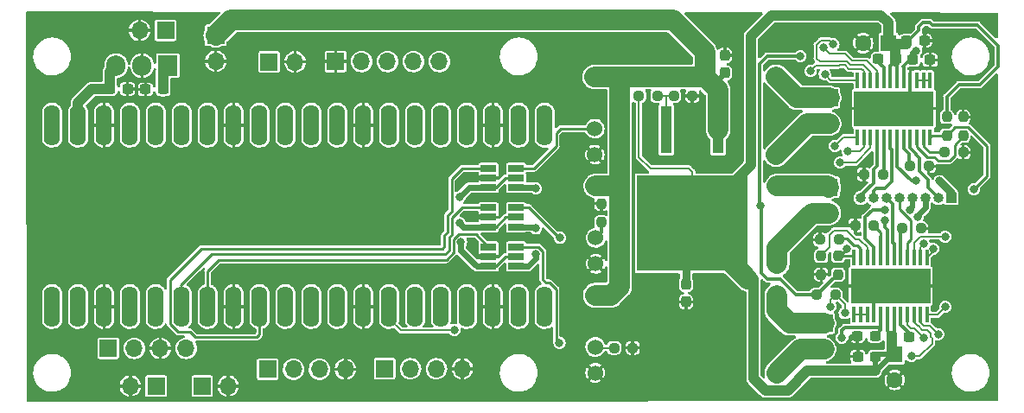
<source format=gbr>
%TF.GenerationSoftware,KiCad,Pcbnew,(6.0.2)*%
%TF.CreationDate,2023-02-11T22:38:16+03:00*%
%TF.ProjectId,Pistol_Camera_Driver,50697374-6f6c-45f4-9361-6d6572615f44,rev?*%
%TF.SameCoordinates,Original*%
%TF.FileFunction,Copper,L2,Bot*%
%TF.FilePolarity,Positive*%
%FSLAX46Y46*%
G04 Gerber Fmt 4.6, Leading zero omitted, Abs format (unit mm)*
G04 Created by KiCad (PCBNEW (6.0.2)) date 2023-02-11 22:38:16*
%MOMM*%
%LPD*%
G01*
G04 APERTURE LIST*
G04 Aperture macros list*
%AMRoundRect*
0 Rectangle with rounded corners*
0 $1 Rounding radius*
0 $2 $3 $4 $5 $6 $7 $8 $9 X,Y pos of 4 corners*
0 Add a 4 corners polygon primitive as box body*
4,1,4,$2,$3,$4,$5,$6,$7,$8,$9,$2,$3,0*
0 Add four circle primitives for the rounded corners*
1,1,$1+$1,$2,$3*
1,1,$1+$1,$4,$5*
1,1,$1+$1,$6,$7*
1,1,$1+$1,$8,$9*
0 Add four rect primitives between the rounded corners*
20,1,$1+$1,$2,$3,$4,$5,0*
20,1,$1+$1,$4,$5,$6,$7,0*
20,1,$1+$1,$6,$7,$8,$9,0*
20,1,$1+$1,$8,$9,$2,$3,0*%
G04 Aperture macros list end*
%TA.AperFunction,ComponentPad*%
%ADD10O,1.700000X1.700000*%
%TD*%
%TA.AperFunction,ComponentPad*%
%ADD11R,1.700000X1.700000*%
%TD*%
%TA.AperFunction,ComponentPad*%
%ADD12C,1.524000*%
%TD*%
%TA.AperFunction,ComponentPad*%
%ADD13R,1.600000X1.600000*%
%TD*%
%TA.AperFunction,ComponentPad*%
%ADD14C,1.600000*%
%TD*%
%TA.AperFunction,ComponentPad*%
%ADD15R,1.905000X2.000000*%
%TD*%
%TA.AperFunction,ComponentPad*%
%ADD16O,1.905000X2.000000*%
%TD*%
%TA.AperFunction,ComponentPad*%
%ADD17O,1.600000X4.000000*%
%TD*%
%TA.AperFunction,ComponentPad*%
%ADD18R,1.000000X1.000000*%
%TD*%
%TA.AperFunction,ComponentPad*%
%ADD19O,1.000000X1.000000*%
%TD*%
%TA.AperFunction,SMDPad,CuDef*%
%ADD20RoundRect,0.237500X-0.300000X-0.237500X0.300000X-0.237500X0.300000X0.237500X-0.300000X0.237500X0*%
%TD*%
%TA.AperFunction,SMDPad,CuDef*%
%ADD21RoundRect,0.237500X-0.250000X-0.237500X0.250000X-0.237500X0.250000X0.237500X-0.250000X0.237500X0*%
%TD*%
%TA.AperFunction,SMDPad,CuDef*%
%ADD22RoundRect,0.237500X0.250000X0.237500X-0.250000X0.237500X-0.250000X-0.237500X0.250000X-0.237500X0*%
%TD*%
%TA.AperFunction,SMDPad,CuDef*%
%ADD23RoundRect,0.237500X-0.237500X0.250000X-0.237500X-0.250000X0.237500X-0.250000X0.237500X0.250000X0*%
%TD*%
%TA.AperFunction,SMDPad,CuDef*%
%ADD24RoundRect,0.237500X0.237500X-0.250000X0.237500X0.250000X-0.237500X0.250000X-0.237500X-0.250000X0*%
%TD*%
%TA.AperFunction,SMDPad,CuDef*%
%ADD25RoundRect,0.237500X0.300000X0.237500X-0.300000X0.237500X-0.300000X-0.237500X0.300000X-0.237500X0*%
%TD*%
%TA.AperFunction,SMDPad,CuDef*%
%ADD26R,1.100000X4.600000*%
%TD*%
%TA.AperFunction,SMDPad,CuDef*%
%ADD27R,10.800000X9.400000*%
%TD*%
%TA.AperFunction,SMDPad,CuDef*%
%ADD28R,1.560000X0.650000*%
%TD*%
%TA.AperFunction,SMDPad,CuDef*%
%ADD29RoundRect,0.237500X-0.237500X0.300000X-0.237500X-0.300000X0.237500X-0.300000X0.237500X0.300000X0*%
%TD*%
%TA.AperFunction,SMDPad,CuDef*%
%ADD30R,0.300000X1.550000*%
%TD*%
%TA.AperFunction,SMDPad,CuDef*%
%ADD31R,7.800000X3.400000*%
%TD*%
%TA.AperFunction,SMDPad,CuDef*%
%ADD32RoundRect,0.237500X0.237500X-0.300000X0.237500X0.300000X-0.237500X0.300000X-0.237500X-0.300000X0*%
%TD*%
%TA.AperFunction,ViaPad*%
%ADD33C,0.800000*%
%TD*%
%TA.AperFunction,Conductor*%
%ADD34C,0.500000*%
%TD*%
%TA.AperFunction,Conductor*%
%ADD35C,0.300000*%
%TD*%
%TA.AperFunction,Conductor*%
%ADD36C,0.800000*%
%TD*%
%TA.AperFunction,Conductor*%
%ADD37C,0.600000*%
%TD*%
%TA.AperFunction,Conductor*%
%ADD38C,0.250000*%
%TD*%
%TA.AperFunction,Conductor*%
%ADD39C,2.000000*%
%TD*%
%TA.AperFunction,Conductor*%
%ADD40C,1.000000*%
%TD*%
%TA.AperFunction,Conductor*%
%ADD41C,0.200000*%
%TD*%
G04 APERTURE END LIST*
D10*
%TO.P,J11,2,Pin_2*%
%TO.N,GND*%
X96690000Y-61300000D03*
D11*
%TO.P,J11,1,Pin_1*%
%TO.N,Reserve1*%
X94150000Y-61300000D03*
%TD*%
D10*
%TO.P,J1,2,Pin_2*%
%TO.N,GND*%
X87100000Y-61300000D03*
D11*
%TO.P,J1,1,Pin_1*%
%TO.N,Strobe Input*%
X89640000Y-61300000D03*
%TD*%
D12*
%TO.P,U11,1,Vin+*%
%TO.N,+12V*%
X132700000Y-41700000D03*
%TO.P,U11,2,PWM*%
%TO.N,Net-(R15-Pad1)*%
X132700000Y-46780000D03*
%TO.P,U11,3,Vin-*%
%TO.N,GND*%
X132700000Y-49320000D03*
%TO.P,U11,4,Vout-*%
%TO.N,Net-(D6-Pad1)*%
X150480000Y-49320000D03*
%TO.P,U11,5,Vout+*%
%TO.N,Net-(D5-Pad2)*%
X150480000Y-41700000D03*
%TD*%
D11*
%TO.P,J9,1,Pin_1*%
%TO.N,Net-(D5-Pad2)*%
X155550000Y-41800000D03*
D10*
%TO.P,J9,2,Pin_2*%
%TO.N,Net-(D6-Pad1)*%
X155550000Y-44340000D03*
%TD*%
D13*
%TO.P,C1,1*%
%TO.N,+3.3VP*%
X162000000Y-58200000D03*
D14*
%TO.P,C1,2*%
%TO.N,GND*%
X162000000Y-60700000D03*
%TD*%
D13*
%TO.P,C9,1*%
%TO.N,+3.3VP*%
X161400000Y-27700000D03*
D14*
%TO.P,C9,2*%
%TO.N,GND*%
X158900000Y-27700000D03*
%TD*%
D11*
%TO.P,J3,1,Pin_1*%
%TO.N,+12V*%
X95475000Y-26930000D03*
D10*
%TO.P,J3,2,Pin_2*%
%TO.N,GND*%
X95475000Y-29470000D03*
%TD*%
D11*
%TO.P,J7,1,Pin_1*%
%TO.N,Net-(D1-Pad2)*%
X155075000Y-55150000D03*
D10*
%TO.P,J7,2,Pin_2*%
%TO.N,Net-(D2-Pad1)*%
X155075000Y-57690000D03*
%TD*%
D15*
%TO.P,U1,1,VI*%
%TO.N,+12V*%
X90790000Y-29900000D03*
D16*
%TO.P,U1,2,GND*%
%TO.N,GND*%
X88250000Y-29900000D03*
%TO.P,U1,3,VO*%
%TO.N,+5V*%
X85710000Y-29900000D03*
%TD*%
D17*
%TO.P,U3,1,GP0/TX*%
%TO.N,RX*%
X79445000Y-53505000D03*
%TO.P,U3,2,GP1/RX*%
%TO.N,TX*%
X81985000Y-53505000D03*
%TO.P,U3,3,GND*%
%TO.N,GND*%
X84525000Y-53505000D03*
%TO.P,U3,4,GP2*%
%TO.N,Strobe Input*%
X87065000Y-53505000D03*
%TO.P,U3,5,GP3*%
%TO.N,Reserve1*%
X89605000Y-53505000D03*
%TO.P,U3,6,GP4/SDA*%
%TO.N,PWM_RED*%
X92145000Y-53505000D03*
%TO.P,U3,7,GP5/SCL*%
%TO.N,PWM_UV*%
X94685000Y-53505000D03*
%TO.P,U3,8,GND*%
%TO.N,GND*%
X97225000Y-53505000D03*
%TO.P,U3,9,GP6*%
%TO.N,PWM_WHITE*%
X99765000Y-53505000D03*
%TO.P,U3,10,GP7*%
%TO.N,TRIG*%
X102305000Y-53505000D03*
%TO.P,U3,11,GP8*%
%TO.N,ECHO*%
X104845000Y-53505000D03*
%TO.P,U3,12,GP9*%
%TO.N,MOTORS_nSLEEP*%
X107385000Y-53505000D03*
%TO.P,U3,13,GND*%
%TO.N,GND*%
X109925000Y-53505000D03*
%TO.P,U3,14,GP10*%
%TO.N,nFLT1*%
X112465000Y-53505000D03*
%TO.P,U3,15,GP11*%
%TO.N,nEN1*%
X115005000Y-53505000D03*
%TO.P,U3,16,GP12*%
%TO.N,STEP1*%
X117545000Y-53505000D03*
%TO.P,U3,17,GP13*%
%TO.N,DIR1*%
X120085000Y-53505000D03*
%TO.P,U3,18,GND*%
%TO.N,GND*%
X122625000Y-53505000D03*
%TO.P,U3,19,GP14*%
%TO.N,M0_1*%
X125165000Y-53505000D03*
%TO.P,U3,20,GP15*%
%TO.N,M1_1*%
X127705000Y-53505000D03*
%TO.P,U3,21,GP16/MISO*%
%TO.N,M1_2*%
X127705000Y-35725000D03*
%TO.P,U3,22,GP17/CS*%
%TO.N,M0_2*%
X125165000Y-35725000D03*
%TO.P,U3,23,GND*%
%TO.N,GND*%
X122625000Y-35725000D03*
%TO.P,U3,24,GP18/SCK*%
%TO.N,DIR2*%
X120085000Y-35725000D03*
%TO.P,U3,25,GP19/MOSI*%
%TO.N,STEP2*%
X117545000Y-35725000D03*
%TO.P,U3,26,GP20*%
%TO.N,nEN2*%
X115005000Y-35725000D03*
%TO.P,U3,27,GP21*%
%TO.N,nFLT2*%
X112465000Y-35725000D03*
%TO.P,U3,28,GND*%
%TO.N,GND*%
X109925000Y-35725000D03*
%TO.P,U3,29,GP22*%
%TO.N,SW*%
X107385000Y-35725000D03*
%TO.P,U3,30,RUN*%
%TO.N,unconnected-(U3-Pad30)*%
X104845000Y-35725000D03*
%TO.P,U3,31,GP26/ADC0*%
%TO.N,VarX*%
X102305000Y-35725000D03*
%TO.P,U3,32,GP27/ADC1*%
%TO.N,VarY*%
X99765000Y-35725000D03*
%TO.P,U3,33,AGND*%
%TO.N,GND*%
X97225000Y-35725000D03*
%TO.P,U3,34,GP28/ADC2*%
%TO.N,Reserve2*%
X94685000Y-35725000D03*
%TO.P,U3,35,ADC_VREF*%
%TO.N,unconnected-(U3-Pad35)*%
X92145000Y-35725000D03*
%TO.P,U3,36,3V3_OUT*%
%TO.N,unconnected-(U3-Pad36)*%
X89605000Y-35725000D03*
%TO.P,U3,37,3V3_EN*%
%TO.N,+3V3*%
X87065000Y-35725000D03*
%TO.P,U3,38,GND*%
%TO.N,GND*%
X84525000Y-35725000D03*
%TO.P,U3,39,VSYS*%
%TO.N,+5V*%
X81985000Y-35725000D03*
%TO.P,U3,40,VBUS*%
%TO.N,unconnected-(U3-Pad40)*%
X79445000Y-35725000D03*
%TD*%
D11*
%TO.P,J4,1,Pin_1*%
%TO.N,+12V*%
X90550000Y-26450000D03*
D10*
%TO.P,J4,2,Pin_2*%
%TO.N,GND*%
X88010000Y-26450000D03*
%TD*%
D11*
%TO.P,J5,1,Pin_1*%
%TO.N,+5V*%
X112020000Y-59600000D03*
D10*
%TO.P,J5,2,Pin_2*%
%TO.N,TRIG*%
X114560000Y-59600000D03*
%TO.P,J5,3,Pin_3*%
%TO.N,ECHO*%
X117100000Y-59600000D03*
%TO.P,J5,4,Pin_4*%
%TO.N,GND*%
X119640000Y-59600000D03*
%TD*%
D11*
%TO.P,Je1,1,Pin_1*%
%TO.N,Net-(D3-Pad2)*%
X155575000Y-33050000D03*
D10*
%TO.P,Je1,2,Pin_2*%
%TO.N,Net-(D4-Pad1)*%
X155575000Y-35590000D03*
%TD*%
D12*
%TO.P,U9,1,Vin+*%
%TO.N,+12V*%
X132600000Y-31000000D03*
%TO.P,U9,2,PWM*%
%TO.N,Net-(U8-Pad4)*%
X132600000Y-36080000D03*
%TO.P,U9,3,Vin-*%
%TO.N,GND*%
X132600000Y-38620000D03*
%TO.P,U9,4,Vout-*%
%TO.N,Net-(D4-Pad1)*%
X150380000Y-38620000D03*
%TO.P,U9,5,Vout+*%
%TO.N,Net-(D3-Pad2)*%
X150380000Y-31000000D03*
%TD*%
%TO.P,U7,1,Vin+*%
%TO.N,+12V*%
X132660000Y-52390000D03*
%TO.P,U7,2,PWM*%
%TO.N,Net-(R14-Pad1)*%
X132660000Y-57470000D03*
%TO.P,U7,3,Vin-*%
%TO.N,GND*%
X132660000Y-60010000D03*
%TO.P,U7,4,Vout-*%
%TO.N,Net-(D2-Pad1)*%
X150440000Y-60010000D03*
%TO.P,U7,5,Vout+*%
%TO.N,Net-(D1-Pad2)*%
X150440000Y-52390000D03*
%TD*%
D11*
%TO.P,J12,1,Pin_1*%
%TO.N,Reserve2*%
X100700000Y-29525000D03*
D10*
%TO.P,J12,2,Pin_2*%
%TO.N,GND*%
X103240000Y-29525000D03*
%TD*%
%TO.P,J8,4,Pin_4*%
%TO.N,GND*%
X108180000Y-59650000D03*
%TO.P,J8,3,Pin_3*%
%TO.N,PWM_WHITE*%
X105640000Y-59650000D03*
%TO.P,J8,2,Pin_2*%
%TO.N,PWM_UV*%
X103100000Y-59650000D03*
D11*
%TO.P,J8,1,Pin_1*%
%TO.N,PWM_RED*%
X100560000Y-59650000D03*
%TD*%
D18*
%TO.P,J2,1,Pin_1*%
%TO.N,AOUT2_2*%
X167550000Y-42875000D03*
D19*
%TO.P,J2,2,Pin_2*%
%TO.N,AOUT1_2*%
X166280000Y-42875000D03*
%TO.P,J2,3,Pin_3*%
%TO.N,AOUT2_1*%
X165010000Y-42875000D03*
%TO.P,J2,4,Pin_4*%
%TO.N,AOUT1_1*%
X163740000Y-42875000D03*
%TO.P,J2,5,Pin_5*%
%TO.N,BOUT1_1*%
X162470000Y-42875000D03*
%TO.P,J2,6,Pin_6*%
%TO.N,BOUT2_1*%
X161200000Y-42875000D03*
%TO.P,J2,7,Pin_7*%
%TO.N,BOUT2_2*%
X159930000Y-42875000D03*
%TO.P,J2,8,Pin_8*%
%TO.N,BOUT1_2*%
X158660000Y-42875000D03*
%TD*%
D11*
%TO.P,J10,1,Pin_1*%
%TO.N,RX*%
X84960000Y-57600000D03*
D10*
%TO.P,J10,2,Pin_2*%
%TO.N,TX*%
X87500000Y-57600000D03*
%TO.P,J10,3,Pin_3*%
%TO.N,GND*%
X90040000Y-57600000D03*
%TO.P,J10,4,Pin_4*%
%TO.N,+5V*%
X92580000Y-57600000D03*
%TD*%
D11*
%TO.P,J6,1,Pin_1*%
%TO.N,GND*%
X107220000Y-29500000D03*
D10*
%TO.P,J6,2,Pin_2*%
%TO.N,+3V3*%
X109760000Y-29500000D03*
%TO.P,J6,3,Pin_3*%
%TO.N,VarY*%
X112300000Y-29500000D03*
%TO.P,J6,4,Pin_4*%
%TO.N,VarX*%
X114840000Y-29500000D03*
%TO.P,J6,5,Pin_5*%
%TO.N,SW*%
X117380000Y-29500000D03*
%TD*%
D20*
%TO.P,C12,1*%
%TO.N,Net-(C12-Pad1)*%
X163750000Y-29350000D03*
%TO.P,C12,2*%
%TO.N,GND*%
X165475000Y-29350000D03*
%TD*%
D21*
%TO.P,R6,1*%
%TO.N,Net-(R3-Pad2)*%
X140337500Y-32850000D03*
%TO.P,R6,2*%
%TO.N,GND*%
X142162500Y-32850000D03*
%TD*%
D22*
%TO.P,R7,1*%
%TO.N,GND*%
X164550000Y-45850000D03*
%TO.P,R7,2*%
%TO.N,Net-(R7-Pad2)*%
X162725000Y-45850000D03*
%TD*%
D23*
%TO.P,R10,1*%
%TO.N,GND*%
X168700000Y-34937500D03*
%TO.P,R10,2*%
%TO.N,Net-(R10-Pad2)*%
X168700000Y-36762500D03*
%TD*%
D24*
%TO.P,R15,1*%
%TO.N,Net-(R15-Pad1)*%
X133250000Y-45250000D03*
%TO.P,R15,2*%
%TO.N,GND*%
X133250000Y-43425000D03*
%TD*%
D25*
%TO.P,C7,1*%
%TO.N,Net-(C7-Pad1)*%
X163412500Y-56450000D03*
%TO.P,C7,2*%
%TO.N,+3.3VP*%
X161687500Y-56450000D03*
%TD*%
D26*
%TO.P,U2,1,ADJ*%
%TO.N,Net-(R3-Pad2)*%
X139610000Y-36200000D03*
D27*
%TO.P,U2,2,VO*%
%TO.N,+3.3VP*%
X142150000Y-45350000D03*
D26*
%TO.P,U2,3,VI*%
%TO.N,+12V*%
X144690000Y-36200000D03*
%TD*%
D21*
%TO.P,R14,1*%
%TO.N,Net-(R14-Pad1)*%
X134500000Y-57550000D03*
%TO.P,R14,2*%
%TO.N,GND*%
X136325000Y-57550000D03*
%TD*%
%TO.P,R3,1*%
%TO.N,+3.3VP*%
X136937500Y-32850000D03*
%TO.P,R3,2*%
%TO.N,Net-(R3-Pad2)*%
X138762500Y-32850000D03*
%TD*%
D22*
%TO.P,R9,1*%
%TO.N,GND*%
X168712500Y-38400000D03*
%TO.P,R9,2*%
%TO.N,Net-(R9-Pad2)*%
X166887500Y-38400000D03*
%TD*%
D24*
%TO.P,R1,1*%
%TO.N,+3V3*%
X156450000Y-50362500D03*
%TO.P,R1,2*%
%TO.N,MOTORS_nSLEEP*%
X156450000Y-48537500D03*
%TD*%
%TO.P,R4,1*%
%TO.N,GND*%
X154800000Y-50362500D03*
%TO.P,R4,2*%
%TO.N,Net-(R4-Pad2)*%
X154800000Y-48537500D03*
%TD*%
D20*
%TO.P,C3,1*%
%TO.N,+5V*%
X85100000Y-32180000D03*
%TO.P,C3,2*%
%TO.N,GND*%
X86825000Y-32180000D03*
%TD*%
D21*
%TO.P,R2,1*%
%TO.N,GND*%
X154700000Y-46950000D03*
%TO.P,R2,2*%
%TO.N,Net-(R2-Pad2)*%
X156525000Y-46950000D03*
%TD*%
D20*
%TO.P,C5,1*%
%TO.N,GND*%
X158387500Y-58400000D03*
%TO.P,C5,2*%
%TO.N,+3.3VP*%
X160112500Y-58400000D03*
%TD*%
%TO.P,C11,1*%
%TO.N,Net-(C11-Pad1)*%
X160387500Y-29250000D03*
%TO.P,C11,2*%
%TO.N,+3.3VP*%
X162112500Y-29250000D03*
%TD*%
D21*
%TO.P,R12,1*%
%TO.N,GND*%
X159000000Y-40550000D03*
%TO.P,R12,2*%
%TO.N,Net-(R12-Pad2)*%
X160825000Y-40550000D03*
%TD*%
%TO.P,R8,1*%
%TO.N,+3V3*%
X154350000Y-52350000D03*
%TO.P,R8,2*%
%TO.N,nFLT1*%
X156175000Y-52350000D03*
%TD*%
%TO.P,R5,1*%
%TO.N,GND*%
X158137500Y-45550000D03*
%TO.P,R5,2*%
%TO.N,Net-(R5-Pad2)*%
X159962500Y-45550000D03*
%TD*%
D23*
%TO.P,R9,1*%
%TO.N,+3.3VP*%
X167100000Y-34925000D03*
%TO.P,R9,2*%
%TO.N,MOTORS_nSLEEP*%
X167100000Y-36750000D03*
%TD*%
D28*
%TO.P,U8,1,VCCA*%
%TO.N,+3V3*%
X122200000Y-41850000D03*
%TO.P,U8,2,GND*%
%TO.N,GND*%
X122200000Y-40900000D03*
%TO.P,U8,3,GPIOA*%
%TO.N,PWM_WHITE*%
X122200000Y-39950000D03*
%TO.P,U8,4,GPIOB*%
%TO.N,Net-(U8-Pad4)*%
X124900000Y-39950000D03*
%TO.P,U8,5,OE*%
%TO.N,+3V3*%
X124900000Y-40900000D03*
%TO.P,U8,6,VCCB*%
%TO.N,+5V*%
X124900000Y-41850000D03*
%TD*%
D25*
%TO.P,C2,1*%
%TO.N,+12V*%
X90312500Y-32230000D03*
%TO.P,C2,2*%
%TO.N,GND*%
X88587500Y-32230000D03*
%TD*%
D20*
%TO.P,C10,1*%
%TO.N,+3.3VP*%
X163187500Y-27450000D03*
%TO.P,C10,2*%
%TO.N,GND*%
X164912500Y-27450000D03*
%TD*%
D29*
%TO.P,C6,1*%
%TO.N,+3.3VP*%
X141550000Y-51325000D03*
%TO.P,C6,2*%
%TO.N,GND*%
X141550000Y-53050000D03*
%TD*%
D28*
%TO.P,U6,1,VCCA*%
%TO.N,+3V3*%
X122200000Y-49550000D03*
%TO.P,U6,2,GND*%
%TO.N,GND*%
X122200000Y-48600000D03*
%TO.P,U6,3,GPIOA*%
%TO.N,PWM_UV*%
X122200000Y-47650000D03*
%TO.P,U6,4,GPIOB*%
%TO.N,Net-(R14-Pad1)*%
X124900000Y-47650000D03*
%TO.P,U6,5,OE*%
%TO.N,+3V3*%
X124900000Y-48600000D03*
%TO.P,U6,6,VCCB*%
%TO.N,+5V*%
X124900000Y-49550000D03*
%TD*%
D22*
%TO.P,R11,1*%
%TO.N,GND*%
X165312500Y-39750000D03*
%TO.P,R11,2*%
%TO.N,Net-(R11-Pad2)*%
X163487500Y-39750000D03*
%TD*%
D30*
%TO.P,U4,1,nSLEEP*%
%TO.N,MOTORS_nSLEEP*%
X158025000Y-48700000D03*
%TO.P,U4,2,BDECAY*%
%TO.N,Net-(R2-Pad2)*%
X158675000Y-48700000D03*
%TO.P,U4,3,ADECAY*%
%TO.N,Net-(R4-Pad2)*%
X159325000Y-48700000D03*
%TO.P,U4,4,AOUT1*%
%TO.N,AOUT1_1*%
X159975000Y-48700000D03*
%TO.P,U4,5,AISEN*%
%TO.N,Net-(R5-Pad2)*%
X160625000Y-48700000D03*
%TO.P,U4,6,AOUT2*%
%TO.N,AOUT2_1*%
X161275000Y-48700000D03*
%TO.P,U4,7,BOUT2*%
%TO.N,BOUT2_1*%
X161925000Y-48700000D03*
%TO.P,U4,8,BISEN*%
%TO.N,Net-(R7-Pad2)*%
X162575000Y-48700000D03*
%TO.P,U4,9,BOUT1*%
%TO.N,BOUT1_1*%
X163225000Y-48700000D03*
%TO.P,U4,10,nENBL*%
%TO.N,nEN1*%
X163875000Y-48700000D03*
%TO.P,U4,11,STEP*%
%TO.N,STEP1*%
X164525000Y-48700000D03*
%TO.P,U4,12,DIR*%
%TO.N,DIR1*%
X165175000Y-48700000D03*
%TO.P,U4,13,M0*%
%TO.N,M0_1*%
X165175000Y-54300000D03*
%TO.P,U4,14,M1*%
%TO.N,M1_1*%
X164525000Y-54300000D03*
%TO.P,U4,15,CONFIG*%
%TO.N,Net-(C8-Pad1)*%
X163875000Y-54300000D03*
%TO.P,U4,16,nFAULT*%
%TO.N,nFLT1*%
X163225000Y-54300000D03*
%TO.P,U4,17,VCP*%
%TO.N,Net-(C7-Pad1)*%
X162575000Y-54300000D03*
%TO.P,U4,18,VM*%
%TO.N,+3.3VP*%
X161925000Y-54300000D03*
%TO.P,U4,19,VM*%
X161275000Y-54300000D03*
%TO.P,U4,20,VINT*%
%TO.N,Net-(C8-Pad1)*%
X160625000Y-54300000D03*
%TO.P,U4,21,GND*%
%TO.N,GND*%
X159975000Y-54300000D03*
%TO.P,U4,22,AVREF*%
%TO.N,Net-(U4-Pad22)*%
X159325000Y-54300000D03*
%TO.P,U4,23,BVREF*%
X158675000Y-54300000D03*
%TO.P,U4,24,VREFO*%
X158025000Y-54300000D03*
D31*
%TO.P,U4,25,GND*%
%TO.N,GND*%
X161600000Y-51500000D03*
%TD*%
D28*
%TO.P,U10,1,VCCA*%
%TO.N,+3V3*%
X122200000Y-45700000D03*
%TO.P,U10,2,GND*%
%TO.N,GND*%
X122200000Y-44750000D03*
%TO.P,U10,3,GPIOA*%
%TO.N,PWM_RED*%
X122200000Y-43800000D03*
%TO.P,U10,4,GPIOB*%
%TO.N,Net-(R15-Pad1)*%
X124900000Y-43800000D03*
%TO.P,U10,5,OE*%
%TO.N,+3V3*%
X124900000Y-44750000D03*
%TO.P,U10,6,VCCB*%
%TO.N,+5V*%
X124900000Y-45700000D03*
%TD*%
D30*
%TO.P,U5,1,nSLEEP*%
%TO.N,MOTORS_nSLEEP*%
X165475000Y-36900000D03*
%TO.P,U5,2,BDECAY*%
%TO.N,Net-(R9-Pad2)*%
X164825000Y-36900000D03*
%TO.P,U5,3,ADECAY*%
%TO.N,Net-(R10-Pad2)*%
X164175000Y-36900000D03*
%TO.P,U5,4,AOUT1*%
%TO.N,AOUT1_2*%
X163525000Y-36900000D03*
%TO.P,U5,5,AISEN*%
%TO.N,Net-(R11-Pad2)*%
X162875000Y-36900000D03*
%TO.P,U5,6,AOUT2*%
%TO.N,AOUT2_2*%
X162225000Y-36900000D03*
%TO.P,U5,7,BOUT2*%
%TO.N,BOUT2_2*%
X161575000Y-36900000D03*
%TO.P,U5,8,BISEN*%
%TO.N,Net-(R12-Pad2)*%
X160925000Y-36900000D03*
%TO.P,U5,9,BOUT1*%
%TO.N,BOUT1_2*%
X160275000Y-36900000D03*
%TO.P,U5,10,nENBL*%
%TO.N,nEN2*%
X159625000Y-36900000D03*
%TO.P,U5,11,STEP*%
%TO.N,STEP2*%
X158975000Y-36900000D03*
%TO.P,U5,12,DIR*%
%TO.N,DIR2*%
X158325000Y-36900000D03*
%TO.P,U5,13,M0*%
%TO.N,M0_2*%
X158325000Y-31300000D03*
%TO.P,U5,14,M1*%
%TO.N,M1_2*%
X158975000Y-31300000D03*
%TO.P,U5,15,CONFIG*%
%TO.N,Net-(C12-Pad1)*%
X159625000Y-31300000D03*
%TO.P,U5,16,nFAULT*%
%TO.N,nFLT2*%
X160275000Y-31300000D03*
%TO.P,U5,17,VCP*%
%TO.N,Net-(C11-Pad1)*%
X160925000Y-31300000D03*
%TO.P,U5,18,VM*%
%TO.N,+3.3VP*%
X161575000Y-31300000D03*
%TO.P,U5,19,VM*%
X162225000Y-31300000D03*
%TO.P,U5,20,VINT*%
%TO.N,Net-(C12-Pad1)*%
X162875000Y-31300000D03*
%TO.P,U5,21,GND*%
%TO.N,GND*%
X163525000Y-31300000D03*
%TO.P,U5,22,AVREF*%
%TO.N,Net-(U5-Pad22)*%
X164175000Y-31300000D03*
%TO.P,U5,23,BVREF*%
X164825000Y-31300000D03*
%TO.P,U5,24,VREFO*%
X165475000Y-31300000D03*
D31*
%TO.P,U5,25,GND*%
%TO.N,GND*%
X161900000Y-34100000D03*
%TD*%
D25*
%TO.P,C8,1*%
%TO.N,Net-(C8-Pad1)*%
X160062500Y-56400000D03*
%TO.P,C8,2*%
%TO.N,GND*%
X158337500Y-56400000D03*
%TD*%
D32*
%TO.P,C4,1*%
%TO.N,+12V*%
X145350000Y-30612500D03*
%TO.P,C4,2*%
%TO.N,GND*%
X145350000Y-28887500D03*
%TD*%
D33*
%TO.N,GND*%
X100000000Y-27300000D03*
X137888709Y-52240860D03*
X136350000Y-59050000D03*
X85450000Y-27200000D03*
X166550000Y-52150000D03*
X129850000Y-34800000D03*
X166400000Y-61800000D03*
X171300000Y-25700000D03*
X101850000Y-31600000D03*
X80533414Y-32030174D03*
X152950000Y-49600000D03*
X145500000Y-57700000D03*
X168650000Y-25150000D03*
X130050000Y-37350000D03*
X98200000Y-27800000D03*
X168800000Y-39700000D03*
X110950000Y-43450000D03*
X159650000Y-51900000D03*
X157400000Y-27750000D03*
X155700000Y-26350000D03*
X156850000Y-30550000D03*
X120550000Y-44700000D03*
X130700000Y-38700000D03*
X84738749Y-43870437D03*
X158400000Y-51100000D03*
X140700000Y-28700000D03*
X144900000Y-52550000D03*
X166490695Y-59226295D03*
X85432834Y-25660929D03*
X130600000Y-53650000D03*
X157650000Y-40650000D03*
X137785361Y-37152507D03*
X95844528Y-32088903D03*
X97050000Y-43250000D03*
X119100000Y-28250000D03*
X149950000Y-36150000D03*
X95950000Y-55800000D03*
X171172272Y-53558612D03*
X159500000Y-39350000D03*
X129344409Y-41694260D03*
X171100000Y-43550000D03*
X131050000Y-58550000D03*
X123800000Y-33500000D03*
X136250000Y-29050000D03*
X121000000Y-62150000D03*
X166700000Y-28300000D03*
X169400000Y-55100000D03*
X96290647Y-50230849D03*
X163800000Y-52550000D03*
X158150000Y-44150000D03*
X118750000Y-33500000D03*
X163900000Y-51100000D03*
X120900000Y-31050000D03*
X85850000Y-33350000D03*
X166850000Y-26650000D03*
X145450000Y-26900000D03*
X142150000Y-38150000D03*
X92000000Y-32150000D03*
X143050000Y-53100000D03*
X128200000Y-30850000D03*
X102828846Y-43325211D03*
X158800000Y-34950000D03*
X103600000Y-27650000D03*
X166700000Y-50900000D03*
X90550000Y-59600000D03*
X123950000Y-51300000D03*
X134250000Y-27400000D03*
X131400000Y-50750000D03*
X159100000Y-57400000D03*
X106050000Y-50450000D03*
X162550000Y-34150000D03*
X165350000Y-34900000D03*
X96200000Y-38950000D03*
X120650000Y-47250000D03*
X80615071Y-40930785D03*
X160100000Y-34000000D03*
X166950000Y-30600000D03*
X133850000Y-62200000D03*
X107850000Y-27550000D03*
X158600000Y-26150000D03*
X93848593Y-32137806D03*
X91850000Y-61200000D03*
X121500000Y-56000000D03*
X129600000Y-48050000D03*
X146583709Y-33488843D03*
X162650000Y-51900000D03*
X97900000Y-32450000D03*
X154038206Y-61594559D03*
X98900000Y-62050000D03*
X97500000Y-38950000D03*
X114250000Y-27700000D03*
X111200000Y-55600000D03*
X130450000Y-49500000D03*
X119300000Y-41300000D03*
X166150000Y-45450000D03*
X131550000Y-48000000D03*
X131400000Y-34800000D03*
X165350000Y-33100000D03*
X163650000Y-25650000D03*
X88250000Y-33500000D03*
X106236109Y-41341879D03*
X142150000Y-36500000D03*
X164500000Y-34050000D03*
X165100000Y-51650000D03*
X143800000Y-25500000D03*
X131450000Y-37450000D03*
X80350000Y-46950000D03*
X111300000Y-33450000D03*
X139950000Y-53050000D03*
X158800000Y-33150000D03*
X129350000Y-39050000D03*
X80700000Y-56800000D03*
X130800000Y-46400000D03*
X116300000Y-33350000D03*
X165100000Y-26400000D03*
X85650000Y-38350000D03*
X161050000Y-52450000D03*
X113850000Y-33350000D03*
X141700000Y-57700000D03*
X123900000Y-38500000D03*
X171200000Y-49250000D03*
X156850000Y-57600000D03*
X149900000Y-57800000D03*
X127800000Y-57500000D03*
X150050000Y-34050000D03*
X152100000Y-26950000D03*
X135600000Y-53850000D03*
X118550000Y-61250000D03*
X128950000Y-50300000D03*
X150550000Y-26900000D03*
X162700000Y-25250000D03*
X166650000Y-40050000D03*
X141700000Y-62150000D03*
X170800000Y-35700000D03*
X83250000Y-50250000D03*
X161250000Y-35050000D03*
X93725858Y-41697862D03*
X146850000Y-25400000D03*
X170750000Y-33450000D03*
X111100000Y-27900000D03*
X161000000Y-51100000D03*
X98200000Y-30450000D03*
X112350000Y-61450000D03*
X168650452Y-33093075D03*
X158392757Y-61925607D03*
X82200000Y-60100000D03*
X161200000Y-33150000D03*
X131200000Y-62050000D03*
X159950000Y-26450000D03*
X116450000Y-50550000D03*
X169219648Y-51055248D03*
X134050000Y-58900000D03*
X158400000Y-52500000D03*
X146550000Y-37550000D03*
X163700000Y-33100000D03*
X93050000Y-29700000D03*
X117300000Y-56900000D03*
X169900000Y-45600000D03*
X153900000Y-38600000D03*
X82550000Y-26900000D03*
X130050000Y-27600000D03*
X156500000Y-61350000D03*
X121400000Y-33550000D03*
X111250000Y-50250000D03*
X111250000Y-39000000D03*
X106650000Y-61700000D03*
X98400000Y-55650000D03*
X98600000Y-50300000D03*
X88500000Y-47400000D03*
X114200000Y-40750000D03*
X157200000Y-26750000D03*
X98150000Y-58750000D03*
X169900000Y-38450000D03*
X138370814Y-27513007D03*
X138000000Y-57650000D03*
X143000000Y-60050000D03*
X100998077Y-39739956D03*
X153850000Y-26400000D03*
X85750000Y-50100000D03*
X142185896Y-34665960D03*
X84900000Y-60400000D03*
X126450000Y-38450000D03*
X130750000Y-41750000D03*
X138850000Y-59750000D03*
X117450000Y-31100000D03*
X121500000Y-38800000D03*
X137850000Y-62100000D03*
X109450000Y-61600000D03*
X163600000Y-35050000D03*
X166150000Y-25200000D03*
X105400000Y-31550000D03*
X145550000Y-62150000D03*
X108700000Y-38950000D03*
X108550000Y-50200000D03*
X137900000Y-34850000D03*
X103300000Y-50400000D03*
X157100000Y-58500000D03*
%TO.N,AOUT2_2*%
X166400000Y-41200000D03*
X164100000Y-41200000D03*
%TO.N,AOUT2_1*%
X164250000Y-44750000D03*
X161025011Y-45100000D03*
%TO.N,AOUT1_1*%
X161025011Y-44000000D03*
X163500000Y-44000000D03*
%TO.N,+5V*%
X126800000Y-48374500D03*
X126850489Y-45850489D03*
X126850000Y-41950000D03*
%TO.N,+3V3*%
X119350000Y-45300000D03*
X148850000Y-43600000D03*
X119500000Y-47200000D03*
X152750000Y-28950000D03*
X119400000Y-42750000D03*
%TO.N,MOTORS_nSLEEP*%
X157308369Y-47832968D03*
X169750000Y-42000000D03*
%TO.N,nEN1*%
X166950000Y-46650000D03*
%TO.N,STEP1*%
X164812603Y-47349500D03*
%TO.N,DIR1*%
X165750000Y-47850000D03*
%TO.N,M0_1*%
X166950000Y-53550000D03*
%TO.N,M1_1*%
X166250000Y-56200000D03*
%TO.N,M1_2*%
X153750000Y-30424020D03*
%TO.N,M0_2*%
X155150000Y-30750000D03*
%TO.N,DIR2*%
X156150000Y-37750000D03*
%TO.N,STEP2*%
X157400000Y-38300000D03*
%TO.N,nEN2*%
X156650000Y-39400000D03*
%TO.N,Net-(C8-Pad1)*%
X156820510Y-56552908D03*
X163650000Y-58350000D03*
%TO.N,Net-(C12-Pad1)*%
X164050000Y-28450000D03*
X155988611Y-27806468D03*
%TO.N,Net-(R15-Pad1)*%
X129198549Y-46780000D03*
%TO.N,nFLT1*%
X164852502Y-56535743D03*
X118850000Y-55800000D03*
X155700500Y-53500000D03*
X157100500Y-54144622D03*
%TO.N,nFLT2*%
X155050000Y-28150000D03*
%TO.N,Net-(R14-Pad1)*%
X129150000Y-57050000D03*
%TD*%
D34*
%TO.N,GND*%
X121145978Y-48600000D02*
X122200000Y-48600000D01*
D35*
X159975000Y-53125000D02*
X161600000Y-51500000D01*
D34*
X122200000Y-44750000D02*
X120600000Y-44750000D01*
X119700000Y-40900000D02*
X122200000Y-40900000D01*
X119300000Y-41300000D02*
X119700000Y-40900000D01*
X120650000Y-48104022D02*
X121145978Y-48600000D01*
D35*
X158337500Y-56400000D02*
X157750000Y-56400000D01*
D34*
X120650000Y-47250000D02*
X120650000Y-48104022D01*
D35*
X163525000Y-31300000D02*
X163525000Y-32925000D01*
X157650000Y-56800000D02*
X156850000Y-57600000D01*
X157750000Y-56400000D02*
X157650000Y-56500000D01*
X163525000Y-32925000D02*
X163700000Y-33100000D01*
X157650000Y-56500000D02*
X157650000Y-56800000D01*
D34*
X120600000Y-44750000D02*
X120550000Y-44700000D01*
D35*
X159975000Y-54300000D02*
X159975000Y-53125000D01*
%TO.N,AOUT2_2*%
X162225000Y-39805171D02*
X163619829Y-41200000D01*
X163619829Y-41200000D02*
X164100000Y-41200000D01*
D36*
X166400000Y-41200000D02*
X167550000Y-42350000D01*
D35*
X162225000Y-36900000D02*
X162225000Y-39805171D01*
D36*
X167550000Y-42350000D02*
X167550000Y-42875000D01*
D35*
%TO.N,AOUT1_2*%
X164100000Y-38650000D02*
X164400000Y-38950000D01*
X165250000Y-41845000D02*
X166280000Y-42875000D01*
X163525000Y-36900000D02*
X163525000Y-37968572D01*
X163525000Y-37968572D02*
X164100000Y-38543572D01*
X164400000Y-40250000D02*
X165250000Y-41100000D01*
X165250000Y-41100000D02*
X165250000Y-41845000D01*
X164400000Y-38950000D02*
X164400000Y-40250000D01*
X164100000Y-38543572D02*
X164100000Y-38650000D01*
D37*
%TO.N,AOUT2_1*%
X164349511Y-44450489D02*
X165010000Y-43790000D01*
D35*
X160998661Y-45126350D02*
X160998661Y-45753845D01*
D38*
X161025011Y-45100000D02*
X160998661Y-45126350D01*
D37*
X165010000Y-43790000D02*
X165010000Y-42875000D01*
X164250000Y-44750000D02*
X164349511Y-44650489D01*
D35*
X160998661Y-45753845D02*
X161275000Y-46030184D01*
D37*
X164349511Y-44650489D02*
X164349511Y-44450489D01*
D35*
X161275000Y-46030184D02*
X161275000Y-48700000D01*
D38*
%TO.N,AOUT1_1*%
X161025011Y-44000000D02*
X161050000Y-44024989D01*
D35*
X159100000Y-44750000D02*
X159100000Y-46800000D01*
X159100000Y-46800000D02*
X159975000Y-47675000D01*
D34*
X163500000Y-44000000D02*
X163740000Y-43760000D01*
X163740000Y-43760000D02*
X163740000Y-42875000D01*
D35*
X159850000Y-44000000D02*
X159100000Y-44750000D01*
X161025011Y-44000000D02*
X159850000Y-44000000D01*
X159975000Y-47675000D02*
X159975000Y-48700000D01*
D38*
%TO.N,BOUT1_1*%
X162470000Y-42875000D02*
X162470000Y-43994614D01*
X163537020Y-46920296D02*
X163225000Y-47232316D01*
X163225000Y-47232316D02*
X163225000Y-48700000D01*
X163537020Y-45061634D02*
X163537020Y-46920296D01*
X162470000Y-43994614D02*
X163537020Y-45061634D01*
D35*
%TO.N,BOUT2_1*%
X161925000Y-48700000D02*
X161925000Y-47375000D01*
X161774511Y-43449511D02*
X161774511Y-47224511D01*
X161774511Y-43449511D02*
X161200000Y-42875000D01*
X161774511Y-47224511D02*
X161925000Y-47375000D01*
%TO.N,BOUT2_2*%
X161575000Y-36900000D02*
X161575000Y-38025000D01*
D38*
X159825000Y-42875000D02*
X159800000Y-42850000D01*
D35*
X161700000Y-38150000D02*
X161700000Y-41250000D01*
X159930000Y-42167894D02*
X160172894Y-41925000D01*
X160172894Y-41925000D02*
X161025000Y-41925000D01*
D38*
X159930000Y-42875000D02*
X159825000Y-42875000D01*
D35*
X161575000Y-38025000D02*
X161700000Y-38150000D01*
X161700000Y-41250000D02*
X161025000Y-41925000D01*
X159930000Y-42875000D02*
X159930000Y-42167894D01*
%TO.N,BOUT1_2*%
X159900000Y-41400000D02*
X159900000Y-40100000D01*
X160275000Y-36900000D02*
X160275000Y-38369829D01*
D38*
X160275000Y-36900000D02*
X160275000Y-38405184D01*
D35*
X158660000Y-42640000D02*
X159900000Y-41400000D01*
X160275000Y-38369829D02*
X160275000Y-39725000D01*
X160275000Y-39725000D02*
X159900000Y-40100000D01*
X158660000Y-42875000D02*
X158660000Y-42640000D01*
D39*
%TO.N,+12V*%
X132600000Y-31000000D02*
X135050000Y-31000000D01*
X135050000Y-31000000D02*
X143400000Y-31000000D01*
X144690000Y-32290000D02*
X144690000Y-36200000D01*
X135050000Y-31000000D02*
X135050000Y-41300000D01*
X96969916Y-25435084D02*
X140285084Y-25435084D01*
X143400000Y-28550000D02*
X143400000Y-31000000D01*
X134650000Y-41700000D02*
X135050000Y-41300000D01*
D36*
X90312500Y-29947500D02*
X90380000Y-29880000D01*
D40*
X90312500Y-32230000D02*
X90312500Y-30377500D01*
D39*
X135050000Y-51550000D02*
X134210000Y-52390000D01*
D40*
X90312500Y-30377500D02*
X90790000Y-29900000D01*
D39*
X135050000Y-41300000D02*
X135050000Y-51550000D01*
X143400000Y-31000000D02*
X144690000Y-32290000D01*
X132700000Y-41700000D02*
X134650000Y-41700000D01*
D37*
X144690000Y-31272500D02*
X145350000Y-30612500D01*
D39*
X140285084Y-25435084D02*
X143400000Y-28550000D01*
X134210000Y-52390000D02*
X132660000Y-52390000D01*
D37*
X144690000Y-32290000D02*
X144690000Y-31272500D01*
D39*
X95475000Y-26930000D02*
X96969916Y-25435084D01*
D40*
%TO.N,+5V*%
X85100000Y-32180000D02*
X83320000Y-32180000D01*
X85710000Y-29900000D02*
X85100000Y-30510000D01*
D37*
X126800000Y-48804022D02*
X126054022Y-49550000D01*
X126800000Y-48374500D02*
X126800000Y-48804022D01*
D40*
X85100000Y-30510000D02*
X85100000Y-32180000D01*
X81985000Y-33515000D02*
X81985000Y-35725000D01*
D36*
X81600000Y-35340000D02*
X81985000Y-35725000D01*
D37*
X126054022Y-49550000D02*
X124900000Y-49550000D01*
X124900000Y-41850000D02*
X126750000Y-41850000D01*
D40*
X83320000Y-32180000D02*
X81985000Y-33515000D01*
D37*
X126750000Y-41850000D02*
X126850000Y-41950000D01*
X124900000Y-45700000D02*
X126700000Y-45700000D01*
X126700000Y-45700000D02*
X126850489Y-45850489D01*
D39*
%TO.N,Net-(D1-Pad2)*%
X150440000Y-52390000D02*
X150440000Y-53890000D01*
X150440000Y-53890000D02*
X151700000Y-55150000D01*
X151700000Y-55150000D02*
X155075000Y-55150000D01*
%TO.N,Net-(D2-Pad1)*%
X155075000Y-57690000D02*
X152760000Y-57690000D01*
X152760000Y-57690000D02*
X150440000Y-60010000D01*
%TO.N,Net-(D3-Pad2)*%
X152430000Y-33050000D02*
X155575000Y-33050000D01*
X150380000Y-31000000D02*
X152430000Y-33050000D01*
%TO.N,Net-(D4-Pad1)*%
X155575000Y-35590000D02*
X153410000Y-35590000D01*
X153410000Y-35590000D02*
X150380000Y-38620000D01*
D38*
%TO.N,+3V3*%
X123870000Y-40900000D02*
X122920000Y-41850000D01*
D35*
X149500000Y-50800000D02*
X150800000Y-50800000D01*
D37*
X122200000Y-41850000D02*
X120300000Y-41850000D01*
D35*
X148950000Y-43700000D02*
X148950000Y-50250000D01*
D38*
X122920000Y-49550000D02*
X122200000Y-49550000D01*
D37*
X119500000Y-48014004D02*
X121035996Y-49550000D01*
D35*
X156337500Y-50362500D02*
X154350000Y-52350000D01*
X148950000Y-50250000D02*
X149500000Y-50800000D01*
X149500000Y-28950000D02*
X152750000Y-28950000D01*
D37*
X121035996Y-49550000D02*
X122200000Y-49550000D01*
D35*
X152350000Y-52350000D02*
X154350000Y-52350000D01*
D38*
X122920000Y-41850000D02*
X122200000Y-41850000D01*
D35*
X148750000Y-43500000D02*
X148750000Y-29700000D01*
D38*
X124900000Y-48600000D02*
X123870000Y-48600000D01*
X123870000Y-48600000D02*
X122920000Y-49550000D01*
D37*
X120300000Y-41850000D02*
X119400000Y-42750000D01*
X122200000Y-45700000D02*
X119750000Y-45700000D01*
X119750000Y-45700000D02*
X119350000Y-45300000D01*
D35*
X150800000Y-50800000D02*
X152350000Y-52350000D01*
X148850000Y-43600000D02*
X148750000Y-43500000D01*
D37*
X119500000Y-47200000D02*
X119500000Y-48014004D01*
D38*
X123870000Y-44750000D02*
X122920000Y-45700000D01*
D35*
X156450000Y-50362500D02*
X156337500Y-50362500D01*
X148850000Y-43600000D02*
X148950000Y-43700000D01*
X148750000Y-29700000D02*
X149500000Y-28950000D01*
D38*
X122920000Y-45700000D02*
X122200000Y-45700000D01*
X124900000Y-40900000D02*
X123870000Y-40900000D01*
X124900000Y-44750000D02*
X123870000Y-44750000D01*
%TO.N,MOTORS_nSLEEP*%
X167100000Y-36750000D02*
X165625000Y-36750000D01*
X171050000Y-40700000D02*
X169750000Y-42000000D01*
X169200480Y-35950480D02*
X171050000Y-37800000D01*
X165625000Y-36750000D02*
X165475000Y-36900000D01*
X167899520Y-35950480D02*
X169200480Y-35950480D01*
X157862500Y-48537500D02*
X158025000Y-48700000D01*
X157308369Y-47832968D02*
X156603837Y-48537500D01*
X156603837Y-48537500D02*
X156450000Y-48537500D01*
X171050000Y-37800000D02*
X171050000Y-40700000D01*
X167100000Y-36750000D02*
X167899520Y-35950480D01*
X156450000Y-48537500D02*
X157862500Y-48537500D01*
%TO.N,Net-(R2-Pad2)*%
X158675000Y-47825000D02*
X158675000Y-48700000D01*
X157350000Y-46850000D02*
X158000000Y-47500000D01*
X156800000Y-46850000D02*
X157350000Y-46850000D01*
X158350000Y-47500000D02*
X158675000Y-47825000D01*
X158000000Y-47500000D02*
X158350000Y-47500000D01*
D41*
%TO.N,Net-(R3-Pad2)*%
X139650000Y-32850000D02*
X138762500Y-32850000D01*
X139610000Y-32890000D02*
X139650000Y-32850000D01*
X140337500Y-32850000D02*
X139650000Y-32850000D01*
X139610000Y-36200000D02*
X139610000Y-32890000D01*
%TO.N,Net-(R4-Pad2)*%
X158150000Y-46900000D02*
X157325480Y-46075480D01*
X155618750Y-47718750D02*
X154800000Y-48537500D01*
X158500000Y-46900000D02*
X158150000Y-46900000D01*
X157325480Y-46075480D02*
X156024520Y-46075480D01*
X159325000Y-47725000D02*
X158500000Y-46900000D01*
X159325000Y-48700000D02*
X159325000Y-47725000D01*
X155618750Y-46481250D02*
X155618750Y-47718750D01*
X156024520Y-46075480D02*
X155618750Y-46481250D01*
D38*
%TO.N,Net-(R5-Pad2)*%
X160625000Y-46212500D02*
X159962500Y-45550000D01*
X160625000Y-46662500D02*
X160625000Y-46212500D01*
D35*
X160625000Y-48700000D02*
X160625000Y-46662500D01*
D38*
%TO.N,Net-(R10-Pad2)*%
X167850000Y-38719816D02*
X167370296Y-39199520D01*
X164175000Y-37875000D02*
X164175000Y-36900000D01*
X168700000Y-36762500D02*
X168700000Y-36800000D01*
X168700000Y-36800000D02*
X167850000Y-37650000D01*
X167850000Y-37650000D02*
X167850000Y-38719816D01*
X166249520Y-39199520D02*
X165900000Y-38850000D01*
X165900000Y-38850000D02*
X165150000Y-38850000D01*
X167370296Y-39199520D02*
X166249520Y-39199520D01*
X165150000Y-38850000D02*
X164175000Y-37875000D01*
D35*
%TO.N,Net-(R11-Pad2)*%
X162875000Y-38025000D02*
X163425960Y-38575960D01*
X163425960Y-38575960D02*
X163425960Y-39750000D01*
X162875000Y-36900000D02*
X162875000Y-38025000D01*
%TO.N,Net-(R12-Pad2)*%
X160925000Y-40450000D02*
X160825000Y-40550000D01*
X160925000Y-39037500D02*
X160925000Y-40450000D01*
X160925000Y-36900000D02*
X160925000Y-39037500D01*
D38*
%TO.N,PWM_UV*%
X118775489Y-46899897D02*
X119275386Y-46400000D01*
X120950000Y-46400000D02*
X122200000Y-47650000D01*
X119275386Y-46400000D02*
X120950000Y-46400000D01*
X118075000Y-48925000D02*
X118775489Y-48224511D01*
X118775489Y-48224511D02*
X118775489Y-46899897D01*
X94685000Y-50015000D02*
X95775000Y-48925000D01*
X95775000Y-48925000D02*
X118075000Y-48925000D01*
X94685000Y-53505000D02*
X94685000Y-50015000D01*
%TO.N,PWM_RED*%
X118325969Y-48038313D02*
X117964282Y-48400000D01*
X119650000Y-43800000D02*
X118625489Y-44824511D01*
X118625489Y-46414179D02*
X118325969Y-46713699D01*
X117964282Y-48400000D02*
X95050000Y-48400000D01*
X122200000Y-43800000D02*
X119650000Y-43800000D01*
X118325969Y-46713699D02*
X118325969Y-48038313D01*
X95050000Y-48400000D02*
X92000000Y-51450000D01*
X118625489Y-44824511D02*
X118625489Y-46414179D01*
%TO.N,PWM_WHITE*%
X92950000Y-56000000D02*
X93474511Y-56524511D01*
X118575489Y-40999897D02*
X118575489Y-44174511D01*
X99765000Y-56215000D02*
X99765000Y-53505000D01*
X94040960Y-47850000D02*
X91020480Y-50870480D01*
X119625386Y-39950000D02*
X118575489Y-40999897D01*
X117876449Y-47623551D02*
X117650000Y-47850000D01*
X91800000Y-56000000D02*
X92950000Y-56000000D01*
X91020480Y-50870480D02*
X91020480Y-55220480D01*
X118175969Y-46227981D02*
X117876449Y-46527502D01*
X91020480Y-55220480D02*
X91800000Y-56000000D01*
X117876449Y-46527502D02*
X117876449Y-47623551D01*
X122200000Y-39950000D02*
X119625386Y-39950000D01*
X117650000Y-47850000D02*
X94040960Y-47850000D01*
X118575489Y-44174511D02*
X118175969Y-44574031D01*
X99455489Y-56524511D02*
X99765000Y-56215000D01*
X93474511Y-56524511D02*
X99455489Y-56524511D01*
X118175969Y-44574031D02*
X118175969Y-46227981D01*
D41*
%TO.N,nEN1*%
X163875000Y-47275000D02*
X164500000Y-46650000D01*
X164500000Y-46650000D02*
X166950000Y-46650000D01*
X163875000Y-48700000D02*
X163875000Y-47275000D01*
%TO.N,STEP1*%
X164812603Y-47349500D02*
X164850000Y-47386897D01*
X164850000Y-47400000D02*
X164525000Y-47725000D01*
X164525000Y-47725000D02*
X164525000Y-48700000D01*
X164850000Y-47386897D02*
X164850000Y-47400000D01*
%TO.N,DIR1*%
X165750000Y-48125000D02*
X165175000Y-48700000D01*
X165750000Y-47850000D02*
X165750000Y-48125000D01*
%TO.N,M0_1*%
X165175000Y-54300000D02*
X166200000Y-54300000D01*
X166200000Y-54300000D02*
X166950000Y-53550000D01*
%TO.N,M1_1*%
X166250000Y-56200000D02*
X165424511Y-55374511D01*
X166100000Y-56050000D02*
X166250000Y-56200000D01*
X164874511Y-55374511D02*
X164525000Y-55025000D01*
X164525000Y-55025000D02*
X164525000Y-54300000D01*
X165424511Y-55374511D02*
X164874511Y-55374511D01*
%TO.N,M1_2*%
X157139748Y-29850489D02*
X157514748Y-30225489D01*
X158774511Y-30225489D02*
X158975000Y-30425978D01*
X153750000Y-30424020D02*
X154274020Y-29900000D01*
X156560252Y-29850489D02*
X157139748Y-29850489D01*
X156510741Y-29900000D02*
X156560252Y-29850489D01*
X157514748Y-30225489D02*
X158774511Y-30225489D01*
X154274020Y-29900000D02*
X156510741Y-29900000D01*
X158975000Y-30425978D02*
X158975000Y-31300000D01*
%TO.N,M0_2*%
X158325000Y-31300000D02*
X155700000Y-31300000D01*
X155700000Y-31300000D02*
X155150000Y-30750000D01*
%TO.N,DIR2*%
X158325000Y-36900000D02*
X157000000Y-36900000D01*
X157000000Y-36900000D02*
X156150000Y-37750000D01*
%TO.N,STEP2*%
X158975000Y-37875000D02*
X158550000Y-38300000D01*
X158550000Y-38300000D02*
X157400000Y-38300000D01*
X158975000Y-36900000D02*
X158975000Y-37875000D01*
%TO.N,nEN2*%
X158200000Y-39400000D02*
X156650000Y-39400000D01*
X159625000Y-37975000D02*
X158200000Y-39400000D01*
X159625000Y-36900000D02*
X159625000Y-37975000D01*
D34*
%TO.N,+3.3VP*%
X160112500Y-58400000D02*
X160112500Y-59759763D01*
D40*
X161750000Y-56400000D02*
X161750000Y-57950000D01*
D35*
X170100489Y-25900489D02*
X172150000Y-27950000D01*
D41*
X141800000Y-39950000D02*
X142150000Y-40300000D01*
X136937500Y-32850000D02*
X136937500Y-38837500D01*
D40*
X161400000Y-27700000D02*
X161400000Y-25700000D01*
D41*
X138050000Y-39950000D02*
X141800000Y-39950000D01*
D40*
X149309520Y-61709520D02*
X148150000Y-60550000D01*
D36*
X141550000Y-45950000D02*
X142150000Y-45350000D01*
D35*
X161575000Y-29887500D02*
X162012500Y-29450000D01*
X165410459Y-25650489D02*
X165709970Y-25950000D01*
D36*
X141550000Y-51325000D02*
X141550000Y-45950000D01*
D35*
X165709970Y-25950000D02*
X166490030Y-25950000D01*
D40*
X147900480Y-26999520D02*
X147900480Y-39599520D01*
D35*
X161925000Y-54300000D02*
X161925000Y-56225000D01*
X166490030Y-25950000D02*
X166539541Y-25900489D01*
D41*
X139750000Y-42950000D02*
X142150000Y-45350000D01*
D35*
X161275000Y-54300000D02*
X161275000Y-55925000D01*
X164350489Y-26089541D02*
X164789541Y-25650489D01*
X167100000Y-32950000D02*
X167100000Y-34925000D01*
D41*
X137250000Y-42950000D02*
X139750000Y-42950000D01*
D35*
X164350489Y-26449511D02*
X164350489Y-26089541D01*
X162225000Y-29662500D02*
X162012500Y-29450000D01*
X163150000Y-27800000D02*
X163150000Y-27650000D01*
D41*
X142150000Y-40300000D02*
X142150000Y-45350000D01*
D37*
X161672263Y-58200000D02*
X160072263Y-59800000D01*
D40*
X148150000Y-60550000D02*
X148150000Y-50800000D01*
D34*
X160112500Y-59759763D02*
X160072263Y-59800000D01*
D40*
X163150000Y-27800000D02*
X161500000Y-27800000D01*
X153450000Y-59800000D02*
X151540480Y-61709520D01*
X161750000Y-57950000D02*
X162000000Y-58200000D01*
X160650000Y-24950000D02*
X149950000Y-24950000D01*
X151540480Y-61709520D02*
X149309520Y-61709520D01*
D35*
X172150000Y-27950000D02*
X172150000Y-29950000D01*
X166539541Y-25900489D02*
X170100489Y-25900489D01*
X164789541Y-25650489D02*
X165410459Y-25650489D01*
D40*
X161500000Y-27800000D02*
X161400000Y-27700000D01*
D35*
X161925000Y-56225000D02*
X161750000Y-56400000D01*
X161275000Y-55925000D02*
X161750000Y-56400000D01*
D40*
X160072263Y-59800000D02*
X153450000Y-59800000D01*
D35*
X161575000Y-31300000D02*
X161575000Y-29887500D01*
D40*
X162012500Y-29450000D02*
X162012500Y-28312500D01*
X147900480Y-39599520D02*
X142150000Y-45350000D01*
X161400000Y-25700000D02*
X160650000Y-24950000D01*
X162012500Y-28312500D02*
X161400000Y-27700000D01*
D41*
X136937500Y-38837500D02*
X138050000Y-39950000D01*
D35*
X163150000Y-27650000D02*
X164350489Y-26449511D01*
X172150000Y-29950000D02*
X170350000Y-31750000D01*
D40*
X149950000Y-24950000D02*
X147900480Y-26999520D01*
X162000000Y-58200000D02*
X161672263Y-58200000D01*
D35*
X162225000Y-31300000D02*
X162225000Y-29662500D01*
D34*
X162000000Y-58200000D02*
X160325000Y-58200000D01*
D39*
X142150000Y-45350000D02*
X147600000Y-50800000D01*
D35*
X168300000Y-31750000D02*
X167100000Y-32950000D01*
X170350000Y-31750000D02*
X168300000Y-31750000D01*
D41*
%TO.N,Net-(C8-Pad1)*%
X165550489Y-56174520D02*
X165550489Y-56489748D01*
D35*
X160337500Y-55550000D02*
X157100000Y-55550000D01*
D41*
X165650000Y-56589259D02*
X165650000Y-57150000D01*
X165550489Y-56489748D02*
X165650000Y-56589259D01*
X164450000Y-58350000D02*
X163650000Y-58350000D01*
D35*
X156820510Y-55829490D02*
X156820510Y-56552908D01*
X160625000Y-55837500D02*
X160062500Y-56400000D01*
D41*
X164257503Y-55407503D02*
X164342497Y-55407503D01*
D35*
X160625000Y-54300000D02*
X160625000Y-55837500D01*
X157100000Y-55550000D02*
X156820510Y-55829490D01*
X160625000Y-55325000D02*
X160625000Y-54300000D01*
D41*
X164709025Y-55774031D02*
X165150000Y-55774031D01*
X163875000Y-54300000D02*
X163875000Y-55025000D01*
D35*
X160062500Y-56400000D02*
X160050000Y-56400000D01*
D41*
X165650000Y-57150000D02*
X164450000Y-58350000D01*
X164342497Y-55407503D02*
X164709025Y-55774031D01*
X163875000Y-55040006D02*
X163875000Y-54300000D01*
X163875000Y-55025000D02*
X164257503Y-55407503D01*
D35*
X160625000Y-55837500D02*
X160337500Y-55550000D01*
D41*
X165150000Y-55774031D02*
X165550489Y-56174520D01*
D35*
%TO.N,Net-(C7-Pad1)*%
X162575000Y-55275000D02*
X163475000Y-56175000D01*
X163475000Y-56175000D02*
X163475000Y-56400000D01*
X162575000Y-54300000D02*
X162575000Y-55275000D01*
D41*
%TO.N,Net-(U4-Pad22)*%
X158025000Y-54300000D02*
X158675000Y-54300000D01*
X158675000Y-54300000D02*
X159325000Y-54300000D01*
%TO.N,Net-(C12-Pad1)*%
X154650480Y-29500480D02*
X156345255Y-29500480D01*
D35*
X162875000Y-29975000D02*
X162875000Y-31300000D01*
D41*
X155632632Y-27450489D02*
X154760252Y-27450489D01*
X159625000Y-30510972D02*
X159625000Y-31300000D01*
X155988611Y-27806468D02*
X155632632Y-27450489D01*
X156394766Y-29450969D02*
X157305234Y-29450969D01*
X163867671Y-28450000D02*
X163650000Y-28667671D01*
X157305234Y-29450969D02*
X157680234Y-29825969D01*
X158939998Y-29825970D02*
X159625000Y-30510972D01*
X154760252Y-27450489D02*
X154350489Y-27860252D01*
D35*
X163650000Y-29450000D02*
X163350000Y-29450000D01*
D41*
X154350489Y-29200489D02*
X154650480Y-29500480D01*
X164050000Y-28450000D02*
X163867671Y-28450000D01*
D35*
X162850000Y-29950000D02*
X162875000Y-29975000D01*
X163350000Y-29450000D02*
X162850000Y-29950000D01*
D41*
X156345255Y-29500480D02*
X156394766Y-29450969D01*
X154350489Y-27860252D02*
X154350489Y-29200489D01*
X157680234Y-29825969D02*
X158939998Y-29825970D01*
D35*
X163650000Y-29450000D02*
X163650000Y-28667671D01*
%TO.N,Net-(C11-Pad1)*%
X160925000Y-30087500D02*
X160287500Y-29450000D01*
X160925000Y-31300000D02*
X160925000Y-30087500D01*
D41*
%TO.N,Net-(U5-Pad22)*%
X164825000Y-31300000D02*
X165475000Y-31300000D01*
X164175000Y-31300000D02*
X164825000Y-31300000D01*
D35*
%TO.N,Net-(R15-Pad1)*%
X133250000Y-45250000D02*
X133250000Y-46230000D01*
D41*
X133057500Y-47137500D02*
X132700000Y-46780000D01*
X129118549Y-46700000D02*
X129198549Y-46780000D01*
X129050000Y-46700000D02*
X129130000Y-46780000D01*
D35*
X133250000Y-46230000D02*
X132700000Y-46780000D01*
D38*
X129050000Y-46700000D02*
X129038989Y-46700000D01*
D41*
X129050000Y-46700000D02*
X129118549Y-46700000D01*
D38*
X129038989Y-46700000D02*
X126138989Y-43800000D01*
X126138989Y-43800000D02*
X124900000Y-43800000D01*
%TO.N,Net-(U8-Pad4)*%
X126650000Y-39950000D02*
X128829520Y-37770480D01*
X128829520Y-37770480D02*
X128829520Y-36520480D01*
X124900000Y-39950000D02*
X126650000Y-39950000D01*
X128829520Y-36520480D02*
X129270000Y-36080000D01*
X129270000Y-36080000D02*
X132600000Y-36080000D01*
D39*
%TO.N,Net-(D5-Pad2)*%
X155450000Y-41700000D02*
X155550000Y-41800000D01*
X150480000Y-41700000D02*
X155450000Y-41700000D01*
%TO.N,Net-(D6-Pad1)*%
X153910000Y-44340000D02*
X155550000Y-44340000D01*
X150480000Y-47770000D02*
X153910000Y-44340000D01*
X150480000Y-49320000D02*
X150480000Y-47770000D01*
D41*
%TO.N,nFLT1*%
X112465000Y-54705000D02*
X112465000Y-53505000D01*
X164820737Y-56535743D02*
X163910474Y-55625480D01*
X118850000Y-55800000D02*
X118800000Y-55850000D01*
X155700500Y-52824500D02*
X156175000Y-52350000D01*
X155700500Y-53500000D02*
X155700500Y-52824500D01*
X163225000Y-55275000D02*
X163225000Y-54300000D01*
X113610000Y-55850000D02*
X112465000Y-54705000D01*
X157100500Y-54144622D02*
X157100500Y-53275500D01*
X157100500Y-53275500D02*
X156175000Y-52350000D01*
X163575480Y-55625480D02*
X163225000Y-55275000D01*
X118800000Y-55850000D02*
X113610000Y-55850000D01*
X163910474Y-55625480D02*
X163575480Y-55625480D01*
X164852502Y-56535743D02*
X164820737Y-56535743D01*
%TO.N,nFLT2*%
X155050000Y-28150000D02*
X155650480Y-28750480D01*
X155650480Y-28750480D02*
X157169751Y-28750480D01*
X160275000Y-30434460D02*
X160275000Y-31300000D01*
X157845720Y-29426449D02*
X159266989Y-29426449D01*
X157169751Y-28750480D02*
X157845720Y-29426449D01*
X159266989Y-29426449D02*
X160275000Y-30434460D01*
D35*
%TO.N,Net-(R7-Pad2)*%
X162575000Y-46000000D02*
X162725000Y-45850000D01*
X162575000Y-48700000D02*
X162575000Y-46000000D01*
D38*
%TO.N,Net-(R9-Pad2)*%
X166887500Y-38400000D02*
X165400978Y-38400000D01*
X164825000Y-37824022D02*
X164825000Y-36900000D01*
X165400978Y-38400000D02*
X164825000Y-37824022D01*
%TO.N,Net-(R14-Pad1)*%
X128829520Y-56729520D02*
X128829520Y-55329520D01*
X124900000Y-47650000D02*
X127100114Y-47650000D01*
X129150000Y-57050000D02*
X128829520Y-56729520D01*
D41*
X132740000Y-57550000D02*
X132660000Y-57470000D01*
D38*
X128829520Y-51839209D02*
X128829520Y-55329520D01*
X127830480Y-51180480D02*
X128170791Y-51180480D01*
X128170791Y-51180480D02*
X128829520Y-51839209D01*
X127524511Y-48074397D02*
X127524511Y-50874511D01*
D41*
X134500000Y-57550000D02*
X132740000Y-57550000D01*
D38*
X127524511Y-50874511D02*
X127830480Y-51180480D01*
X127100114Y-47650000D02*
X127524511Y-48074397D01*
%TD*%
%TA.AperFunction,Conductor*%
%TO.N,GND*%
G36*
X83056141Y-24606516D02*
G01*
X95783304Y-24619877D01*
X95851402Y-24639951D01*
X95897839Y-24693655D01*
X95907869Y-24763940D01*
X95878308Y-24828489D01*
X95872265Y-24834972D01*
X94864642Y-25842595D01*
X94802330Y-25876621D01*
X94775547Y-25879500D01*
X94605252Y-25879500D01*
X94599184Y-25880707D01*
X94558939Y-25888712D01*
X94558938Y-25888712D01*
X94546769Y-25891133D01*
X94480448Y-25935448D01*
X94436133Y-26001769D01*
X94433712Y-26013938D01*
X94433712Y-26013939D01*
X94429804Y-26033585D01*
X94424500Y-26060252D01*
X94424500Y-26315837D01*
X94408435Y-26377402D01*
X94373590Y-26439621D01*
X94371734Y-26445088D01*
X94371732Y-26445093D01*
X94304525Y-26643079D01*
X94302669Y-26648548D01*
X94301841Y-26654257D01*
X94301840Y-26654262D01*
X94288168Y-26748557D01*
X94271009Y-26866902D01*
X94274185Y-26947745D01*
X94278708Y-27062848D01*
X94279671Y-27087368D01*
X94280946Y-27093001D01*
X94280946Y-27093004D01*
X94295489Y-27157272D01*
X94328366Y-27302565D01*
X94330646Y-27307871D01*
X94330646Y-27307872D01*
X94335531Y-27319242D01*
X94412888Y-27499293D01*
X94414268Y-27502506D01*
X94424500Y-27552244D01*
X94424500Y-27799748D01*
X94425707Y-27805816D01*
X94433366Y-27844318D01*
X94436133Y-27858231D01*
X94480448Y-27924552D01*
X94546769Y-27968867D01*
X94558938Y-27971288D01*
X94558939Y-27971288D01*
X94599184Y-27979293D01*
X94605252Y-27980500D01*
X94858378Y-27980500D01*
X94911129Y-27992074D01*
X95072548Y-28066490D01*
X95078147Y-28067912D01*
X95078150Y-28067913D01*
X95159686Y-28088620D01*
X95286396Y-28120800D01*
X95506560Y-28135230D01*
X95725667Y-28109296D01*
X95936379Y-28043869D01*
X95941487Y-28041182D01*
X95941498Y-28041177D01*
X96029281Y-27994992D01*
X96087948Y-27980500D01*
X96344748Y-27980500D01*
X96350816Y-27979293D01*
X96391061Y-27971288D01*
X96391062Y-27971288D01*
X96403231Y-27968867D01*
X96469552Y-27924552D01*
X96513867Y-27858231D01*
X96516635Y-27844318D01*
X96524293Y-27805816D01*
X96525500Y-27799748D01*
X96525500Y-27629455D01*
X96545502Y-27561334D01*
X96562404Y-27540360D01*
X97430274Y-26672489D01*
X97492587Y-26638464D01*
X97519370Y-26635584D01*
X139735630Y-26635584D01*
X139803751Y-26655586D01*
X139824725Y-26672489D01*
X142162595Y-29010358D01*
X142196620Y-29072670D01*
X142199500Y-29099453D01*
X142199500Y-29673500D01*
X142179498Y-29741621D01*
X142125842Y-29788114D01*
X142073500Y-29799500D01*
X135065149Y-29799500D01*
X135063500Y-29799489D01*
X135062205Y-29799472D01*
X134955406Y-29798074D01*
X134949707Y-29799053D01*
X134948960Y-29799112D01*
X134939075Y-29799500D01*
X132544030Y-29799500D01*
X132380289Y-29814546D01*
X132374727Y-29816115D01*
X132374725Y-29816115D01*
X132297488Y-29837898D01*
X132167936Y-29874435D01*
X131970053Y-29972020D01*
X131965427Y-29975474D01*
X131965426Y-29975475D01*
X131898436Y-30025499D01*
X131793267Y-30104033D01*
X131714689Y-30189038D01*
X131649309Y-30259766D01*
X131643499Y-30266051D01*
X131525764Y-30452650D01*
X131444006Y-30657579D01*
X131442880Y-30663239D01*
X131442879Y-30663243D01*
X131405273Y-30852302D01*
X131400962Y-30873976D01*
X131400886Y-30879751D01*
X131400886Y-30879755D01*
X131399734Y-30967781D01*
X131398074Y-31094594D01*
X131399053Y-31100291D01*
X131399053Y-31100292D01*
X131421565Y-31231303D01*
X131435438Y-31312043D01*
X131511804Y-31519043D01*
X131514756Y-31524004D01*
X131514756Y-31524005D01*
X131617474Y-31696657D01*
X131624614Y-31708659D01*
X131770090Y-31874543D01*
X131943360Y-32011137D01*
X132138620Y-32113869D01*
X132349333Y-32179297D01*
X132355070Y-32179976D01*
X132524789Y-32200064D01*
X132524795Y-32200064D01*
X132528476Y-32200500D01*
X133723500Y-32200500D01*
X133791621Y-32220502D01*
X133838114Y-32274158D01*
X133849500Y-32326500D01*
X133849500Y-40373500D01*
X133829498Y-40441621D01*
X133775842Y-40488114D01*
X133723500Y-40499500D01*
X132644030Y-40499500D01*
X132480289Y-40514546D01*
X132474727Y-40516115D01*
X132474725Y-40516115D01*
X132374113Y-40544490D01*
X132267936Y-40574435D01*
X132070053Y-40672020D01*
X132065427Y-40675474D01*
X132065426Y-40675475D01*
X131950717Y-40761133D01*
X131893267Y-40804033D01*
X131828350Y-40874260D01*
X131748685Y-40960441D01*
X131743499Y-40966051D01*
X131625764Y-41152650D01*
X131623624Y-41158014D01*
X131548867Y-41345396D01*
X131544006Y-41357579D01*
X131542880Y-41363239D01*
X131542879Y-41363243D01*
X131504644Y-41555464D01*
X131500962Y-41573976D01*
X131498074Y-41794594D01*
X131499053Y-41800291D01*
X131499053Y-41800292D01*
X131531411Y-41988604D01*
X131535438Y-42012043D01*
X131611804Y-42219043D01*
X131614756Y-42224004D01*
X131614756Y-42224005D01*
X131718176Y-42397837D01*
X131724614Y-42408659D01*
X131870090Y-42574543D01*
X132043360Y-42711137D01*
X132238620Y-42813869D01*
X132449333Y-42879297D01*
X132488328Y-42883912D01*
X132553624Y-42911782D01*
X132593489Y-42970530D01*
X132595264Y-43041504D01*
X132592401Y-43050787D01*
X132580440Y-43084848D01*
X132577172Y-43099742D01*
X132575279Y-43119772D01*
X132575000Y-43125683D01*
X132575000Y-43256885D01*
X132579475Y-43272124D01*
X132580865Y-43273329D01*
X132588548Y-43275000D01*
X133274000Y-43275000D01*
X133342121Y-43295002D01*
X133388614Y-43348658D01*
X133400000Y-43401000D01*
X133400000Y-44094385D01*
X133404475Y-44109624D01*
X133405865Y-44110829D01*
X133413548Y-44112500D01*
X133536817Y-44112500D01*
X133542728Y-44112221D01*
X133562758Y-44110328D01*
X133577652Y-44107060D01*
X133681752Y-44070503D01*
X133752652Y-44066805D01*
X133814297Y-44102025D01*
X133847114Y-44164981D01*
X133849500Y-44189386D01*
X133849500Y-44485086D01*
X133829498Y-44553207D01*
X133775842Y-44599700D01*
X133705568Y-44609804D01*
X133681753Y-44603969D01*
X133618832Y-44581872D01*
X133577748Y-44567444D01*
X133577746Y-44567443D01*
X133570500Y-44564899D01*
X133562856Y-44564176D01*
X133562854Y-44564176D01*
X133554879Y-44563422D01*
X133539833Y-44562000D01*
X133250147Y-44562000D01*
X132960168Y-44562001D01*
X132957218Y-44562280D01*
X132957213Y-44562280D01*
X132937150Y-44564176D01*
X132937149Y-44564176D01*
X132929500Y-44564899D01*
X132922252Y-44567444D01*
X132922249Y-44567445D01*
X132814121Y-44605417D01*
X132814119Y-44605418D01*
X132805232Y-44608539D01*
X132797657Y-44614134D01*
X132797655Y-44614135D01*
X132749148Y-44649963D01*
X132699289Y-44686789D01*
X132693697Y-44694360D01*
X132650500Y-44752845D01*
X132621039Y-44792732D01*
X132617918Y-44801619D01*
X132617917Y-44801621D01*
X132581797Y-44904475D01*
X132577399Y-44917000D01*
X132574500Y-44947667D01*
X132574501Y-45552332D01*
X132577399Y-45583000D01*
X132606712Y-45666470D01*
X132610410Y-45737370D01*
X132575190Y-45799015D01*
X132518317Y-45828425D01*
X132518773Y-45829974D01*
X132337697Y-45883268D01*
X132170420Y-45970718D01*
X132023316Y-46088993D01*
X131901986Y-46233588D01*
X131899016Y-46238991D01*
X131899015Y-46238992D01*
X131870520Y-46290825D01*
X131811052Y-46398996D01*
X131753978Y-46578917D01*
X131753292Y-46585036D01*
X131753291Y-46585039D01*
X131736663Y-46733280D01*
X131732937Y-46766496D01*
X131735868Y-46801401D01*
X131747876Y-46944391D01*
X131748732Y-46954590D01*
X131750431Y-46960515D01*
X131797799Y-47125707D01*
X131800760Y-47136034D01*
X131808876Y-47151826D01*
X131874554Y-47279621D01*
X131887040Y-47303917D01*
X131890865Y-47308743D01*
X131890867Y-47308746D01*
X132000456Y-47447014D01*
X132000460Y-47447019D01*
X132004285Y-47451844D01*
X132148030Y-47574180D01*
X132153408Y-47577186D01*
X132153410Y-47577187D01*
X132196280Y-47601146D01*
X132312800Y-47666267D01*
X132492317Y-47724595D01*
X132679745Y-47746945D01*
X132685880Y-47746473D01*
X132685882Y-47746473D01*
X132861803Y-47732937D01*
X132861807Y-47732936D01*
X132867945Y-47732464D01*
X132873877Y-47730808D01*
X132873881Y-47730807D01*
X133043804Y-47683363D01*
X133043808Y-47683362D01*
X133049748Y-47681703D01*
X133143922Y-47634133D01*
X133212728Y-47599377D01*
X133212730Y-47599376D01*
X133218229Y-47596598D01*
X133366970Y-47480388D01*
X133370996Y-47475724D01*
X133370999Y-47475721D01*
X133486278Y-47342169D01*
X133486279Y-47342167D01*
X133490307Y-47337501D01*
X133583542Y-47173378D01*
X133603445Y-47113548D01*
X133603942Y-47112054D01*
X133644424Y-47053729D01*
X133710012Y-47026550D01*
X133779882Y-47039145D01*
X133831852Y-47087515D01*
X133849500Y-47151826D01*
X133849500Y-48945561D01*
X133829498Y-49013682D01*
X133775842Y-49060175D01*
X133705568Y-49070279D01*
X133640988Y-49040785D01*
X133602878Y-48981979D01*
X133595498Y-48957536D01*
X133590824Y-48946195D01*
X133508042Y-48790505D01*
X133501249Y-48780282D01*
X133490510Y-48767114D01*
X133478165Y-48758649D01*
X133467191Y-48764941D01*
X132924944Y-49307188D01*
X132917330Y-49321132D01*
X132917461Y-49322965D01*
X132921712Y-49329580D01*
X133467563Y-49875431D01*
X133481189Y-49882872D01*
X133489003Y-49877436D01*
X133492941Y-49871853D01*
X133580036Y-49718537D01*
X133585030Y-49707321D01*
X133603942Y-49650470D01*
X133644424Y-49592146D01*
X133710012Y-49564966D01*
X133779882Y-49577561D01*
X133831852Y-49625931D01*
X133849500Y-49690242D01*
X133849500Y-51000545D01*
X133829498Y-51068666D01*
X133812596Y-51089640D01*
X133749642Y-51152595D01*
X133687330Y-51186620D01*
X133660546Y-51189500D01*
X132604030Y-51189500D01*
X132440289Y-51204546D01*
X132434727Y-51206115D01*
X132434725Y-51206115D01*
X132334112Y-51234491D01*
X132227936Y-51264435D01*
X132030053Y-51362020D01*
X132025427Y-51365474D01*
X132025426Y-51365475D01*
X131891910Y-51465177D01*
X131853267Y-51494033D01*
X131788006Y-51564632D01*
X131707548Y-51651671D01*
X131703499Y-51656051D01*
X131585764Y-51842650D01*
X131504006Y-52047579D01*
X131502880Y-52053239D01*
X131502879Y-52053243D01*
X131462271Y-52257396D01*
X131460962Y-52263976D01*
X131460886Y-52269751D01*
X131460886Y-52269755D01*
X131460200Y-52322192D01*
X131458074Y-52484594D01*
X131459053Y-52490291D01*
X131459053Y-52490292D01*
X131490953Y-52675939D01*
X131495438Y-52702043D01*
X131571804Y-52909043D01*
X131684614Y-53098659D01*
X131830090Y-53264543D01*
X132003360Y-53401137D01*
X132198620Y-53503869D01*
X132409333Y-53569297D01*
X132415070Y-53569976D01*
X132584789Y-53590064D01*
X132584795Y-53590064D01*
X132588476Y-53590500D01*
X134165271Y-53590500D01*
X134173513Y-53590770D01*
X134241560Y-53595230D01*
X134333927Y-53584298D01*
X134337149Y-53583960D01*
X134429711Y-53575454D01*
X134435278Y-53573884D01*
X134435282Y-53573883D01*
X134435406Y-53573848D01*
X134454789Y-53569992D01*
X134454929Y-53569975D01*
X134460667Y-53569296D01*
X134549459Y-53541726D01*
X134552535Y-53540814D01*
X134642064Y-53515565D01*
X134647241Y-53513012D01*
X134647251Y-53513008D01*
X134647376Y-53512946D01*
X134665737Y-53505621D01*
X134665860Y-53505583D01*
X134665864Y-53505581D01*
X134671379Y-53503869D01*
X134753634Y-53460593D01*
X134756565Y-53459099D01*
X134794986Y-53440152D01*
X134839947Y-53417980D01*
X134844693Y-53414436D01*
X134861405Y-53403892D01*
X134866641Y-53401137D01*
X134868950Y-53399317D01*
X140875000Y-53399317D01*
X140875279Y-53405228D01*
X140877172Y-53425258D01*
X140880440Y-53440152D01*
X140918363Y-53548143D01*
X140927084Y-53564612D01*
X140994051Y-53655279D01*
X141007221Y-53668449D01*
X141097888Y-53735416D01*
X141114357Y-53744137D01*
X141222348Y-53782060D01*
X141237242Y-53785328D01*
X141257272Y-53787221D01*
X141263183Y-53787500D01*
X141381885Y-53787500D01*
X141397124Y-53783025D01*
X141398329Y-53781635D01*
X141400000Y-53773952D01*
X141400000Y-53769385D01*
X141700000Y-53769385D01*
X141704475Y-53784624D01*
X141705865Y-53785829D01*
X141713548Y-53787500D01*
X141836817Y-53787500D01*
X141842728Y-53787221D01*
X141862758Y-53785328D01*
X141877652Y-53782060D01*
X141985643Y-53744137D01*
X142002112Y-53735416D01*
X142092779Y-53668449D01*
X142105949Y-53655279D01*
X142172916Y-53564612D01*
X142181637Y-53548143D01*
X142219560Y-53440152D01*
X142222828Y-53425258D01*
X142224721Y-53405228D01*
X142225000Y-53399317D01*
X142225000Y-53218115D01*
X142220525Y-53202876D01*
X142219135Y-53201671D01*
X142211452Y-53200000D01*
X141718115Y-53200000D01*
X141702876Y-53204475D01*
X141701671Y-53205865D01*
X141700000Y-53213548D01*
X141700000Y-53769385D01*
X141400000Y-53769385D01*
X141400000Y-53218115D01*
X141395525Y-53202876D01*
X141394135Y-53201671D01*
X141386452Y-53200000D01*
X140893115Y-53200000D01*
X140877876Y-53204475D01*
X140876671Y-53205865D01*
X140875000Y-53213548D01*
X140875000Y-53399317D01*
X134868950Y-53399317D01*
X134939663Y-53343572D01*
X134942265Y-53341575D01*
X134950255Y-53335609D01*
X135016733Y-53285967D01*
X135075406Y-53222495D01*
X135078835Y-53218929D01*
X135867251Y-52430512D01*
X135873270Y-52424875D01*
X135920196Y-52383722D01*
X135924543Y-52379910D01*
X135982111Y-52306884D01*
X135984173Y-52304339D01*
X136039906Y-52237327D01*
X136039907Y-52237326D01*
X136043601Y-52232884D01*
X136046497Y-52227714D01*
X136057470Y-52211292D01*
X136057560Y-52211178D01*
X136057562Y-52211176D01*
X136061137Y-52206640D01*
X136104423Y-52124367D01*
X136105987Y-52121487D01*
X136112907Y-52109132D01*
X136151410Y-52040380D01*
X136153312Y-52034778D01*
X136161114Y-52016617D01*
X136163869Y-52011380D01*
X136165584Y-52005857D01*
X136165586Y-52005852D01*
X136191441Y-51922587D01*
X136192460Y-51919450D01*
X136220475Y-51836921D01*
X136220476Y-51836916D01*
X136222331Y-51831452D01*
X136223180Y-51825598D01*
X136227543Y-51806318D01*
X136227583Y-51806188D01*
X136227584Y-51806183D01*
X136229297Y-51800667D01*
X136240228Y-51708313D01*
X136240659Y-51705044D01*
X136248188Y-51653112D01*
X136253990Y-51613098D01*
X136250597Y-51526739D01*
X136250500Y-51521792D01*
X136250500Y-41396254D01*
X136251804Y-41378174D01*
X136253990Y-41363098D01*
X136250597Y-41276739D01*
X136250500Y-41271792D01*
X136250500Y-33558987D01*
X136270502Y-33490866D01*
X136324158Y-33444373D01*
X136394432Y-33434269D01*
X136451359Y-33457636D01*
X136472651Y-33473362D01*
X136480232Y-33478961D01*
X136552750Y-33504428D01*
X136610394Y-33545869D01*
X136636482Y-33611899D01*
X136637000Y-33623309D01*
X136637000Y-38785134D01*
X136636804Y-38787807D01*
X136635075Y-38792842D01*
X136635511Y-38804464D01*
X136635511Y-38804466D01*
X136636911Y-38841755D01*
X136637000Y-38846481D01*
X136637000Y-38865448D01*
X136637882Y-38870183D01*
X136638110Y-38873709D01*
X136639274Y-38904708D01*
X136643864Y-38915393D01*
X136644901Y-38919993D01*
X136648462Y-38931714D01*
X136650161Y-38936117D01*
X136652291Y-38947553D01*
X136665152Y-38968417D01*
X136665227Y-38968539D01*
X136673731Y-38984911D01*
X136679951Y-38999388D01*
X136679953Y-38999392D01*
X136683464Y-39007563D01*
X136687478Y-39012449D01*
X136689663Y-39014634D01*
X136691715Y-39016897D01*
X136691555Y-39017042D01*
X136698675Y-39026049D01*
X136704927Y-39032944D01*
X136711032Y-39042848D01*
X136732820Y-39059416D01*
X136745639Y-39070610D01*
X137800481Y-40125452D01*
X137802237Y-40127486D01*
X137804575Y-40132269D01*
X137813104Y-40140181D01*
X137813105Y-40140182D01*
X137840477Y-40165573D01*
X137843882Y-40168853D01*
X137857277Y-40182248D01*
X137861247Y-40184972D01*
X137863895Y-40187297D01*
X137886646Y-40208401D01*
X137897452Y-40212712D01*
X137904228Y-40216996D01*
X137951121Y-40270303D01*
X137961749Y-40340500D01*
X137932739Y-40405299D01*
X137873301Y-40444128D01*
X137836901Y-40449500D01*
X136730252Y-40449500D01*
X136724184Y-40450707D01*
X136683939Y-40458712D01*
X136683938Y-40458712D01*
X136671769Y-40461133D01*
X136661453Y-40468026D01*
X136650268Y-40475500D01*
X136605448Y-40505448D01*
X136561133Y-40571769D01*
X136558712Y-40583938D01*
X136558712Y-40583939D01*
X136556810Y-40593502D01*
X136549500Y-40630252D01*
X136549500Y-50069748D01*
X136550707Y-50075816D01*
X136558088Y-50112921D01*
X136561133Y-50128231D01*
X136605448Y-50194552D01*
X136671769Y-50238867D01*
X136683938Y-50241288D01*
X136683939Y-50241288D01*
X136724184Y-50249293D01*
X136730252Y-50250500D01*
X140823500Y-50250500D01*
X140891621Y-50270502D01*
X140938114Y-50324158D01*
X140949500Y-50376500D01*
X140949500Y-50737712D01*
X140930722Y-50801664D01*
X140931042Y-50801833D01*
X140930212Y-50803400D01*
X140929498Y-50805833D01*
X140927026Y-50809418D01*
X140926637Y-50810153D01*
X140921039Y-50817732D01*
X140894842Y-50892331D01*
X140881156Y-50931303D01*
X140877399Y-50942000D01*
X140876676Y-50949644D01*
X140876676Y-50949646D01*
X140876600Y-50950453D01*
X140874500Y-50972667D01*
X140874501Y-51677332D01*
X140877399Y-51708000D01*
X140879944Y-51715248D01*
X140879945Y-51715251D01*
X140917219Y-51821389D01*
X140921039Y-51832268D01*
X140926634Y-51839843D01*
X140926635Y-51839845D01*
X140981496Y-51914121D01*
X140999289Y-51938211D01*
X141006860Y-51943803D01*
X141097655Y-52010865D01*
X141097657Y-52010866D01*
X141105232Y-52016461D01*
X141114119Y-52019582D01*
X141114121Y-52019583D01*
X141222252Y-52057556D01*
X141222254Y-52057557D01*
X141229500Y-52060101D01*
X141237143Y-52060823D01*
X141237145Y-52060824D01*
X141252887Y-52062312D01*
X141318822Y-52088638D01*
X141360058Y-52146432D01*
X141363502Y-52217345D01*
X141328061Y-52278863D01*
X141264986Y-52311454D01*
X141252881Y-52313194D01*
X141237243Y-52314672D01*
X141222348Y-52317940D01*
X141114357Y-52355863D01*
X141097888Y-52364584D01*
X141007221Y-52431551D01*
X140994051Y-52444721D01*
X140927084Y-52535388D01*
X140918363Y-52551857D01*
X140880440Y-52659848D01*
X140877172Y-52674742D01*
X140875279Y-52694772D01*
X140875000Y-52700683D01*
X140875000Y-52881885D01*
X140879475Y-52897124D01*
X140880865Y-52898329D01*
X140888548Y-52900000D01*
X142206885Y-52900000D01*
X142222124Y-52895525D01*
X142223329Y-52894135D01*
X142225000Y-52886452D01*
X142225000Y-52700683D01*
X142224721Y-52694772D01*
X142222828Y-52674742D01*
X142219560Y-52659848D01*
X142181637Y-52551857D01*
X142172916Y-52535388D01*
X142105949Y-52444721D01*
X142092779Y-52431551D01*
X142002112Y-52364584D01*
X141985643Y-52355863D01*
X141877652Y-52317940D01*
X141862758Y-52314672D01*
X141847110Y-52313193D01*
X141781174Y-52286869D01*
X141739937Y-52229076D01*
X141736491Y-52158163D01*
X141771931Y-52096644D01*
X141835004Y-52064052D01*
X141847114Y-52062311D01*
X141862850Y-52060824D01*
X141862851Y-52060824D01*
X141870500Y-52060101D01*
X141877748Y-52057556D01*
X141877751Y-52057555D01*
X141985879Y-52019583D01*
X141985881Y-52019582D01*
X141994768Y-52016461D01*
X142002343Y-52010866D01*
X142002345Y-52010865D01*
X142093140Y-51943803D01*
X142100711Y-51938211D01*
X142118504Y-51914121D01*
X142173365Y-51839845D01*
X142173366Y-51839843D01*
X142178961Y-51832268D01*
X142182782Y-51821389D01*
X142220056Y-51715248D01*
X142220057Y-51715246D01*
X142222601Y-51708000D01*
X142225500Y-51677333D01*
X142225499Y-50972668D01*
X142223939Y-50956153D01*
X142223324Y-50949650D01*
X142223324Y-50949649D01*
X142222601Y-50942000D01*
X142218845Y-50931303D01*
X142202476Y-50884694D01*
X142178961Y-50817732D01*
X142173363Y-50810153D01*
X142168958Y-50801833D01*
X142170855Y-50800829D01*
X142150766Y-50745893D01*
X142150500Y-50737712D01*
X142150500Y-50376500D01*
X142170502Y-50308379D01*
X142224158Y-50261886D01*
X142276500Y-50250500D01*
X145300546Y-50250500D01*
X145368667Y-50270502D01*
X145389641Y-50287405D01*
X146790695Y-51688459D01*
X146792928Y-51690316D01*
X146792930Y-51690318D01*
X146912676Y-51789909D01*
X146912679Y-51789911D01*
X146917117Y-51793602D01*
X146922151Y-51796421D01*
X146922155Y-51796424D01*
X147087542Y-51889045D01*
X147109621Y-51901410D01*
X147115088Y-51903266D01*
X147115093Y-51903268D01*
X147313079Y-51970475D01*
X147313084Y-51970476D01*
X147318548Y-51972331D01*
X147324262Y-51973159D01*
X147324264Y-51973160D01*
X147334207Y-51974601D01*
X147341579Y-51975670D01*
X147406124Y-52005238D01*
X147444438Y-52065009D01*
X147449500Y-52100366D01*
X147449500Y-60521359D01*
X147449208Y-60529929D01*
X147446426Y-60570738D01*
X147445322Y-60586930D01*
X147446627Y-60594406D01*
X147446627Y-60594409D01*
X147456178Y-60649132D01*
X147457141Y-60655658D01*
X147461242Y-60689546D01*
X147464724Y-60718320D01*
X147467409Y-60725427D01*
X147468215Y-60728708D01*
X147472177Y-60743191D01*
X147473166Y-60746467D01*
X147474473Y-60753954D01*
X147477528Y-60760913D01*
X147477528Y-60760914D01*
X147499847Y-60811760D01*
X147502339Y-60817866D01*
X147504329Y-60823131D01*
X147524655Y-60876923D01*
X147528954Y-60883178D01*
X147530535Y-60886203D01*
X147537825Y-60899299D01*
X147539566Y-60902243D01*
X147542621Y-60909202D01*
X147547246Y-60915230D01*
X147547247Y-60915231D01*
X147581042Y-60959273D01*
X147584919Y-60964609D01*
X147616381Y-61010386D01*
X147616386Y-61010392D01*
X147620688Y-61016651D01*
X147626362Y-61021706D01*
X147666657Y-61057608D01*
X147671933Y-61062589D01*
X148793937Y-62184594D01*
X148799790Y-62190859D01*
X148837351Y-62233916D01*
X148888993Y-62270210D01*
X148894278Y-62274136D01*
X148937996Y-62308415D01*
X148938000Y-62308417D01*
X148943977Y-62313104D01*
X148950900Y-62316230D01*
X148953848Y-62318015D01*
X148966808Y-62325407D01*
X148969854Y-62327040D01*
X148976067Y-62331407D01*
X149025037Y-62350500D01*
X149034886Y-62354340D01*
X149040965Y-62356895D01*
X149098504Y-62382875D01*
X149105975Y-62384260D01*
X149109243Y-62385284D01*
X149123684Y-62389397D01*
X149126957Y-62390237D01*
X149134033Y-62392996D01*
X149178703Y-62398876D01*
X149196626Y-62401236D01*
X149203143Y-62402268D01*
X149208938Y-62403342D01*
X149265212Y-62413772D01*
X149272792Y-62413335D01*
X149272793Y-62413335D01*
X149326664Y-62410229D01*
X149333916Y-62410020D01*
X151511839Y-62410020D01*
X151520409Y-62410312D01*
X151569834Y-62413682D01*
X151569838Y-62413682D01*
X151577410Y-62414198D01*
X151584886Y-62412893D01*
X151584889Y-62412893D01*
X151639612Y-62403342D01*
X151646138Y-62402379D01*
X151686576Y-62397485D01*
X151708800Y-62394796D01*
X151715907Y-62392111D01*
X151719200Y-62391302D01*
X151733671Y-62387343D01*
X151736947Y-62386354D01*
X151744434Y-62385047D01*
X151756506Y-62379748D01*
X151802240Y-62359673D01*
X151808346Y-62357181D01*
X151860298Y-62337550D01*
X151860300Y-62337549D01*
X151867403Y-62334865D01*
X151873658Y-62330566D01*
X151876683Y-62328985D01*
X151889779Y-62321695D01*
X151892723Y-62319954D01*
X151899682Y-62316899D01*
X151910739Y-62308415D01*
X151949753Y-62278478D01*
X151955089Y-62274601D01*
X152000866Y-62243139D01*
X152000872Y-62243134D01*
X152007131Y-62238832D01*
X152048089Y-62192862D01*
X152053069Y-62187587D01*
X152733006Y-61507650D01*
X161410614Y-61507650D01*
X161417444Y-61517395D01*
X161421831Y-61521129D01*
X161431907Y-61528131D01*
X161592334Y-61617790D01*
X161603574Y-61622701D01*
X161778367Y-61679494D01*
X161790341Y-61682127D01*
X161972844Y-61703890D01*
X161985093Y-61704147D01*
X162168346Y-61690046D01*
X162180426Y-61687915D01*
X162357430Y-61638494D01*
X162368881Y-61634053D01*
X162532919Y-61551193D01*
X162543278Y-61544618D01*
X162579082Y-61516645D01*
X162587553Y-61504830D01*
X162581017Y-61493149D01*
X162012812Y-60924944D01*
X161998868Y-60917330D01*
X161997035Y-60917461D01*
X161990420Y-60921712D01*
X161417989Y-61494143D01*
X161410614Y-61507650D01*
X152733006Y-61507650D01*
X153548543Y-60692114D01*
X160995775Y-60692114D01*
X161011153Y-60875252D01*
X161013368Y-60887317D01*
X161064025Y-61063980D01*
X161068543Y-61075392D01*
X161152545Y-61238841D01*
X161159197Y-61249163D01*
X161183098Y-61279319D01*
X161195089Y-61287790D01*
X161206534Y-61281334D01*
X161775056Y-60712812D01*
X161781434Y-60701132D01*
X162217330Y-60701132D01*
X162217461Y-60702965D01*
X162221712Y-60709580D01*
X162794507Y-61282375D01*
X162808133Y-61289816D01*
X162817475Y-61283316D01*
X162824142Y-61273866D01*
X162914919Y-61114068D01*
X162919913Y-61102852D01*
X162977921Y-60928473D01*
X162980641Y-60916502D01*
X163004004Y-60731560D01*
X163004496Y-60724533D01*
X163004790Y-60703523D01*
X163004495Y-60696494D01*
X162986303Y-60510959D01*
X162983920Y-60498924D01*
X162930801Y-60322985D01*
X162926126Y-60311644D01*
X162839849Y-60149380D01*
X162833051Y-60139148D01*
X162817519Y-60120104D01*
X162805174Y-60111640D01*
X162794199Y-60117933D01*
X162224944Y-60687188D01*
X162217330Y-60701132D01*
X161781434Y-60701132D01*
X161782670Y-60698868D01*
X161782539Y-60697035D01*
X161778288Y-60690420D01*
X161206187Y-60118319D01*
X161192802Y-60111010D01*
X161182876Y-60118019D01*
X161174853Y-60127581D01*
X161167927Y-60137695D01*
X161079383Y-60298757D01*
X161074555Y-60310021D01*
X161018981Y-60485213D01*
X161016433Y-60497201D01*
X160995946Y-60679845D01*
X160995775Y-60692114D01*
X153548543Y-60692114D01*
X153703252Y-60537405D01*
X153765564Y-60503379D01*
X153792347Y-60500500D01*
X160114779Y-60500500D01*
X160240583Y-60485276D01*
X160399186Y-60425345D01*
X160415268Y-60414292D01*
X160532655Y-60333614D01*
X160532656Y-60333613D01*
X160538914Y-60329312D01*
X160550988Y-60315761D01*
X160646651Y-60208392D01*
X160646653Y-60208388D01*
X160651703Y-60202721D01*
X160658214Y-60190425D01*
X160714299Y-60084497D01*
X160731039Y-60052881D01*
X160770703Y-59894975D01*
X161411942Y-59894975D01*
X161418317Y-59906185D01*
X161987188Y-60475056D01*
X162001132Y-60482670D01*
X162002965Y-60482539D01*
X162009580Y-60478288D01*
X162445773Y-60042095D01*
X167590028Y-60042095D01*
X167615534Y-60309431D01*
X167616619Y-60313865D01*
X167616620Y-60313871D01*
X167669489Y-60529929D01*
X167679364Y-60570285D01*
X167681076Y-60574511D01*
X167681077Y-60574515D01*
X167747506Y-60738519D01*
X167780182Y-60819192D01*
X167915875Y-61050938D01*
X167995097Y-61150000D01*
X168030225Y-61193925D01*
X168083601Y-61260669D01*
X168279846Y-61443991D01*
X168337980Y-61484320D01*
X168496746Y-61594461D01*
X168496751Y-61594464D01*
X168500499Y-61597064D01*
X168504584Y-61599096D01*
X168504587Y-61599098D01*
X168574850Y-61634053D01*
X168740938Y-61716680D01*
X168745272Y-61718101D01*
X168745275Y-61718102D01*
X168991793Y-61798915D01*
X168991798Y-61798916D01*
X168996126Y-61800335D01*
X169000617Y-61801115D01*
X169000618Y-61801115D01*
X169256936Y-61845620D01*
X169256944Y-61845621D01*
X169260717Y-61846276D01*
X169264554Y-61846467D01*
X169343996Y-61850422D01*
X169344004Y-61850422D01*
X169345567Y-61850500D01*
X169513223Y-61850500D01*
X169515491Y-61850335D01*
X169515503Y-61850335D01*
X169645823Y-61840879D01*
X169712846Y-61836016D01*
X169717301Y-61835032D01*
X169717304Y-61835032D01*
X169970620Y-61779105D01*
X169970624Y-61779104D01*
X169975080Y-61778120D01*
X170142617Y-61714646D01*
X170221941Y-61684593D01*
X170221944Y-61684592D01*
X170226211Y-61682975D01*
X170460976Y-61552574D01*
X170571644Y-61468115D01*
X170670833Y-61392417D01*
X170670837Y-61392413D01*
X170674458Y-61389650D01*
X170862185Y-61197614D01*
X170971820Y-61046992D01*
X171017538Y-60984183D01*
X171017540Y-60984180D01*
X171020225Y-60980491D01*
X171107411Y-60814777D01*
X171143140Y-60746868D01*
X171143143Y-60746862D01*
X171145265Y-60742828D01*
X171150252Y-60728708D01*
X171233165Y-60493916D01*
X171233165Y-60493915D01*
X171234688Y-60489603D01*
X171267025Y-60325538D01*
X171285739Y-60230594D01*
X171285740Y-60230588D01*
X171286620Y-60226122D01*
X171287503Y-60208392D01*
X171299745Y-59962474D01*
X171299745Y-59962468D01*
X171299972Y-59957905D01*
X171274466Y-59690569D01*
X171271752Y-59679474D01*
X171211721Y-59434149D01*
X171210636Y-59429715D01*
X171208629Y-59424758D01*
X171111531Y-59185037D01*
X171111531Y-59185036D01*
X171109818Y-59180808D01*
X170974125Y-58949062D01*
X170863211Y-58810371D01*
X170809251Y-58742897D01*
X170809250Y-58742895D01*
X170806399Y-58739331D01*
X170610154Y-58556009D01*
X170481547Y-58466791D01*
X170393254Y-58405539D01*
X170393249Y-58405536D01*
X170389501Y-58402936D01*
X170385416Y-58400904D01*
X170385413Y-58400902D01*
X170155651Y-58286598D01*
X170149062Y-58283320D01*
X170144728Y-58281899D01*
X170144725Y-58281898D01*
X169898207Y-58201085D01*
X169898202Y-58201084D01*
X169893874Y-58199665D01*
X169856859Y-58193238D01*
X169633064Y-58154380D01*
X169633056Y-58154379D01*
X169629283Y-58153724D01*
X169620622Y-58153293D01*
X169546004Y-58149578D01*
X169545996Y-58149578D01*
X169544433Y-58149500D01*
X169376777Y-58149500D01*
X169374509Y-58149665D01*
X169374497Y-58149665D01*
X169244177Y-58159121D01*
X169177154Y-58163984D01*
X169172699Y-58164968D01*
X169172696Y-58164968D01*
X168919380Y-58220895D01*
X168919376Y-58220896D01*
X168914920Y-58221880D01*
X168856179Y-58244135D01*
X168668059Y-58315407D01*
X168668056Y-58315408D01*
X168663789Y-58317025D01*
X168562362Y-58373363D01*
X168491559Y-58412691D01*
X168429024Y-58447426D01*
X168399775Y-58469748D01*
X168219167Y-58607583D01*
X168219163Y-58607587D01*
X168215542Y-58610350D01*
X168212359Y-58613606D01*
X168212358Y-58613607D01*
X168202694Y-58623493D01*
X168027815Y-58802386D01*
X167996966Y-58844768D01*
X167875715Y-59011349D01*
X167869775Y-59019509D01*
X167833453Y-59088547D01*
X167746860Y-59253132D01*
X167746857Y-59253138D01*
X167744735Y-59257172D01*
X167743215Y-59261477D01*
X167743213Y-59261481D01*
X167656835Y-59506084D01*
X167655312Y-59510397D01*
X167640556Y-59585262D01*
X167604516Y-59768115D01*
X167603380Y-59773878D01*
X167603153Y-59778431D01*
X167603153Y-59778434D01*
X167590396Y-60034707D01*
X167590028Y-60042095D01*
X162445773Y-60042095D01*
X162581385Y-59906483D01*
X162588627Y-59893220D01*
X162581441Y-59883118D01*
X162566642Y-59870875D01*
X162556484Y-59864023D01*
X162394809Y-59776606D01*
X162383504Y-59771854D01*
X162207938Y-59717507D01*
X162195925Y-59715041D01*
X162013143Y-59695829D01*
X162000875Y-59695744D01*
X161817851Y-59712400D01*
X161805799Y-59714699D01*
X161629496Y-59766589D01*
X161618119Y-59771186D01*
X161455245Y-59856334D01*
X161444987Y-59863046D01*
X161420410Y-59882807D01*
X161411942Y-59894975D01*
X160770703Y-59894975D01*
X160772344Y-59888441D01*
X160772498Y-59859109D01*
X160792857Y-59791095D01*
X160809401Y-59770676D01*
X161342672Y-59237405D01*
X161404984Y-59203379D01*
X161431767Y-59200500D01*
X162819748Y-59200500D01*
X162833578Y-59197749D01*
X162866061Y-59191288D01*
X162866062Y-59191288D01*
X162878231Y-59188867D01*
X162893350Y-59178765D01*
X162934239Y-59151443D01*
X162944552Y-59144552D01*
X162988867Y-59078231D01*
X162993761Y-59053630D01*
X162999293Y-59025816D01*
X163000500Y-59019748D01*
X163000500Y-58859731D01*
X163020502Y-58791610D01*
X163074158Y-58745117D01*
X163144432Y-58735013D01*
X163209012Y-58764507D01*
X163215595Y-58770636D01*
X163216695Y-58771736D01*
X163221718Y-58778282D01*
X163347159Y-58874536D01*
X163493238Y-58935044D01*
X163650000Y-58955682D01*
X163658188Y-58954604D01*
X163798574Y-58936122D01*
X163806762Y-58935044D01*
X163952841Y-58874536D01*
X164078282Y-58778282D01*
X164089342Y-58763869D01*
X164122593Y-58720535D01*
X164138507Y-58699796D01*
X164195844Y-58657929D01*
X164238469Y-58650500D01*
X164397634Y-58650500D01*
X164400307Y-58650696D01*
X164405342Y-58652425D01*
X164416964Y-58651989D01*
X164416966Y-58651989D01*
X164454255Y-58650589D01*
X164458981Y-58650500D01*
X164477948Y-58650500D01*
X164482683Y-58649618D01*
X164486209Y-58649390D01*
X164489949Y-58649249D01*
X164517208Y-58648226D01*
X164527893Y-58643636D01*
X164532493Y-58642599D01*
X164544214Y-58639038D01*
X164548617Y-58637339D01*
X164560053Y-58635209D01*
X164581041Y-58622272D01*
X164597411Y-58613769D01*
X164611888Y-58607549D01*
X164611892Y-58607547D01*
X164620063Y-58604036D01*
X164624949Y-58600022D01*
X164627134Y-58597837D01*
X164629397Y-58595785D01*
X164629542Y-58595945D01*
X164638549Y-58588825D01*
X164645444Y-58582573D01*
X164655348Y-58576468D01*
X164671916Y-58554680D01*
X164683110Y-58541861D01*
X165825456Y-57399516D01*
X165827487Y-57397762D01*
X165832269Y-57395425D01*
X165840304Y-57386764D01*
X165865560Y-57359537D01*
X165868840Y-57356132D01*
X165882248Y-57342724D01*
X165884978Y-57338745D01*
X165887286Y-57336116D01*
X165908401Y-57313354D01*
X165912712Y-57302547D01*
X165915238Y-57298552D01*
X165921001Y-57287758D01*
X165922912Y-57283446D01*
X165929492Y-57273854D01*
X165934243Y-57253836D01*
X165935183Y-57249873D01*
X165940748Y-57232276D01*
X165946588Y-57217638D01*
X165946589Y-57217635D01*
X165949883Y-57209378D01*
X165950500Y-57203085D01*
X165950500Y-57200006D01*
X165950650Y-57196933D01*
X165950866Y-57196944D01*
X165952198Y-57185569D01*
X165952654Y-57176254D01*
X165955340Y-57164934D01*
X165952360Y-57143033D01*
X165951651Y-57137827D01*
X165950500Y-57120836D01*
X165950500Y-56909888D01*
X165970502Y-56841767D01*
X166024158Y-56795274D01*
X166093198Y-56785347D01*
X166093238Y-56785044D01*
X166250000Y-56805682D01*
X166258188Y-56804604D01*
X166298492Y-56799298D01*
X166406762Y-56785044D01*
X166552841Y-56724536D01*
X166678282Y-56628282D01*
X166774536Y-56502841D01*
X166835044Y-56356762D01*
X166855682Y-56200000D01*
X166835044Y-56043238D01*
X166830501Y-56032269D01*
X166827133Y-56024138D01*
X166774536Y-55897159D01*
X166706059Y-55807918D01*
X166683305Y-55778264D01*
X166678282Y-55771718D01*
X166552841Y-55675464D01*
X166422119Y-55621317D01*
X166414391Y-55618116D01*
X166406762Y-55614956D01*
X166393318Y-55613186D01*
X166258188Y-55595396D01*
X166250000Y-55594318D01*
X166151916Y-55607231D01*
X166081768Y-55596292D01*
X166046375Y-55571404D01*
X165674030Y-55199059D01*
X165672274Y-55197025D01*
X165669936Y-55192242D01*
X165661388Y-55184312D01*
X165634034Y-55158938D01*
X165630629Y-55155658D01*
X165617234Y-55142263D01*
X165613264Y-55139539D01*
X165610616Y-55137214D01*
X165596392Y-55124019D01*
X165596389Y-55124017D01*
X165587865Y-55116110D01*
X165581924Y-55113740D01*
X165537279Y-55062985D01*
X165525500Y-55009791D01*
X165525500Y-54726500D01*
X165545502Y-54658379D01*
X165599158Y-54611886D01*
X165651500Y-54600500D01*
X166147634Y-54600500D01*
X166150307Y-54600696D01*
X166155342Y-54602425D01*
X166166964Y-54601989D01*
X166166966Y-54601989D01*
X166204255Y-54600589D01*
X166208981Y-54600500D01*
X166227948Y-54600500D01*
X166232683Y-54599618D01*
X166236209Y-54599390D01*
X166239949Y-54599249D01*
X166267208Y-54598226D01*
X166277893Y-54593636D01*
X166282493Y-54592599D01*
X166294214Y-54589038D01*
X166298617Y-54587339D01*
X166310053Y-54585209D01*
X166331041Y-54572272D01*
X166347411Y-54563769D01*
X166361888Y-54557549D01*
X166361892Y-54557547D01*
X166370063Y-54554036D01*
X166374949Y-54550022D01*
X166377134Y-54547837D01*
X166379397Y-54545785D01*
X166379542Y-54545945D01*
X166388549Y-54538825D01*
X166395444Y-54532573D01*
X166405348Y-54526468D01*
X166421916Y-54504680D01*
X166433110Y-54491861D01*
X166746375Y-54178596D01*
X166808687Y-54144570D01*
X166851916Y-54142769D01*
X166950000Y-54155682D01*
X166958188Y-54154604D01*
X167098574Y-54136122D01*
X167106762Y-54135044D01*
X167252841Y-54074536D01*
X167378282Y-53978282D01*
X167474536Y-53852841D01*
X167535044Y-53706762D01*
X167555682Y-53550000D01*
X167539275Y-53425378D01*
X167536122Y-53401426D01*
X167535044Y-53393238D01*
X167474536Y-53247159D01*
X167378282Y-53121718D01*
X167252841Y-53025464D01*
X167106762Y-52964956D01*
X166950000Y-52944318D01*
X166793238Y-52964956D01*
X166647159Y-53025464D01*
X166521718Y-53121718D01*
X166425464Y-53247159D01*
X166364956Y-53393238D01*
X166363878Y-53401426D01*
X166360725Y-53425378D01*
X166344318Y-53550000D01*
X166349593Y-53590064D01*
X166357231Y-53648084D01*
X166346292Y-53718232D01*
X166321404Y-53753625D01*
X166112434Y-53962595D01*
X166050122Y-53996621D01*
X166023339Y-53999500D01*
X165651500Y-53999500D01*
X165583379Y-53979498D01*
X165536886Y-53925842D01*
X165525500Y-53873500D01*
X165525500Y-53505252D01*
X165525016Y-53502820D01*
X165538005Y-53434333D01*
X165580167Y-53386972D01*
X165633876Y-53351085D01*
X165651085Y-53333876D01*
X165681501Y-53288355D01*
X165690817Y-53265864D01*
X165698793Y-53225766D01*
X165700000Y-53213511D01*
X165700000Y-51668115D01*
X165695525Y-51652876D01*
X165694135Y-51651671D01*
X165686452Y-51650000D01*
X157518115Y-51650000D01*
X157502876Y-51654475D01*
X157501671Y-51655865D01*
X157500000Y-51663548D01*
X157500000Y-52945838D01*
X157479998Y-53013959D01*
X157426342Y-53060452D01*
X157356068Y-53070556D01*
X157291488Y-53041062D01*
X157284904Y-53034933D01*
X156899904Y-52649932D01*
X156865879Y-52587620D01*
X156863000Y-52560837D01*
X156862999Y-52063134D01*
X156862999Y-52060168D01*
X156861810Y-52047579D01*
X156860824Y-52037150D01*
X156860824Y-52037149D01*
X156860101Y-52029500D01*
X156857555Y-52022249D01*
X156819583Y-51914121D01*
X156819582Y-51914119D01*
X156816461Y-51905232D01*
X156804506Y-51889045D01*
X156743803Y-51806860D01*
X156738211Y-51799289D01*
X156655868Y-51738470D01*
X156639845Y-51726635D01*
X156639843Y-51726634D01*
X156632268Y-51721039D01*
X156623381Y-51717918D01*
X156623379Y-51717917D01*
X156515248Y-51679944D01*
X156515246Y-51679943D01*
X156508000Y-51677399D01*
X156500356Y-51676676D01*
X156500354Y-51676676D01*
X156492379Y-51675922D01*
X156477333Y-51674500D01*
X156175153Y-51674500D01*
X155872668Y-51674501D01*
X155869718Y-51674780D01*
X155869713Y-51674780D01*
X155849646Y-51676676D01*
X155849642Y-51676677D01*
X155842000Y-51677399D01*
X155841964Y-51677021D01*
X155775780Y-51672407D01*
X155718868Y-51629962D01*
X155693937Y-51563487D01*
X155708904Y-51494085D01*
X155730505Y-51465177D01*
X156108277Y-51087405D01*
X156170589Y-51053379D01*
X156197372Y-51050500D01*
X156697033Y-51050499D01*
X156739832Y-51050499D01*
X156742782Y-51050220D01*
X156742787Y-51050220D01*
X156762850Y-51048324D01*
X156762851Y-51048324D01*
X156770500Y-51047601D01*
X156777748Y-51045056D01*
X156777751Y-51045055D01*
X156885879Y-51007083D01*
X156885881Y-51007082D01*
X156894768Y-51003961D01*
X156902343Y-50998366D01*
X156902345Y-50998365D01*
X156993140Y-50931303D01*
X157000711Y-50925711D01*
X157026947Y-50890190D01*
X157073365Y-50827345D01*
X157073366Y-50827343D01*
X157078961Y-50819768D01*
X157082166Y-50810643D01*
X157120056Y-50702748D01*
X157120057Y-50702746D01*
X157122601Y-50695500D01*
X157125500Y-50664833D01*
X157125499Y-50060168D01*
X157124899Y-50053811D01*
X157123324Y-50037150D01*
X157123324Y-50037149D01*
X157122601Y-50029500D01*
X157120055Y-50022249D01*
X157082083Y-49914121D01*
X157082082Y-49914119D01*
X157078961Y-49905232D01*
X157071218Y-49894748D01*
X157006303Y-49806860D01*
X157000711Y-49799289D01*
X156933743Y-49749826D01*
X156902345Y-49726635D01*
X156902343Y-49726634D01*
X156894768Y-49721039D01*
X156885881Y-49717918D01*
X156885879Y-49717917D01*
X156777748Y-49679944D01*
X156777746Y-49679943D01*
X156770500Y-49677399D01*
X156762856Y-49676676D01*
X156762854Y-49676676D01*
X156754879Y-49675922D01*
X156739833Y-49674500D01*
X156450147Y-49674500D01*
X156160168Y-49674501D01*
X156157218Y-49674780D01*
X156157213Y-49674780D01*
X156137150Y-49676676D01*
X156137149Y-49676676D01*
X156129500Y-49677399D01*
X156122252Y-49679944D01*
X156122249Y-49679945D01*
X156014121Y-49717917D01*
X156014119Y-49717918D01*
X156005232Y-49721039D01*
X155997657Y-49726634D01*
X155997655Y-49726635D01*
X155966257Y-49749826D01*
X155899289Y-49799289D01*
X155893697Y-49806860D01*
X155828783Y-49894748D01*
X155821039Y-49905232D01*
X155817918Y-49914119D01*
X155817917Y-49914121D01*
X155779945Y-50022249D01*
X155777399Y-50029500D01*
X155774500Y-50060167D01*
X155774501Y-50241288D01*
X155774501Y-50377628D01*
X155754499Y-50445748D01*
X155737596Y-50466723D01*
X155670264Y-50534055D01*
X155607952Y-50568081D01*
X155537137Y-50563016D01*
X155501388Y-50536255D01*
X155498486Y-50539604D01*
X155469135Y-50514171D01*
X155461452Y-50512500D01*
X154968115Y-50512500D01*
X154952876Y-50516975D01*
X154951671Y-50518365D01*
X154950000Y-50526048D01*
X154950000Y-51031885D01*
X154954475Y-51047124D01*
X154960805Y-51052609D01*
X154999189Y-51112335D01*
X154999189Y-51183332D01*
X154967388Y-51236929D01*
X154566722Y-51637595D01*
X154504410Y-51671621D01*
X154477627Y-51674500D01*
X154073595Y-51674501D01*
X154047668Y-51674501D01*
X154044718Y-51674780D01*
X154044713Y-51674780D01*
X154024650Y-51676676D01*
X154024649Y-51676676D01*
X154017000Y-51677399D01*
X154009752Y-51679944D01*
X154009749Y-51679945D01*
X153901621Y-51717917D01*
X153901619Y-51717918D01*
X153892732Y-51721039D01*
X153885157Y-51726634D01*
X153885155Y-51726635D01*
X153869132Y-51738470D01*
X153786789Y-51799289D01*
X153781197Y-51806860D01*
X153720495Y-51889045D01*
X153708539Y-51905232D01*
X153705417Y-51914122D01*
X153705020Y-51915252D01*
X153704256Y-51916314D01*
X153701013Y-51922440D01*
X153700172Y-51921995D01*
X153663576Y-51972896D01*
X153597546Y-51998983D01*
X153586139Y-51999500D01*
X152547372Y-51999500D01*
X152479251Y-51979498D01*
X152458277Y-51962595D01*
X151157499Y-50661817D01*
X154125000Y-50661817D01*
X154125279Y-50667728D01*
X154127172Y-50687758D01*
X154130440Y-50702652D01*
X154168363Y-50810643D01*
X154177084Y-50827112D01*
X154244051Y-50917779D01*
X154257221Y-50930949D01*
X154347888Y-50997916D01*
X154364357Y-51006637D01*
X154472348Y-51044560D01*
X154487242Y-51047828D01*
X154507272Y-51049721D01*
X154513183Y-51050000D01*
X154631885Y-51050000D01*
X154647124Y-51045525D01*
X154648329Y-51044135D01*
X154650000Y-51036452D01*
X154650000Y-50530615D01*
X154645525Y-50515376D01*
X154644135Y-50514171D01*
X154636452Y-50512500D01*
X154143115Y-50512500D01*
X154127876Y-50516975D01*
X154126671Y-50518365D01*
X154125000Y-50526048D01*
X154125000Y-50661817D01*
X151157499Y-50661817D01*
X151083783Y-50588101D01*
X151071705Y-50573147D01*
X151068473Y-50569595D01*
X151062825Y-50560848D01*
X151054648Y-50554401D01*
X151052689Y-50552249D01*
X151021637Y-50488404D01*
X151030031Y-50417905D01*
X151075208Y-50363136D01*
X151081459Y-50359164D01*
X151183694Y-50298340D01*
X151183695Y-50298339D01*
X151188659Y-50295386D01*
X151303829Y-50194385D01*
X154125000Y-50194385D01*
X154129475Y-50209624D01*
X154130865Y-50210829D01*
X154138548Y-50212500D01*
X154631885Y-50212500D01*
X154647124Y-50208025D01*
X154648329Y-50206635D01*
X154650000Y-50198952D01*
X154650000Y-50194385D01*
X154950000Y-50194385D01*
X154954475Y-50209624D01*
X154955865Y-50210829D01*
X154963548Y-50212500D01*
X155456885Y-50212500D01*
X155472124Y-50208025D01*
X155473329Y-50206635D01*
X155475000Y-50198952D01*
X155475000Y-50063183D01*
X155474721Y-50057272D01*
X155472828Y-50037242D01*
X155469560Y-50022348D01*
X155431637Y-49914357D01*
X155422916Y-49897888D01*
X155355949Y-49807221D01*
X155342779Y-49794051D01*
X155252112Y-49727084D01*
X155235643Y-49718363D01*
X155127652Y-49680440D01*
X155112758Y-49677172D01*
X155092728Y-49675279D01*
X155086817Y-49675000D01*
X154968115Y-49675000D01*
X154952876Y-49679475D01*
X154951671Y-49680865D01*
X154950000Y-49688548D01*
X154950000Y-50194385D01*
X154650000Y-50194385D01*
X154650000Y-49693115D01*
X154645525Y-49677876D01*
X154644135Y-49676671D01*
X154636452Y-49675000D01*
X154513183Y-49675000D01*
X154507272Y-49675279D01*
X154487242Y-49677172D01*
X154472348Y-49680440D01*
X154364357Y-49718363D01*
X154347888Y-49727084D01*
X154257221Y-49794051D01*
X154244051Y-49807221D01*
X154177084Y-49897888D01*
X154168363Y-49914357D01*
X154130440Y-50022348D01*
X154127172Y-50037242D01*
X154125279Y-50057272D01*
X154125000Y-50063183D01*
X154125000Y-50194385D01*
X151303829Y-50194385D01*
X151354543Y-50149910D01*
X151491137Y-49976640D01*
X151593869Y-49781380D01*
X151659297Y-49570667D01*
X151680500Y-49391524D01*
X151680500Y-48319454D01*
X151700502Y-48251333D01*
X151717405Y-48230359D01*
X153165879Y-46781885D01*
X154012500Y-46781885D01*
X154016975Y-46797124D01*
X154018365Y-46798329D01*
X154026048Y-46800000D01*
X154531885Y-46800000D01*
X154547124Y-46795525D01*
X154548329Y-46794135D01*
X154550000Y-46786452D01*
X154550000Y-46293115D01*
X154545525Y-46277876D01*
X154544135Y-46276671D01*
X154536452Y-46275000D01*
X154400683Y-46275000D01*
X154394772Y-46275279D01*
X154374742Y-46277172D01*
X154359848Y-46280440D01*
X154251857Y-46318363D01*
X154235388Y-46327084D01*
X154144721Y-46394051D01*
X154131551Y-46407221D01*
X154064584Y-46497888D01*
X154055863Y-46514357D01*
X154017940Y-46622348D01*
X154014672Y-46637242D01*
X154012779Y-46657272D01*
X154012500Y-46663183D01*
X154012500Y-46781885D01*
X153165879Y-46781885D01*
X154370359Y-45577405D01*
X154432671Y-45543379D01*
X154459454Y-45540500D01*
X155605970Y-45540500D01*
X155769711Y-45525454D01*
X155775273Y-45523885D01*
X155775275Y-45523885D01*
X155875888Y-45495509D01*
X155982064Y-45465565D01*
X156151750Y-45381885D01*
X157450000Y-45381885D01*
X157454475Y-45397124D01*
X157455865Y-45398329D01*
X157463548Y-45400000D01*
X157969385Y-45400000D01*
X157984624Y-45395525D01*
X157985829Y-45394135D01*
X157987500Y-45386452D01*
X157987500Y-44893115D01*
X157983025Y-44877876D01*
X157981635Y-44876671D01*
X157973952Y-44875000D01*
X157838183Y-44875000D01*
X157832272Y-44875279D01*
X157812242Y-44877172D01*
X157797348Y-44880440D01*
X157689357Y-44918363D01*
X157672888Y-44927084D01*
X157582221Y-44994051D01*
X157569051Y-45007221D01*
X157502084Y-45097888D01*
X157493363Y-45114357D01*
X157455440Y-45222348D01*
X157452172Y-45237242D01*
X157450279Y-45257272D01*
X157450000Y-45263183D01*
X157450000Y-45381885D01*
X156151750Y-45381885D01*
X156179947Y-45367980D01*
X156224054Y-45335044D01*
X156352109Y-45239420D01*
X156352110Y-45239420D01*
X156356733Y-45235967D01*
X156462488Y-45121562D01*
X156502582Y-45078189D01*
X156502584Y-45078186D01*
X156506501Y-45073949D01*
X156624236Y-44887350D01*
X156705994Y-44682421D01*
X156708544Y-44669604D01*
X156747911Y-44471691D01*
X156747911Y-44471688D01*
X156749038Y-44466024D01*
X156749248Y-44450037D01*
X156750820Y-44329920D01*
X156751926Y-44245406D01*
X156741663Y-44185678D01*
X156715541Y-44033654D01*
X156715541Y-44033653D01*
X156714562Y-44027957D01*
X156638196Y-43820957D01*
X156607586Y-43769506D01*
X156528340Y-43636306D01*
X156528339Y-43636305D01*
X156525386Y-43631341D01*
X156379910Y-43465457D01*
X156206640Y-43328863D01*
X156011380Y-43226131D01*
X155902340Y-43192273D01*
X155843216Y-43152971D01*
X155814725Y-43087942D01*
X155825915Y-43017832D01*
X155873232Y-42964902D01*
X155911894Y-42949049D01*
X155916923Y-42947911D01*
X155916929Y-42947909D01*
X155922564Y-42946634D01*
X156122506Y-42860732D01*
X156172244Y-42850500D01*
X156419748Y-42850500D01*
X156425816Y-42849293D01*
X156466061Y-42841288D01*
X156466062Y-42841288D01*
X156478231Y-42838867D01*
X156544552Y-42794552D01*
X156588867Y-42728231D01*
X156594580Y-42699513D01*
X156599293Y-42675816D01*
X156600500Y-42669748D01*
X156600500Y-42416621D01*
X156612074Y-42363870D01*
X156637259Y-42309239D01*
X156686489Y-42202452D01*
X156740799Y-41988604D01*
X156755230Y-41768439D01*
X156729296Y-41549333D01*
X156663869Y-41338620D01*
X156614992Y-41245720D01*
X156600500Y-41187053D01*
X156600500Y-40930252D01*
X156594026Y-40897706D01*
X156591288Y-40883939D01*
X156591288Y-40883938D01*
X156588867Y-40871769D01*
X156565512Y-40836817D01*
X158312500Y-40836817D01*
X158312779Y-40842728D01*
X158314672Y-40862758D01*
X158317940Y-40877652D01*
X158355863Y-40985643D01*
X158364584Y-41002112D01*
X158431551Y-41092779D01*
X158444721Y-41105949D01*
X158535388Y-41172916D01*
X158551857Y-41181637D01*
X158659848Y-41219560D01*
X158674742Y-41222828D01*
X158694772Y-41224721D01*
X158700683Y-41225000D01*
X158831885Y-41225000D01*
X158847124Y-41220525D01*
X158848329Y-41219135D01*
X158850000Y-41211452D01*
X158850000Y-40718115D01*
X158845525Y-40702876D01*
X158844135Y-40701671D01*
X158836452Y-40700000D01*
X158330615Y-40700000D01*
X158315376Y-40704475D01*
X158314171Y-40705865D01*
X158312500Y-40713548D01*
X158312500Y-40836817D01*
X156565512Y-40836817D01*
X156544552Y-40805448D01*
X156478231Y-40761133D01*
X156466062Y-40758712D01*
X156466061Y-40758712D01*
X156425816Y-40750707D01*
X156419748Y-40749500D01*
X156230256Y-40749500D01*
X156162135Y-40729498D01*
X156149686Y-40720373D01*
X156137326Y-40710093D01*
X156137325Y-40710092D01*
X156132883Y-40706398D01*
X156127839Y-40703573D01*
X156127713Y-40703502D01*
X156111291Y-40692529D01*
X156111176Y-40692438D01*
X156111171Y-40692435D01*
X156106640Y-40688863D01*
X156042755Y-40655251D01*
X156024383Y-40645585D01*
X156021502Y-40644021D01*
X155975245Y-40618116D01*
X155945422Y-40601414D01*
X155945420Y-40601413D01*
X155940379Y-40598590D01*
X155934780Y-40596690D01*
X155916613Y-40588884D01*
X155916494Y-40588822D01*
X155911380Y-40586131D01*
X155822606Y-40558566D01*
X155819480Y-40557550D01*
X155736921Y-40529525D01*
X155736916Y-40529524D01*
X155731452Y-40527669D01*
X155725584Y-40526818D01*
X155706330Y-40522461D01*
X155706183Y-40522415D01*
X155706177Y-40522414D01*
X155700667Y-40520703D01*
X155694939Y-40520025D01*
X155694934Y-40520024D01*
X155621194Y-40511297D01*
X155608344Y-40509776D01*
X155605085Y-40509347D01*
X155588827Y-40506990D01*
X155518811Y-40496837D01*
X155518807Y-40496837D01*
X155513098Y-40496009D01*
X155426714Y-40499403D01*
X155421767Y-40499500D01*
X150424030Y-40499500D01*
X150260289Y-40514546D01*
X150254727Y-40516115D01*
X150254725Y-40516115D01*
X150154113Y-40544490D01*
X150047936Y-40574435D01*
X149850053Y-40672020D01*
X149845427Y-40675474D01*
X149845426Y-40675475D01*
X149730717Y-40761133D01*
X149673267Y-40804033D01*
X149608350Y-40874260D01*
X149528685Y-40960441D01*
X149523499Y-40966051D01*
X149405764Y-41152650D01*
X149403624Y-41158014D01*
X149343530Y-41308641D01*
X149299709Y-41364500D01*
X149232645Y-41387801D01*
X149163630Y-41371145D01*
X149114576Y-41319821D01*
X149100500Y-41261951D01*
X149100500Y-40381885D01*
X158312500Y-40381885D01*
X158316975Y-40397124D01*
X158318365Y-40398329D01*
X158326048Y-40400000D01*
X158831885Y-40400000D01*
X158847124Y-40395525D01*
X158848329Y-40394135D01*
X158850000Y-40386452D01*
X158850000Y-39893115D01*
X158845525Y-39877876D01*
X158844135Y-39876671D01*
X158836452Y-39875000D01*
X158700683Y-39875000D01*
X158694772Y-39875279D01*
X158674742Y-39877172D01*
X158659848Y-39880440D01*
X158551857Y-39918363D01*
X158535388Y-39927084D01*
X158444721Y-39994051D01*
X158431551Y-40007221D01*
X158364584Y-40097888D01*
X158355863Y-40114357D01*
X158317940Y-40222348D01*
X158314672Y-40237242D01*
X158312779Y-40257272D01*
X158312500Y-40263183D01*
X158312500Y-40381885D01*
X149100500Y-40381885D01*
X149100500Y-39281454D01*
X149120502Y-39213333D01*
X149174158Y-39166840D01*
X149244432Y-39156736D01*
X149309012Y-39186230D01*
X149331264Y-39211451D01*
X149443040Y-39378735D01*
X149447073Y-39382875D01*
X149588085Y-39527628D01*
X149596998Y-39536778D01*
X149601716Y-39540113D01*
X149601718Y-39540114D01*
X149731613Y-39631915D01*
X149777178Y-39664117D01*
X149977548Y-39756490D01*
X149983147Y-39757912D01*
X149983150Y-39757913D01*
X150042785Y-39773058D01*
X150191396Y-39810800D01*
X150411560Y-39825230D01*
X150630667Y-39799296D01*
X150841379Y-39733869D01*
X151036641Y-39631137D01*
X151046215Y-39623590D01*
X151175386Y-39521760D01*
X151175389Y-39521758D01*
X151178307Y-39519457D01*
X153870358Y-36827405D01*
X153932670Y-36793379D01*
X153959453Y-36790500D01*
X155630970Y-36790500D01*
X155794711Y-36775454D01*
X155800273Y-36773885D01*
X155800275Y-36773885D01*
X155900888Y-36745509D01*
X156007064Y-36715565D01*
X156204947Y-36617980D01*
X156226650Y-36601774D01*
X156377109Y-36489420D01*
X156377110Y-36489420D01*
X156381733Y-36485967D01*
X156471751Y-36388586D01*
X156527582Y-36328189D01*
X156527584Y-36328186D01*
X156531501Y-36323949D01*
X156649236Y-36137350D01*
X156730994Y-35932421D01*
X156737786Y-35898278D01*
X156772911Y-35721691D01*
X156772911Y-35721688D01*
X156774038Y-35716024D01*
X156774284Y-35697286D01*
X156776208Y-35550224D01*
X156776926Y-35495406D01*
X156739562Y-35277957D01*
X156663196Y-35070957D01*
X156550386Y-34881341D01*
X156404910Y-34715457D01*
X156231640Y-34578863D01*
X156036380Y-34476131D01*
X155921408Y-34440431D01*
X155862284Y-34401129D01*
X155833793Y-34336100D01*
X155844983Y-34265990D01*
X155892300Y-34213060D01*
X155924572Y-34198830D01*
X155956754Y-34189754D01*
X156007064Y-34175565D01*
X156089470Y-34134927D01*
X156132932Y-34113494D01*
X156188660Y-34100500D01*
X156444748Y-34100500D01*
X156450816Y-34099293D01*
X156491061Y-34091288D01*
X156491062Y-34091288D01*
X156503231Y-34088867D01*
X156569552Y-34044552D01*
X156613867Y-33978231D01*
X156618106Y-33956923D01*
X156624293Y-33925816D01*
X156625500Y-33919748D01*
X156625500Y-33671396D01*
X156643947Y-33607594D01*
X156643531Y-33607382D01*
X156644633Y-33605219D01*
X156644940Y-33604158D01*
X156646155Y-33602233D01*
X156649236Y-33597350D01*
X156651374Y-33591990D01*
X156651377Y-33591985D01*
X156728854Y-33397785D01*
X156730994Y-33392421D01*
X156740021Y-33347043D01*
X156772911Y-33181691D01*
X156772911Y-33181688D01*
X156774038Y-33176024D01*
X156774165Y-33166370D01*
X156776273Y-33005271D01*
X156776926Y-32955406D01*
X156772581Y-32930121D01*
X156740541Y-32743654D01*
X156740541Y-32743653D01*
X156739562Y-32737957D01*
X156663196Y-32530957D01*
X156643215Y-32497372D01*
X156625500Y-32432949D01*
X156625500Y-32180252D01*
X156613867Y-32121769D01*
X156569552Y-32055448D01*
X156503231Y-32011133D01*
X156491062Y-32008712D01*
X156491061Y-32008712D01*
X156450816Y-32000707D01*
X156444748Y-31999500D01*
X156187947Y-31999500D01*
X156129279Y-31985008D01*
X156078077Y-31958069D01*
X156036380Y-31936131D01*
X155825667Y-31870703D01*
X155796425Y-31867242D01*
X155691162Y-31854783D01*
X155654058Y-31838946D01*
X155621003Y-31849500D01*
X152979453Y-31849500D01*
X152911332Y-31829498D01*
X152890358Y-31812595D01*
X151189305Y-30111542D01*
X151181718Y-30105232D01*
X151067324Y-30010091D01*
X151067320Y-30010088D01*
X151062883Y-30006398D01*
X151057849Y-30003579D01*
X151057845Y-30003576D01*
X150875420Y-29901413D01*
X150875419Y-29901413D01*
X150870379Y-29898590D01*
X150864912Y-29896734D01*
X150864907Y-29896732D01*
X150666921Y-29829525D01*
X150666916Y-29829524D01*
X150661452Y-29827669D01*
X150655743Y-29826841D01*
X150655738Y-29826840D01*
X150527708Y-29808277D01*
X150443098Y-29796009D01*
X150296211Y-29801780D01*
X150228405Y-29804444D01*
X150228403Y-29804444D01*
X150222632Y-29804671D01*
X150216999Y-29805946D01*
X150216996Y-29805946D01*
X150141052Y-29823131D01*
X150007435Y-29853366D01*
X150002129Y-29855646D01*
X150002128Y-29855646D01*
X149810023Y-29938181D01*
X149810020Y-29938183D01*
X149804717Y-29940461D01*
X149799913Y-29943671D01*
X149680944Y-30023164D01*
X149621265Y-30063040D01*
X149612254Y-30071818D01*
X149473572Y-30206916D01*
X149463222Y-30216998D01*
X149459887Y-30221716D01*
X149459886Y-30221718D01*
X149381674Y-30332386D01*
X149335883Y-30397178D01*
X149334845Y-30399430D01*
X149284236Y-30447685D01*
X149214523Y-30461121D01*
X149148612Y-30434734D01*
X149107430Y-30376902D01*
X149100500Y-30335692D01*
X149100500Y-29897372D01*
X149120502Y-29829251D01*
X149137405Y-29808277D01*
X149608277Y-29337405D01*
X149670589Y-29303379D01*
X149697372Y-29300500D01*
X152199897Y-29300500D01*
X152268018Y-29320502D01*
X152299860Y-29349796D01*
X152315787Y-29370552D01*
X152321718Y-29378282D01*
X152328264Y-29383305D01*
X152352774Y-29402112D01*
X152447159Y-29474536D01*
X152593238Y-29535044D01*
X152750000Y-29555682D01*
X152758188Y-29554604D01*
X152898574Y-29536122D01*
X152906762Y-29535044D01*
X153052841Y-29474536D01*
X153147226Y-29402112D01*
X153171736Y-29383305D01*
X153178282Y-29378282D01*
X153184214Y-29370552D01*
X153213884Y-29331885D01*
X153274536Y-29252841D01*
X153335044Y-29106762D01*
X153355682Y-28950000D01*
X153335044Y-28793238D01*
X153274536Y-28647159D01*
X153186380Y-28532272D01*
X153183305Y-28528264D01*
X153178282Y-28521718D01*
X153171640Y-28516621D01*
X153104799Y-28465333D01*
X153052841Y-28425464D01*
X152906762Y-28364956D01*
X152750000Y-28344318D01*
X152593238Y-28364956D01*
X152447159Y-28425464D01*
X152395201Y-28465333D01*
X152328361Y-28516621D01*
X152321718Y-28521718D01*
X152316695Y-28528264D01*
X152299860Y-28550204D01*
X152242522Y-28592071D01*
X152199897Y-28599500D01*
X149550824Y-28599500D01*
X149531725Y-28597467D01*
X149526917Y-28597240D01*
X149516739Y-28595049D01*
X149486957Y-28598574D01*
X149486509Y-28598627D01*
X149481254Y-28598937D01*
X149481265Y-28599072D01*
X149476087Y-28599500D01*
X149470885Y-28599500D01*
X149453515Y-28602391D01*
X149447645Y-28603227D01*
X149400861Y-28608764D01*
X149393241Y-28612423D01*
X149384897Y-28613812D01*
X149375732Y-28618757D01*
X149375730Y-28618758D01*
X149343441Y-28636181D01*
X149338162Y-28638872D01*
X149295674Y-28659274D01*
X149291726Y-28662592D01*
X149289787Y-28664531D01*
X149288196Y-28665990D01*
X149287706Y-28666254D01*
X149287687Y-28666234D01*
X149287598Y-28666313D01*
X149282206Y-28669222D01*
X149275136Y-28676870D01*
X149275135Y-28676871D01*
X149248545Y-28705636D01*
X149245116Y-28709202D01*
X148816075Y-29138243D01*
X148753763Y-29172269D01*
X148682948Y-29167204D01*
X148626112Y-29124657D01*
X148601301Y-29058137D01*
X148600980Y-29049148D01*
X148600980Y-27341866D01*
X148620982Y-27273745D01*
X148637885Y-27252771D01*
X148995681Y-26894975D01*
X158311942Y-26894975D01*
X158318317Y-26906185D01*
X158887188Y-27475056D01*
X158901132Y-27482670D01*
X158902965Y-27482539D01*
X158909580Y-27478288D01*
X159481385Y-26906483D01*
X159488627Y-26893220D01*
X159481441Y-26883118D01*
X159466642Y-26870875D01*
X159456484Y-26864023D01*
X159294809Y-26776606D01*
X159283504Y-26771854D01*
X159107938Y-26717507D01*
X159095925Y-26715041D01*
X158913143Y-26695829D01*
X158900875Y-26695744D01*
X158717851Y-26712400D01*
X158705799Y-26714699D01*
X158529496Y-26766589D01*
X158518119Y-26771186D01*
X158355245Y-26856334D01*
X158344987Y-26863046D01*
X158320410Y-26882807D01*
X158311942Y-26894975D01*
X148995681Y-26894975D01*
X150203252Y-25687405D01*
X150265564Y-25653379D01*
X150292347Y-25650500D01*
X160307653Y-25650500D01*
X160375774Y-25670502D01*
X160396749Y-25687405D01*
X160662596Y-25953253D01*
X160696621Y-26015565D01*
X160699500Y-26042348D01*
X160699500Y-26574165D01*
X160679498Y-26642286D01*
X160625842Y-26688779D01*
X160586065Y-26699500D01*
X160580252Y-26699500D01*
X160574184Y-26700707D01*
X160533939Y-26708712D01*
X160533938Y-26708712D01*
X160521769Y-26711133D01*
X160511453Y-26718026D01*
X160496592Y-26727956D01*
X160455448Y-26755448D01*
X160411133Y-26821769D01*
X160408712Y-26833938D01*
X160408712Y-26833939D01*
X160403292Y-26861188D01*
X160399500Y-26880252D01*
X160399500Y-28448500D01*
X160379498Y-28516621D01*
X160325842Y-28563114D01*
X160273501Y-28574500D01*
X160043126Y-28574501D01*
X160035168Y-28574501D01*
X160032218Y-28574780D01*
X160032213Y-28574780D01*
X160012150Y-28576676D01*
X160012149Y-28576676D01*
X160004500Y-28577399D01*
X159997252Y-28579944D01*
X159997249Y-28579945D01*
X159889121Y-28617917D01*
X159889119Y-28617918D01*
X159880232Y-28621039D01*
X159872657Y-28626634D01*
X159872655Y-28626635D01*
X159799809Y-28680440D01*
X159774289Y-28699289D01*
X159768697Y-28706860D01*
X159704559Y-28793697D01*
X159696039Y-28805232D01*
X159692918Y-28814119D01*
X159692917Y-28814121D01*
X159655762Y-28919924D01*
X159652399Y-28929500D01*
X159649500Y-28960167D01*
X159649500Y-29082599D01*
X159629498Y-29150720D01*
X159575842Y-29197213D01*
X159505568Y-29207317D01*
X159449677Y-29180638D01*
X159448705Y-29182175D01*
X159438870Y-29175958D01*
X159430343Y-29168048D01*
X159419539Y-29163737D01*
X159415550Y-29161216D01*
X159404762Y-29155455D01*
X159400437Y-29153538D01*
X159390843Y-29146957D01*
X159379524Y-29144271D01*
X159379522Y-29144270D01*
X159366862Y-29141266D01*
X159349265Y-29135701D01*
X159334627Y-29129861D01*
X159334624Y-29129860D01*
X159326367Y-29126566D01*
X159320074Y-29125949D01*
X159316995Y-29125949D01*
X159313922Y-29125799D01*
X159313933Y-29125583D01*
X159302558Y-29124251D01*
X159293243Y-29123795D01*
X159281923Y-29121109D01*
X159270394Y-29122678D01*
X159270393Y-29122678D01*
X159254816Y-29124798D01*
X159237825Y-29125949D01*
X158022381Y-29125949D01*
X157954260Y-29105947D01*
X157933286Y-29089044D01*
X157419270Y-28575028D01*
X157417514Y-28572994D01*
X157415176Y-28568211D01*
X157396831Y-28551193D01*
X157379274Y-28534907D01*
X157375869Y-28531627D01*
X157362474Y-28518232D01*
X157358504Y-28515508D01*
X157355856Y-28513183D01*
X157349892Y-28507650D01*
X158310614Y-28507650D01*
X158317444Y-28517395D01*
X158321831Y-28521129D01*
X158331907Y-28528131D01*
X158492334Y-28617790D01*
X158503574Y-28622701D01*
X158678367Y-28679494D01*
X158690341Y-28682127D01*
X158872844Y-28703890D01*
X158885093Y-28704147D01*
X159068346Y-28690046D01*
X159080426Y-28687915D01*
X159257430Y-28638494D01*
X159268881Y-28634053D01*
X159432919Y-28551193D01*
X159443278Y-28544618D01*
X159479082Y-28516645D01*
X159487553Y-28504830D01*
X159481017Y-28493149D01*
X158912812Y-27924944D01*
X158898868Y-27917330D01*
X158897035Y-27917461D01*
X158890420Y-27921712D01*
X158317989Y-28494143D01*
X158310614Y-28507650D01*
X157349892Y-28507650D01*
X157341632Y-28499988D01*
X157341629Y-28499986D01*
X157333105Y-28492079D01*
X157322301Y-28487769D01*
X157318312Y-28485247D01*
X157307524Y-28479486D01*
X157303199Y-28477569D01*
X157293605Y-28470988D01*
X157282286Y-28468302D01*
X157282284Y-28468301D01*
X157269624Y-28465297D01*
X157252027Y-28459732D01*
X157237389Y-28453892D01*
X157237386Y-28453891D01*
X157229129Y-28450597D01*
X157222836Y-28449980D01*
X157219757Y-28449980D01*
X157216684Y-28449830D01*
X157216695Y-28449614D01*
X157205320Y-28448282D01*
X157196005Y-28447826D01*
X157184685Y-28445140D01*
X157173156Y-28446709D01*
X157173155Y-28446709D01*
X157157578Y-28448829D01*
X157140587Y-28449980D01*
X156504330Y-28449980D01*
X156436209Y-28429978D01*
X156389716Y-28376322D01*
X156379612Y-28306048D01*
X156409106Y-28241468D01*
X156411528Y-28238867D01*
X156416893Y-28234750D01*
X156435472Y-28210538D01*
X156458284Y-28180808D01*
X156513147Y-28109309D01*
X156573655Y-27963230D01*
X156594293Y-27806468D01*
X156579238Y-27692114D01*
X157895775Y-27692114D01*
X157911153Y-27875252D01*
X157913368Y-27887317D01*
X157964025Y-28063980D01*
X157968543Y-28075392D01*
X158052545Y-28238841D01*
X158059197Y-28249163D01*
X158083098Y-28279319D01*
X158095089Y-28287790D01*
X158106534Y-28281334D01*
X158675056Y-27712812D01*
X158681434Y-27701132D01*
X159117330Y-27701132D01*
X159117461Y-27702965D01*
X159121712Y-27709580D01*
X159694507Y-28282375D01*
X159708133Y-28289816D01*
X159717475Y-28283316D01*
X159724142Y-28273866D01*
X159814919Y-28114068D01*
X159819913Y-28102852D01*
X159877921Y-27928473D01*
X159880641Y-27916502D01*
X159904004Y-27731560D01*
X159904496Y-27724533D01*
X159904790Y-27703523D01*
X159904495Y-27696494D01*
X159886303Y-27510959D01*
X159883920Y-27498924D01*
X159830801Y-27322985D01*
X159826126Y-27311644D01*
X159739849Y-27149380D01*
X159733051Y-27139148D01*
X159717519Y-27120104D01*
X159705174Y-27111640D01*
X159694199Y-27117933D01*
X159124944Y-27687188D01*
X159117330Y-27701132D01*
X158681434Y-27701132D01*
X158682670Y-27698868D01*
X158682539Y-27697035D01*
X158678288Y-27690420D01*
X158106187Y-27118319D01*
X158092802Y-27111010D01*
X158082876Y-27118019D01*
X158074853Y-27127581D01*
X158067927Y-27137695D01*
X157979383Y-27298757D01*
X157974555Y-27310021D01*
X157918981Y-27485213D01*
X157916433Y-27497201D01*
X157895946Y-27679845D01*
X157895775Y-27692114D01*
X156579238Y-27692114D01*
X156573655Y-27649706D01*
X156513147Y-27503627D01*
X156416893Y-27378186D01*
X156291452Y-27281932D01*
X156145373Y-27221424D01*
X156118082Y-27217831D01*
X155996799Y-27201864D01*
X155988611Y-27200786D01*
X155980423Y-27201864D01*
X155882497Y-27214756D01*
X155812348Y-27203817D01*
X155803240Y-27198817D01*
X155795986Y-27192088D01*
X155785182Y-27187778D01*
X155781190Y-27185254D01*
X155770405Y-27179495D01*
X155766080Y-27177578D01*
X155756486Y-27170997D01*
X155745167Y-27168311D01*
X155745165Y-27168310D01*
X155732505Y-27165306D01*
X155714908Y-27159741D01*
X155700270Y-27153901D01*
X155700267Y-27153900D01*
X155692010Y-27150606D01*
X155685717Y-27149989D01*
X155682638Y-27149989D01*
X155679565Y-27149839D01*
X155679576Y-27149623D01*
X155668201Y-27148291D01*
X155658886Y-27147835D01*
X155647566Y-27145149D01*
X155636037Y-27146718D01*
X155636036Y-27146718D01*
X155620459Y-27148838D01*
X155603468Y-27149989D01*
X154812618Y-27149989D01*
X154809945Y-27149793D01*
X154804910Y-27148064D01*
X154793288Y-27148500D01*
X154793286Y-27148500D01*
X154755996Y-27149900D01*
X154751270Y-27149989D01*
X154732304Y-27149989D01*
X154727569Y-27150870D01*
X154724042Y-27151099D01*
X154719506Y-27151269D01*
X154693043Y-27152263D01*
X154682356Y-27156855D01*
X154677744Y-27157894D01*
X154666052Y-27161446D01*
X154661635Y-27163150D01*
X154650199Y-27165280D01*
X154629417Y-27178090D01*
X154629213Y-27178216D01*
X154612841Y-27186720D01*
X154598364Y-27192940D01*
X154598360Y-27192942D01*
X154590189Y-27196453D01*
X154585303Y-27200467D01*
X154583118Y-27202652D01*
X154580855Y-27204704D01*
X154580710Y-27204544D01*
X154571703Y-27211664D01*
X154564808Y-27217916D01*
X154554904Y-27224021D01*
X154538336Y-27245809D01*
X154527142Y-27258628D01*
X154175037Y-27610733D01*
X154173003Y-27612489D01*
X154168220Y-27614827D01*
X154160308Y-27623356D01*
X154160307Y-27623357D01*
X154134916Y-27650729D01*
X154131636Y-27654134D01*
X154118241Y-27667529D01*
X154115517Y-27671499D01*
X154113192Y-27674147D01*
X154099997Y-27688371D01*
X154099995Y-27688374D01*
X154092088Y-27696898D01*
X154087778Y-27707702D01*
X154085256Y-27711691D01*
X154079495Y-27722479D01*
X154077578Y-27726804D01*
X154070997Y-27736398D01*
X154068311Y-27747717D01*
X154068310Y-27747719D01*
X154065306Y-27760379D01*
X154059741Y-27777976D01*
X154050606Y-27800874D01*
X154049989Y-27807167D01*
X154049989Y-27810246D01*
X154049839Y-27813319D01*
X154049623Y-27813308D01*
X154048291Y-27824683D01*
X154047835Y-27833998D01*
X154045149Y-27845318D01*
X154046718Y-27856847D01*
X154046718Y-27856848D01*
X154048838Y-27872425D01*
X154049989Y-27889416D01*
X154049989Y-29148123D01*
X154049793Y-29150796D01*
X154048064Y-29155831D01*
X154048500Y-29167453D01*
X154048500Y-29167455D01*
X154049900Y-29204744D01*
X154049989Y-29209470D01*
X154049989Y-29228437D01*
X154050871Y-29233172D01*
X154051099Y-29236698D01*
X154051240Y-29240438D01*
X154052263Y-29267697D01*
X154056853Y-29278382D01*
X154057890Y-29282982D01*
X154061451Y-29294703D01*
X154063150Y-29299106D01*
X154065280Y-29310542D01*
X154074932Y-29326200D01*
X154078216Y-29331528D01*
X154086720Y-29347900D01*
X154092940Y-29362377D01*
X154092942Y-29362381D01*
X154096453Y-29370552D01*
X154100467Y-29375438D01*
X154102652Y-29377623D01*
X154104704Y-29379886D01*
X154104544Y-29380031D01*
X154111664Y-29389038D01*
X154117916Y-29395933D01*
X154124021Y-29405837D01*
X154145608Y-29422252D01*
X154145796Y-29422395D01*
X154158624Y-29433596D01*
X154159273Y-29434245D01*
X154193299Y-29496557D01*
X154188234Y-29567372D01*
X154145687Y-29624208D01*
X154119921Y-29639105D01*
X154103957Y-29645964D01*
X154099071Y-29649978D01*
X154096886Y-29652163D01*
X154094623Y-29654215D01*
X154094478Y-29654055D01*
X154085471Y-29661175D01*
X154078576Y-29667427D01*
X154068672Y-29673532D01*
X154052104Y-29695320D01*
X154040910Y-29708139D01*
X153953625Y-29795424D01*
X153891313Y-29829450D01*
X153848084Y-29831251D01*
X153832893Y-29829251D01*
X153750000Y-29818338D01*
X153688717Y-29826406D01*
X153651916Y-29831251D01*
X153593238Y-29838976D01*
X153447159Y-29899484D01*
X153321718Y-29995738D01*
X153225464Y-30121179D01*
X153164956Y-30267258D01*
X153144318Y-30424020D01*
X153150266Y-30469201D01*
X153160684Y-30548329D01*
X153164956Y-30580782D01*
X153225464Y-30726861D01*
X153321718Y-30852302D01*
X153328264Y-30857325D01*
X153342579Y-30868309D01*
X153447159Y-30948556D01*
X153593238Y-31009064D01*
X153750000Y-31029702D01*
X153758188Y-31028624D01*
X153898574Y-31010142D01*
X153906762Y-31009064D01*
X154052841Y-30948556D01*
X154157421Y-30868309D01*
X154171736Y-30857325D01*
X154178282Y-30852302D01*
X154274536Y-30726861D01*
X154308229Y-30645519D01*
X154352777Y-30590238D01*
X154398410Y-30575050D01*
X154362690Y-30536683D01*
X154350440Y-30463837D01*
X154353438Y-30441062D01*
X154355682Y-30424020D01*
X154345008Y-30342945D01*
X154355947Y-30272798D01*
X154403075Y-30219699D01*
X154469930Y-30200500D01*
X154559229Y-30200500D01*
X154627350Y-30220502D01*
X154673843Y-30274158D01*
X154683947Y-30344432D01*
X154659191Y-30403204D01*
X154630494Y-30440603D01*
X154630492Y-30440606D01*
X154625464Y-30447159D01*
X154592749Y-30526139D01*
X154591771Y-30528501D01*
X154547223Y-30583782D01*
X154501590Y-30598970D01*
X154537310Y-30637337D01*
X154549560Y-30710183D01*
X154544318Y-30750000D01*
X154564956Y-30906762D01*
X154625464Y-31052841D01*
X154721718Y-31178282D01*
X154847159Y-31274536D01*
X154993238Y-31335044D01*
X155001426Y-31336122D01*
X155071619Y-31345363D01*
X155150000Y-31355682D01*
X155248084Y-31342769D01*
X155318232Y-31353708D01*
X155353625Y-31378596D01*
X155450481Y-31475452D01*
X155452237Y-31477486D01*
X155454575Y-31482269D01*
X155463104Y-31490181D01*
X155463105Y-31490182D01*
X155490477Y-31515573D01*
X155493882Y-31518853D01*
X155507276Y-31532247D01*
X155511245Y-31534969D01*
X155513889Y-31537291D01*
X155528115Y-31550488D01*
X155528118Y-31550490D01*
X155536646Y-31558401D01*
X155547453Y-31562713D01*
X155551443Y-31565235D01*
X155562227Y-31570994D01*
X155566552Y-31572911D01*
X155576146Y-31579492D01*
X155587465Y-31582178D01*
X155587467Y-31582179D01*
X155600127Y-31585183D01*
X155617724Y-31590748D01*
X155632362Y-31596588D01*
X155632365Y-31596589D01*
X155640622Y-31599883D01*
X155646915Y-31600500D01*
X155648440Y-31600500D01*
X155650791Y-31601072D01*
X155671432Y-31613008D01*
X155688982Y-31604807D01*
X155712174Y-31601651D01*
X155729164Y-31600500D01*
X157848500Y-31600500D01*
X157916621Y-31620502D01*
X157963114Y-31674158D01*
X157974500Y-31726500D01*
X157974500Y-32094748D01*
X157974984Y-32097180D01*
X157961995Y-32165667D01*
X157919833Y-32213028D01*
X157866124Y-32248915D01*
X157848915Y-32266124D01*
X157818499Y-32311645D01*
X157809183Y-32334136D01*
X157801207Y-32374234D01*
X157800000Y-32386489D01*
X157800000Y-33931885D01*
X157804475Y-33947124D01*
X157805865Y-33948329D01*
X157813548Y-33950000D01*
X165981885Y-33950000D01*
X165997124Y-33945525D01*
X165998329Y-33944135D01*
X166000000Y-33936452D01*
X166000000Y-32386489D01*
X165998793Y-32374234D01*
X165990817Y-32334136D01*
X165981501Y-32311645D01*
X165951085Y-32266124D01*
X165933876Y-32248915D01*
X165880167Y-32213028D01*
X165834639Y-32158551D01*
X165824993Y-32097295D01*
X165825500Y-32094748D01*
X165825500Y-30505252D01*
X165822610Y-30490722D01*
X165816288Y-30458939D01*
X165816288Y-30458938D01*
X165813867Y-30446769D01*
X165804138Y-30432208D01*
X165776443Y-30390761D01*
X165769552Y-30380448D01*
X165703231Y-30336133D01*
X165691062Y-30333712D01*
X165691061Y-30333712D01*
X165650816Y-30325707D01*
X165644748Y-30324500D01*
X165305252Y-30324500D01*
X165299184Y-30325707D01*
X165258939Y-30333712D01*
X165258938Y-30333712D01*
X165246769Y-30336133D01*
X165236452Y-30343027D01*
X165236449Y-30343028D01*
X165220003Y-30354017D01*
X165152251Y-30375233D01*
X165079997Y-30354017D01*
X165063551Y-30343028D01*
X165063548Y-30343027D01*
X165053231Y-30336133D01*
X165041062Y-30333712D01*
X165041061Y-30333712D01*
X165000816Y-30325707D01*
X164994748Y-30324500D01*
X164655252Y-30324500D01*
X164649184Y-30325707D01*
X164608939Y-30333712D01*
X164608938Y-30333712D01*
X164596769Y-30336133D01*
X164586452Y-30343027D01*
X164586449Y-30343028D01*
X164570003Y-30354017D01*
X164502251Y-30375233D01*
X164429997Y-30354017D01*
X164413551Y-30343028D01*
X164413548Y-30343027D01*
X164403231Y-30336133D01*
X164391062Y-30333712D01*
X164391061Y-30333712D01*
X164350816Y-30325707D01*
X164344748Y-30324500D01*
X164005252Y-30324500D01*
X163999184Y-30325707D01*
X163958939Y-30333712D01*
X163958938Y-30333712D01*
X163946769Y-30336133D01*
X163936455Y-30343025D01*
X163936452Y-30343026D01*
X163919554Y-30354318D01*
X163851802Y-30375534D01*
X163779547Y-30354319D01*
X163763352Y-30343498D01*
X163740864Y-30334183D01*
X163700766Y-30326207D01*
X163691959Y-30325340D01*
X163677876Y-30329475D01*
X163676671Y-30330865D01*
X163675000Y-30338548D01*
X163675000Y-31324000D01*
X163654998Y-31392121D01*
X163601342Y-31438614D01*
X163549000Y-31450000D01*
X163501000Y-31450000D01*
X163432879Y-31429998D01*
X163386386Y-31376342D01*
X163375000Y-31324000D01*
X163375000Y-30343115D01*
X163370525Y-30327876D01*
X163369135Y-30326671D01*
X163361452Y-30325000D01*
X163355302Y-30325000D01*
X163355302Y-30323662D01*
X163348217Y-30322121D01*
X163348283Y-30321818D01*
X163294083Y-30311532D01*
X163242561Y-30262685D01*
X163225500Y-30199374D01*
X163225500Y-30147243D01*
X163245502Y-30079122D01*
X163299158Y-30032629D01*
X163366974Y-30022878D01*
X163367000Y-30022601D01*
X163368148Y-30022710D01*
X163368150Y-30022710D01*
X163372950Y-30023163D01*
X163372953Y-30023164D01*
X163382559Y-30024072D01*
X163397667Y-30025500D01*
X163749821Y-30025500D01*
X164102332Y-30025499D01*
X164105282Y-30025220D01*
X164105287Y-30025220D01*
X164125350Y-30023324D01*
X164125351Y-30023324D01*
X164133000Y-30022601D01*
X164140248Y-30020056D01*
X164140251Y-30020055D01*
X164248379Y-29982083D01*
X164248381Y-29982082D01*
X164257268Y-29978961D01*
X164264843Y-29973366D01*
X164264845Y-29973365D01*
X164355640Y-29906303D01*
X164363211Y-29900711D01*
X164382062Y-29875189D01*
X164435865Y-29802345D01*
X164435866Y-29802343D01*
X164441461Y-29794768D01*
X164444666Y-29785643D01*
X164482556Y-29677748D01*
X164482557Y-29677746D01*
X164485101Y-29670500D01*
X164485855Y-29662532D01*
X164487312Y-29647113D01*
X164513638Y-29581178D01*
X164571432Y-29539942D01*
X164642345Y-29536498D01*
X164703863Y-29571939D01*
X164736454Y-29635014D01*
X164738194Y-29647119D01*
X164739672Y-29662757D01*
X164742940Y-29677652D01*
X164780863Y-29785643D01*
X164789584Y-29802112D01*
X164856551Y-29892779D01*
X164869721Y-29905949D01*
X164960388Y-29972916D01*
X164976857Y-29981637D01*
X165084848Y-30019560D01*
X165099742Y-30022828D01*
X165119772Y-30024721D01*
X165125683Y-30025000D01*
X165306885Y-30025000D01*
X165322124Y-30020525D01*
X165323329Y-30019135D01*
X165325000Y-30011452D01*
X165325000Y-30006885D01*
X165625000Y-30006885D01*
X165629475Y-30022124D01*
X165630865Y-30023329D01*
X165638548Y-30025000D01*
X165824317Y-30025000D01*
X165830228Y-30024721D01*
X165850258Y-30022828D01*
X165865152Y-30019560D01*
X165973143Y-29981637D01*
X165989612Y-29972916D01*
X166080279Y-29905949D01*
X166093449Y-29892779D01*
X166160416Y-29802112D01*
X166169137Y-29785643D01*
X166207060Y-29677652D01*
X166210328Y-29662758D01*
X166212221Y-29642728D01*
X166212500Y-29636817D01*
X166212500Y-29518115D01*
X166208025Y-29502876D01*
X166206635Y-29501671D01*
X166198952Y-29500000D01*
X165643115Y-29500000D01*
X165627876Y-29504475D01*
X165626671Y-29505865D01*
X165625000Y-29513548D01*
X165625000Y-30006885D01*
X165325000Y-30006885D01*
X165325000Y-29181885D01*
X165625000Y-29181885D01*
X165629475Y-29197124D01*
X165630865Y-29198329D01*
X165638548Y-29200000D01*
X166194385Y-29200000D01*
X166209624Y-29195525D01*
X166210829Y-29194135D01*
X166212500Y-29186452D01*
X166212500Y-29063183D01*
X166212221Y-29057272D01*
X166210787Y-29042095D01*
X167590028Y-29042095D01*
X167615534Y-29309431D01*
X167616619Y-29313865D01*
X167616620Y-29313871D01*
X167671939Y-29539942D01*
X167679364Y-29570285D01*
X167681076Y-29574511D01*
X167681077Y-29574515D01*
X167770289Y-29794768D01*
X167780182Y-29819192D01*
X167915875Y-30050938D01*
X167998558Y-30154328D01*
X168058675Y-30229500D01*
X168083601Y-30260669D01*
X168279846Y-30443991D01*
X168351203Y-30493493D01*
X168496746Y-30594461D01*
X168496751Y-30594464D01*
X168500499Y-30597064D01*
X168504584Y-30599096D01*
X168504587Y-30599098D01*
X168620718Y-30656872D01*
X168740938Y-30716680D01*
X168745272Y-30718101D01*
X168745275Y-30718102D01*
X168991793Y-30798915D01*
X168991798Y-30798916D01*
X168996126Y-30800335D01*
X169000617Y-30801115D01*
X169000618Y-30801115D01*
X169256936Y-30845620D01*
X169256944Y-30845621D01*
X169260717Y-30846276D01*
X169264554Y-30846467D01*
X169343996Y-30850422D01*
X169344004Y-30850422D01*
X169345567Y-30850500D01*
X169513223Y-30850500D01*
X169515491Y-30850335D01*
X169515503Y-30850335D01*
X169645823Y-30840879D01*
X169712846Y-30836016D01*
X169717301Y-30835032D01*
X169717304Y-30835032D01*
X169970620Y-30779105D01*
X169970624Y-30779104D01*
X169975080Y-30778120D01*
X170173958Y-30702772D01*
X170221941Y-30684593D01*
X170221944Y-30684592D01*
X170226211Y-30682975D01*
X170453211Y-30556887D01*
X170456983Y-30554792D01*
X170456984Y-30554792D01*
X170460976Y-30552574D01*
X170515881Y-30510672D01*
X170670833Y-30392417D01*
X170670837Y-30392413D01*
X170674458Y-30389650D01*
X170688031Y-30375766D01*
X170796874Y-30264424D01*
X170862185Y-30197614D01*
X170930970Y-30103114D01*
X171017538Y-29984183D01*
X171017540Y-29984180D01*
X171020225Y-29980491D01*
X171094679Y-29838976D01*
X171143140Y-29746868D01*
X171143143Y-29746862D01*
X171145265Y-29742828D01*
X171149383Y-29731169D01*
X171233165Y-29493916D01*
X171233165Y-29493915D01*
X171234688Y-29489603D01*
X171271097Y-29304879D01*
X171285739Y-29230594D01*
X171285740Y-29230588D01*
X171286620Y-29226122D01*
X171286847Y-29221566D01*
X171299745Y-28962474D01*
X171299745Y-28962468D01*
X171299972Y-28957905D01*
X171274466Y-28690569D01*
X171272401Y-28682127D01*
X171211721Y-28434149D01*
X171210636Y-28429715D01*
X171208521Y-28424492D01*
X171111531Y-28185037D01*
X171111531Y-28185036D01*
X171109818Y-28180808D01*
X170974125Y-27949062D01*
X170860090Y-27806468D01*
X170809251Y-27742897D01*
X170809250Y-27742895D01*
X170806399Y-27739331D01*
X170610154Y-27556009D01*
X170489425Y-27472256D01*
X170393254Y-27405539D01*
X170393249Y-27405536D01*
X170389501Y-27402936D01*
X170385416Y-27400904D01*
X170385413Y-27400902D01*
X170228792Y-27322985D01*
X170149062Y-27283320D01*
X170144728Y-27281899D01*
X170144725Y-27281898D01*
X169898207Y-27201085D01*
X169898202Y-27201084D01*
X169893874Y-27199665D01*
X169874713Y-27196338D01*
X169633064Y-27154380D01*
X169633056Y-27154379D01*
X169629283Y-27153724D01*
X169620622Y-27153293D01*
X169546004Y-27149578D01*
X169545996Y-27149578D01*
X169544433Y-27149500D01*
X169376777Y-27149500D01*
X169374509Y-27149665D01*
X169374497Y-27149665D01*
X169261088Y-27157894D01*
X169177154Y-27163984D01*
X169172699Y-27164968D01*
X169172696Y-27164968D01*
X168919380Y-27220895D01*
X168919376Y-27220896D01*
X168914920Y-27221880D01*
X168833860Y-27252591D01*
X168668059Y-27315407D01*
X168668056Y-27315408D01*
X168663789Y-27317025D01*
X168627759Y-27337038D01*
X168480667Y-27418741D01*
X168429024Y-27447426D01*
X168396489Y-27472256D01*
X168219167Y-27607583D01*
X168219163Y-27607587D01*
X168215542Y-27610350D01*
X168212357Y-27613608D01*
X168212356Y-27613609D01*
X168147606Y-27679845D01*
X168027815Y-27802386D01*
X167996566Y-27845318D01*
X167879320Y-28006396D01*
X167869775Y-28019509D01*
X167815153Y-28123329D01*
X167746860Y-28253132D01*
X167746857Y-28253138D01*
X167744735Y-28257172D01*
X167743215Y-28261477D01*
X167743213Y-28261481D01*
X167661781Y-28492079D01*
X167655312Y-28510397D01*
X167635700Y-28609900D01*
X167604980Y-28765761D01*
X167603380Y-28773878D01*
X167603153Y-28778431D01*
X167603153Y-28778434D01*
X167590257Y-29037500D01*
X167590028Y-29042095D01*
X166210787Y-29042095D01*
X166210328Y-29037242D01*
X166207060Y-29022348D01*
X166169137Y-28914357D01*
X166160416Y-28897888D01*
X166093449Y-28807221D01*
X166080279Y-28794051D01*
X165989612Y-28727084D01*
X165973143Y-28718363D01*
X165865152Y-28680440D01*
X165850258Y-28677172D01*
X165830228Y-28675279D01*
X165824317Y-28675000D01*
X165643115Y-28675000D01*
X165627876Y-28679475D01*
X165626671Y-28680865D01*
X165625000Y-28688548D01*
X165625000Y-29181885D01*
X165325000Y-29181885D01*
X165325000Y-28693115D01*
X165320525Y-28677876D01*
X165319135Y-28676671D01*
X165311452Y-28675000D01*
X165125683Y-28675000D01*
X165119772Y-28675279D01*
X165099742Y-28677172D01*
X165084848Y-28680440D01*
X164976857Y-28718363D01*
X164960388Y-28727084D01*
X164869721Y-28794051D01*
X164856551Y-28807221D01*
X164789584Y-28897888D01*
X164780863Y-28914357D01*
X164742940Y-29022348D01*
X164739672Y-29037242D01*
X164738193Y-29052890D01*
X164711869Y-29118826D01*
X164654076Y-29160063D01*
X164583163Y-29163509D01*
X164521644Y-29128069D01*
X164489052Y-29064996D01*
X164487311Y-29052886D01*
X164485857Y-29037500D01*
X164485101Y-29029500D01*
X164477860Y-29008881D01*
X164469126Y-28984009D01*
X164465428Y-28913109D01*
X164488046Y-28865557D01*
X164527514Y-28814121D01*
X164574536Y-28752841D01*
X164635044Y-28606762D01*
X164637172Y-28590602D01*
X164653949Y-28463160D01*
X164655682Y-28450000D01*
X164635044Y-28293238D01*
X164631882Y-28285605D01*
X164631348Y-28283611D01*
X164633038Y-28212635D01*
X164672832Y-28153839D01*
X164727142Y-28130582D01*
X164727002Y-28130104D01*
X164730997Y-28128931D01*
X164738096Y-28125891D01*
X164742178Y-28125648D01*
X164759624Y-28120525D01*
X164760829Y-28119135D01*
X164762500Y-28111452D01*
X164762500Y-28106885D01*
X165062500Y-28106885D01*
X165066975Y-28122124D01*
X165068365Y-28123329D01*
X165076048Y-28125000D01*
X165261817Y-28125000D01*
X165267728Y-28124721D01*
X165287758Y-28122828D01*
X165302652Y-28119560D01*
X165410643Y-28081637D01*
X165427112Y-28072916D01*
X165517779Y-28005949D01*
X165530949Y-27992779D01*
X165597916Y-27902112D01*
X165606637Y-27885643D01*
X165644560Y-27777652D01*
X165647828Y-27762758D01*
X165649721Y-27742728D01*
X165650000Y-27736817D01*
X165650000Y-27618115D01*
X165645525Y-27602876D01*
X165644135Y-27601671D01*
X165636452Y-27600000D01*
X165080615Y-27600000D01*
X165065376Y-27604475D01*
X165064171Y-27605865D01*
X165062500Y-27613548D01*
X165062500Y-28106885D01*
X164762500Y-28106885D01*
X164762500Y-27281885D01*
X165062500Y-27281885D01*
X165066975Y-27297124D01*
X165068365Y-27298329D01*
X165076048Y-27300000D01*
X165631885Y-27300000D01*
X165647124Y-27295525D01*
X165648329Y-27294135D01*
X165650000Y-27286452D01*
X165650000Y-27163183D01*
X165649721Y-27157272D01*
X165647828Y-27137242D01*
X165644560Y-27122348D01*
X165606637Y-27014357D01*
X165597916Y-26997888D01*
X165530949Y-26907221D01*
X165517779Y-26894051D01*
X165427112Y-26827084D01*
X165410643Y-26818363D01*
X165302652Y-26780440D01*
X165287758Y-26777172D01*
X165267728Y-26775279D01*
X165261817Y-26775000D01*
X165080615Y-26775000D01*
X165065376Y-26779475D01*
X165064171Y-26780865D01*
X165062500Y-26788548D01*
X165062500Y-27281885D01*
X164762500Y-27281885D01*
X164762500Y-26793115D01*
X164758025Y-26777876D01*
X164755509Y-26775696D01*
X164695420Y-26742886D01*
X164661394Y-26680574D01*
X164666420Y-26610292D01*
X164669600Y-26605842D01*
X164683108Y-26560675D01*
X164684930Y-26555069D01*
X164697917Y-26518088D01*
X164697918Y-26518082D01*
X164700544Y-26510605D01*
X164700989Y-26505467D01*
X164700989Y-26502748D01*
X164701084Y-26500566D01*
X164701244Y-26500031D01*
X164701271Y-26500032D01*
X164701278Y-26499914D01*
X164703033Y-26494047D01*
X164701086Y-26444492D01*
X164700989Y-26439545D01*
X164700989Y-26286913D01*
X164720991Y-26218792D01*
X164737894Y-26197818D01*
X164897818Y-26037894D01*
X164960130Y-26003868D01*
X164986913Y-26000989D01*
X165213087Y-26000989D01*
X165281208Y-26020991D01*
X165302182Y-26037894D01*
X165426187Y-26161899D01*
X165438265Y-26176853D01*
X165441497Y-26180405D01*
X165447145Y-26189152D01*
X165455322Y-26195598D01*
X165471056Y-26208002D01*
X165474992Y-26211500D01*
X165475080Y-26211396D01*
X165479039Y-26214751D01*
X165482717Y-26218429D01*
X165486942Y-26221448D01*
X165486950Y-26221455D01*
X165497046Y-26228669D01*
X165501796Y-26232236D01*
X165530601Y-26254944D01*
X165530604Y-26254945D01*
X165538781Y-26261392D01*
X165546759Y-26264194D01*
X165553640Y-26269111D01*
X165598813Y-26282621D01*
X165604410Y-26284440D01*
X165648876Y-26300055D01*
X165654014Y-26300500D01*
X165656719Y-26300500D01*
X165658916Y-26300595D01*
X165659450Y-26300755D01*
X165659449Y-26300782D01*
X165659567Y-26300789D01*
X165665434Y-26302544D01*
X165714989Y-26300597D01*
X165719936Y-26300500D01*
X166439206Y-26300500D01*
X166458305Y-26302533D01*
X166463113Y-26302760D01*
X166473291Y-26304951D01*
X166503521Y-26301373D01*
X166508776Y-26301063D01*
X166508765Y-26300928D01*
X166513944Y-26300500D01*
X166519145Y-26300500D01*
X166524273Y-26299646D01*
X166524279Y-26299646D01*
X166536503Y-26297611D01*
X166542379Y-26296774D01*
X166578829Y-26292460D01*
X166578831Y-26292460D01*
X166589168Y-26291236D01*
X166596788Y-26287577D01*
X166605133Y-26286188D01*
X166633298Y-26270991D01*
X166642361Y-26266101D01*
X166702193Y-26250989D01*
X169903117Y-26250989D01*
X169971238Y-26270991D01*
X169992212Y-26287894D01*
X171762595Y-28058277D01*
X171796621Y-28120589D01*
X171799500Y-28147372D01*
X171799500Y-29752628D01*
X171779498Y-29820749D01*
X171762595Y-29841723D01*
X170241723Y-31362595D01*
X170179411Y-31396621D01*
X170152628Y-31399500D01*
X168350824Y-31399500D01*
X168331725Y-31397467D01*
X168326917Y-31397240D01*
X168316739Y-31395049D01*
X168286509Y-31398627D01*
X168281254Y-31398937D01*
X168281265Y-31399072D01*
X168276087Y-31399500D01*
X168270885Y-31399500D01*
X168253515Y-31402391D01*
X168247645Y-31403227D01*
X168200861Y-31408764D01*
X168193241Y-31412423D01*
X168184897Y-31413812D01*
X168175732Y-31418757D01*
X168175730Y-31418758D01*
X168143441Y-31436181D01*
X168138162Y-31438872D01*
X168095674Y-31459274D01*
X168091726Y-31462592D01*
X168089787Y-31464531D01*
X168088196Y-31465990D01*
X168087706Y-31466254D01*
X168087687Y-31466234D01*
X168087598Y-31466313D01*
X168082206Y-31469222D01*
X168075136Y-31476870D01*
X168075135Y-31476871D01*
X168048545Y-31505636D01*
X168045116Y-31509202D01*
X166888101Y-32666217D01*
X166873147Y-32678295D01*
X166869595Y-32681527D01*
X166860848Y-32687175D01*
X166853005Y-32697124D01*
X166841998Y-32711086D01*
X166838501Y-32715021D01*
X166838605Y-32715109D01*
X166835250Y-32719068D01*
X166831572Y-32722746D01*
X166828553Y-32726971D01*
X166828546Y-32726979D01*
X166821328Y-32737080D01*
X166817764Y-32741827D01*
X166788608Y-32778811D01*
X166785807Y-32786787D01*
X166780889Y-32793669D01*
X166767381Y-32838836D01*
X166765559Y-32844442D01*
X166752572Y-32881423D01*
X166752571Y-32881429D01*
X166749945Y-32888906D01*
X166749500Y-32894044D01*
X166749500Y-32896763D01*
X166749405Y-32898945D01*
X166749245Y-32899480D01*
X166749218Y-32899479D01*
X166749211Y-32899597D01*
X166747456Y-32905464D01*
X166748388Y-32929195D01*
X166749403Y-32955019D01*
X166749500Y-32959966D01*
X166749500Y-34161139D01*
X166729498Y-34229260D01*
X166675842Y-34275753D01*
X166665252Y-34280020D01*
X166664122Y-34280417D01*
X166655232Y-34283539D01*
X166647657Y-34289134D01*
X166647655Y-34289135D01*
X166593503Y-34329132D01*
X166549289Y-34361789D01*
X166543697Y-34369360D01*
X166477480Y-34459012D01*
X166471039Y-34467732D01*
X166467918Y-34476619D01*
X166467917Y-34476621D01*
X166430756Y-34582440D01*
X166427399Y-34592000D01*
X166424500Y-34622667D01*
X166424501Y-35227332D01*
X166427399Y-35258000D01*
X166429944Y-35265248D01*
X166429945Y-35265251D01*
X166434490Y-35278191D01*
X166471039Y-35382268D01*
X166476634Y-35389843D01*
X166476635Y-35389845D01*
X166501951Y-35424120D01*
X166549289Y-35488211D01*
X166556860Y-35493803D01*
X166647655Y-35560865D01*
X166647657Y-35560866D01*
X166655232Y-35566461D01*
X166664119Y-35569582D01*
X166664121Y-35569583D01*
X166772252Y-35607556D01*
X166772254Y-35607557D01*
X166779500Y-35610101D01*
X166787144Y-35610824D01*
X166787146Y-35610824D01*
X166795121Y-35611578D01*
X166810167Y-35613000D01*
X167099853Y-35613000D01*
X167389832Y-35612999D01*
X167392782Y-35612720D01*
X167392787Y-35612720D01*
X167412850Y-35610824D01*
X167412851Y-35610824D01*
X167420500Y-35610101D01*
X167451715Y-35599139D01*
X167522614Y-35595441D01*
X167584259Y-35630661D01*
X167617076Y-35693618D01*
X167610647Y-35764323D01*
X167582557Y-35807117D01*
X167364579Y-36025095D01*
X167302267Y-36059121D01*
X167275484Y-36062000D01*
X166837997Y-36062001D01*
X166810168Y-36062001D01*
X166807218Y-36062280D01*
X166807213Y-36062280D01*
X166787150Y-36064176D01*
X166787149Y-36064176D01*
X166779500Y-36064899D01*
X166772252Y-36067444D01*
X166772249Y-36067445D01*
X166664121Y-36105417D01*
X166664119Y-36105418D01*
X166655232Y-36108539D01*
X166647657Y-36114134D01*
X166647655Y-36114135D01*
X166556860Y-36181197D01*
X166549289Y-36186789D01*
X166543697Y-36194360D01*
X166498192Y-36255970D01*
X166471039Y-36292732D01*
X166467917Y-36301622D01*
X166454352Y-36340249D01*
X166412909Y-36397894D01*
X166346879Y-36423982D01*
X166335470Y-36424500D01*
X165951500Y-36424500D01*
X165883379Y-36404498D01*
X165836886Y-36350842D01*
X165825500Y-36298500D01*
X165825500Y-36105252D01*
X165825016Y-36102820D01*
X165838005Y-36034333D01*
X165880167Y-35986972D01*
X165933876Y-35951085D01*
X165951085Y-35933876D01*
X165981501Y-35888355D01*
X165990817Y-35865864D01*
X165998793Y-35825766D01*
X166000000Y-35813511D01*
X166000000Y-34268115D01*
X165995525Y-34252876D01*
X165994135Y-34251671D01*
X165986452Y-34250000D01*
X157818115Y-34250000D01*
X157802876Y-34254475D01*
X157801671Y-34255865D01*
X157800000Y-34263548D01*
X157800000Y-35813511D01*
X157801207Y-35825766D01*
X157809183Y-35865864D01*
X157818499Y-35888355D01*
X157848915Y-35933876D01*
X157866124Y-35951085D01*
X157919833Y-35986972D01*
X157965361Y-36041449D01*
X157975007Y-36102705D01*
X157974500Y-36105252D01*
X157974500Y-36473500D01*
X157954498Y-36541621D01*
X157900842Y-36588114D01*
X157848500Y-36599500D01*
X157052372Y-36599500D01*
X157049695Y-36599303D01*
X157044658Y-36597574D01*
X157033037Y-36598010D01*
X157033035Y-36598010D01*
X156995730Y-36599411D01*
X156991003Y-36599500D01*
X156972052Y-36599500D01*
X156967319Y-36600382D01*
X156963792Y-36600610D01*
X156944420Y-36601337D01*
X156944418Y-36601338D01*
X156932792Y-36601774D01*
X156922100Y-36606368D01*
X156917497Y-36607405D01*
X156905787Y-36610962D01*
X156901384Y-36612661D01*
X156889947Y-36614791D01*
X156880046Y-36620894D01*
X156880043Y-36620895D01*
X156868956Y-36627729D01*
X156852585Y-36636233D01*
X156838109Y-36642453D01*
X156838107Y-36642454D01*
X156829938Y-36645964D01*
X156825052Y-36649977D01*
X156822869Y-36652160D01*
X156820593Y-36654224D01*
X156820447Y-36654063D01*
X156811451Y-36661175D01*
X156804556Y-36667427D01*
X156794652Y-36673532D01*
X156778084Y-36695320D01*
X156766890Y-36708139D01*
X156353625Y-37121404D01*
X156291313Y-37155430D01*
X156248084Y-37157231D01*
X156186764Y-37149158D01*
X156150000Y-37144318D01*
X156071619Y-37154637D01*
X156051916Y-37157231D01*
X155993238Y-37164956D01*
X155847159Y-37225464D01*
X155831597Y-37237405D01*
X155732805Y-37313211D01*
X155721718Y-37321718D01*
X155625464Y-37447159D01*
X155564956Y-37593238D01*
X155563878Y-37601426D01*
X155557231Y-37651916D01*
X155544318Y-37750000D01*
X155548299Y-37780241D01*
X155560011Y-37869197D01*
X155564956Y-37906762D01*
X155625464Y-38052841D01*
X155721718Y-38178282D01*
X155847159Y-38274536D01*
X155993238Y-38335044D01*
X156001426Y-38336122D01*
X156071619Y-38345363D01*
X156150000Y-38355682D01*
X156158188Y-38354604D01*
X156298574Y-38336122D01*
X156306762Y-38335044D01*
X156452841Y-38274536D01*
X156578282Y-38178282D01*
X156583296Y-38171747D01*
X156645603Y-38137724D01*
X156716418Y-38142789D01*
X156773254Y-38185336D01*
X156798065Y-38251856D01*
X156797308Y-38277287D01*
X156794318Y-38300000D01*
X156814956Y-38456762D01*
X156875464Y-38602841D01*
X156880491Y-38609393D01*
X156884621Y-38616546D01*
X156882923Y-38617526D01*
X156904656Y-38673740D01*
X156890392Y-38743289D01*
X156840792Y-38794086D01*
X156771603Y-38810003D01*
X156762647Y-38809148D01*
X156658188Y-38795396D01*
X156650000Y-38794318D01*
X156493238Y-38814956D01*
X156347159Y-38875464D01*
X156221718Y-38971718D01*
X156216695Y-38978264D01*
X156209675Y-38987413D01*
X156125464Y-39097159D01*
X156064956Y-39243238D01*
X156044318Y-39400000D01*
X156064956Y-39556762D01*
X156068116Y-39564391D01*
X156070568Y-39570311D01*
X156125464Y-39702841D01*
X156221718Y-39828282D01*
X156347159Y-39924536D01*
X156493238Y-39985044D01*
X156650000Y-40005682D01*
X156658188Y-40004604D01*
X156798574Y-39986122D01*
X156806762Y-39985044D01*
X156952841Y-39924536D01*
X157078282Y-39828282D01*
X157138507Y-39749796D01*
X157195844Y-39707929D01*
X157238469Y-39700500D01*
X158147634Y-39700500D01*
X158150307Y-39700696D01*
X158155342Y-39702425D01*
X158166964Y-39701989D01*
X158166966Y-39701989D01*
X158204255Y-39700589D01*
X158208981Y-39700500D01*
X158227948Y-39700500D01*
X158232683Y-39699618D01*
X158236209Y-39699390D01*
X158239949Y-39699249D01*
X158267208Y-39698226D01*
X158277893Y-39693636D01*
X158282493Y-39692599D01*
X158294214Y-39689038D01*
X158298617Y-39687339D01*
X158310053Y-39685209D01*
X158331041Y-39672272D01*
X158347411Y-39663769D01*
X158361888Y-39657549D01*
X158361892Y-39657547D01*
X158370063Y-39654036D01*
X158374949Y-39650022D01*
X158377134Y-39647837D01*
X158379397Y-39645785D01*
X158379542Y-39645945D01*
X158388549Y-39638825D01*
X158395444Y-39632573D01*
X158405348Y-39626468D01*
X158421916Y-39604680D01*
X158433110Y-39591861D01*
X159709405Y-38315567D01*
X159771717Y-38281541D01*
X159842533Y-38286606D01*
X159899368Y-38329153D01*
X159924179Y-38395673D01*
X159924500Y-38404662D01*
X159924500Y-39527628D01*
X159904498Y-39595749D01*
X159887595Y-39616723D01*
X159688101Y-39816217D01*
X159673147Y-39828295D01*
X159669595Y-39831527D01*
X159660848Y-39837175D01*
X159654402Y-39845352D01*
X159641998Y-39861086D01*
X159638501Y-39865021D01*
X159638605Y-39865109D01*
X159635249Y-39869069D01*
X159631572Y-39872746D01*
X159628555Y-39876968D01*
X159628544Y-39876981D01*
X159621646Y-39886635D01*
X159565767Y-39930430D01*
X159495081Y-39937061D01*
X159460169Y-39924731D01*
X159448145Y-39918364D01*
X159340152Y-39880440D01*
X159325258Y-39877172D01*
X159305228Y-39875279D01*
X159299317Y-39875000D01*
X159168115Y-39875000D01*
X159152876Y-39879475D01*
X159151671Y-39880865D01*
X159150000Y-39888548D01*
X159150000Y-41206885D01*
X159154475Y-41222124D01*
X159155865Y-41223329D01*
X159163548Y-41225000D01*
X159275128Y-41225000D01*
X159343249Y-41245002D01*
X159389742Y-41298658D01*
X159399846Y-41368932D01*
X159370352Y-41433512D01*
X159364223Y-41440095D01*
X158666999Y-42137319D01*
X158604687Y-42171345D01*
X158592387Y-42173389D01*
X158586493Y-42174071D01*
X158578895Y-42174031D01*
X158571508Y-42175805D01*
X158571504Y-42175805D01*
X158438665Y-42207698D01*
X158414032Y-42213612D01*
X158407288Y-42217093D01*
X158407285Y-42217094D01*
X158309500Y-42267565D01*
X158263369Y-42291375D01*
X158257647Y-42296367D01*
X158257645Y-42296368D01*
X158197101Y-42349184D01*
X158135604Y-42402831D01*
X158117717Y-42428282D01*
X158047848Y-42527696D01*
X158038113Y-42541547D01*
X157976524Y-42699513D01*
X157975532Y-42707046D01*
X157975532Y-42707047D01*
X157955457Y-42859539D01*
X157954394Y-42867611D01*
X157972999Y-43036135D01*
X157990826Y-43084848D01*
X158022616Y-43171718D01*
X158031266Y-43195356D01*
X158035502Y-43201659D01*
X158035502Y-43201660D01*
X158045803Y-43216990D01*
X158125830Y-43336083D01*
X158131442Y-43341190D01*
X158131445Y-43341193D01*
X158245612Y-43445077D01*
X158245616Y-43445080D01*
X158251233Y-43450191D01*
X158257906Y-43453814D01*
X158257910Y-43453817D01*
X158393558Y-43527467D01*
X158393560Y-43527468D01*
X158400235Y-43531092D01*
X158407584Y-43533020D01*
X158556883Y-43572188D01*
X158556885Y-43572188D01*
X158564233Y-43574116D01*
X158650609Y-43575473D01*
X158726161Y-43576660D01*
X158726164Y-43576660D01*
X158733760Y-43576779D01*
X158741165Y-43575083D01*
X158741166Y-43575083D01*
X158801586Y-43561245D01*
X158899029Y-43538928D01*
X159050498Y-43462747D01*
X159179423Y-43352634D01*
X159191504Y-43335821D01*
X159247497Y-43292174D01*
X159318201Y-43285727D01*
X159381166Y-43318529D01*
X159389207Y-43327014D01*
X159391594Y-43329780D01*
X159395830Y-43336083D01*
X159401446Y-43341193D01*
X159401449Y-43341196D01*
X159515612Y-43445077D01*
X159515616Y-43445080D01*
X159521233Y-43450191D01*
X159527906Y-43453814D01*
X159527910Y-43453817D01*
X159621621Y-43504697D01*
X159671942Y-43554779D01*
X159687199Y-43624117D01*
X159662547Y-43690697D01*
X159645564Y-43708704D01*
X159645827Y-43708991D01*
X159643815Y-43710836D01*
X159641726Y-43712592D01*
X159639790Y-43714528D01*
X159638196Y-43715990D01*
X159637706Y-43716254D01*
X159637687Y-43716234D01*
X159637598Y-43716313D01*
X159632206Y-43719222D01*
X159625136Y-43726870D01*
X159625135Y-43726871D01*
X159598545Y-43755636D01*
X159595116Y-43759202D01*
X158888101Y-44466217D01*
X158873147Y-44478295D01*
X158869595Y-44481527D01*
X158860848Y-44487175D01*
X158854402Y-44495352D01*
X158841998Y-44511086D01*
X158838501Y-44515021D01*
X158838605Y-44515109D01*
X158835250Y-44519068D01*
X158831572Y-44522746D01*
X158828553Y-44526971D01*
X158828546Y-44526979D01*
X158821328Y-44537080D01*
X158817764Y-44541827D01*
X158788608Y-44578811D01*
X158785807Y-44586787D01*
X158780889Y-44593669D01*
X158767381Y-44638836D01*
X158765559Y-44644442D01*
X158752572Y-44681423D01*
X158752571Y-44681429D01*
X158749945Y-44688906D01*
X158749500Y-44694044D01*
X158749500Y-44696763D01*
X158749405Y-44698945D01*
X158749245Y-44699480D01*
X158749218Y-44699479D01*
X158749211Y-44699597D01*
X158747456Y-44705464D01*
X158747865Y-44715872D01*
X158749403Y-44755019D01*
X158749500Y-44759966D01*
X158749500Y-44798114D01*
X158729498Y-44866235D01*
X158675842Y-44912728D01*
X158605568Y-44922832D01*
X158581752Y-44916997D01*
X158477652Y-44880440D01*
X158462758Y-44877172D01*
X158442728Y-44875279D01*
X158436817Y-44875000D01*
X158305615Y-44875000D01*
X158290376Y-44879475D01*
X158289171Y-44880865D01*
X158287500Y-44888548D01*
X158287500Y-46206885D01*
X158291975Y-46222124D01*
X158293365Y-46223329D01*
X158301048Y-46225000D01*
X158436817Y-46225000D01*
X158442728Y-46224721D01*
X158462758Y-46222828D01*
X158477652Y-46219560D01*
X158581752Y-46183003D01*
X158652652Y-46179305D01*
X158714297Y-46214525D01*
X158747114Y-46277481D01*
X158749500Y-46301886D01*
X158749500Y-46490041D01*
X158729498Y-46558162D01*
X158675842Y-46604655D01*
X158605568Y-46614759D01*
X158576811Y-46607072D01*
X158567635Y-46603411D01*
X158567633Y-46603411D01*
X158559378Y-46600117D01*
X158553085Y-46599500D01*
X158550006Y-46599500D01*
X158546933Y-46599350D01*
X158546944Y-46599134D01*
X158535569Y-46597802D01*
X158526254Y-46597346D01*
X158514934Y-46594660D01*
X158503405Y-46596229D01*
X158503404Y-46596229D01*
X158487827Y-46598349D01*
X158470836Y-46599500D01*
X158326661Y-46599500D01*
X158258540Y-46579498D01*
X158237566Y-46562595D01*
X158018091Y-46343120D01*
X157984065Y-46280808D01*
X157984065Y-46227242D01*
X157987500Y-46211452D01*
X157987500Y-45718115D01*
X157983025Y-45702876D01*
X157981635Y-45701671D01*
X157973952Y-45700000D01*
X157468115Y-45700000D01*
X157452876Y-45704475D01*
X157432092Y-45728461D01*
X157372366Y-45766845D01*
X157341829Y-45770476D01*
X157340414Y-45770140D01*
X157318995Y-45773055D01*
X157313307Y-45773829D01*
X157296316Y-45774980D01*
X156076886Y-45774980D01*
X156074213Y-45774784D01*
X156069178Y-45773055D01*
X156057556Y-45773491D01*
X156057554Y-45773491D01*
X156020264Y-45774891D01*
X156015538Y-45774980D01*
X155996572Y-45774980D01*
X155991837Y-45775861D01*
X155988310Y-45776090D01*
X155983774Y-45776260D01*
X155957311Y-45777254D01*
X155946624Y-45781846D01*
X155942012Y-45782885D01*
X155930320Y-45786437D01*
X155925903Y-45788141D01*
X155914467Y-45790271D01*
X155893481Y-45803207D01*
X155877109Y-45811711D01*
X155862632Y-45817931D01*
X155862628Y-45817933D01*
X155854457Y-45821444D01*
X155849571Y-45825458D01*
X155847386Y-45827643D01*
X155845123Y-45829695D01*
X155844978Y-45829535D01*
X155835971Y-45836655D01*
X155829076Y-45842907D01*
X155819172Y-45849012D01*
X155802604Y-45870800D01*
X155791410Y-45883619D01*
X155443298Y-46231731D01*
X155441264Y-46233487D01*
X155436481Y-46235825D01*
X155428569Y-46244354D01*
X155428568Y-46244355D01*
X155403177Y-46271727D01*
X155399897Y-46275132D01*
X155386502Y-46288527D01*
X155383778Y-46292497D01*
X155381453Y-46295145D01*
X155368258Y-46309369D01*
X155368256Y-46309372D01*
X155360350Y-46317895D01*
X155359508Y-46317114D01*
X155314882Y-46356366D01*
X155244685Y-46366991D01*
X155186830Y-46343495D01*
X155164608Y-46327082D01*
X155148143Y-46318363D01*
X155040152Y-46280440D01*
X155025258Y-46277172D01*
X155005228Y-46275279D01*
X154999317Y-46275000D01*
X154868115Y-46275000D01*
X154852876Y-46279475D01*
X154851671Y-46280865D01*
X154850000Y-46288548D01*
X154850000Y-46974000D01*
X154829998Y-47042121D01*
X154776342Y-47088614D01*
X154724000Y-47100000D01*
X154030615Y-47100000D01*
X154015376Y-47104475D01*
X154014171Y-47105865D01*
X154012500Y-47113548D01*
X154012500Y-47236817D01*
X154012779Y-47242728D01*
X154014672Y-47262758D01*
X154017940Y-47277652D01*
X154055863Y-47385643D01*
X154064584Y-47402112D01*
X154131551Y-47492779D01*
X154144721Y-47505949D01*
X154235388Y-47572916D01*
X154251857Y-47581637D01*
X154359848Y-47619560D01*
X154374742Y-47622828D01*
X154394765Y-47624721D01*
X154395068Y-47624735D01*
X154395125Y-47624755D01*
X154397720Y-47625000D01*
X154397660Y-47625631D01*
X154462169Y-47647931D01*
X154506077Y-47703721D01*
X154512853Y-47774393D01*
X154480345Y-47837510D01*
X154430872Y-47869476D01*
X154355232Y-47896039D01*
X154347657Y-47901634D01*
X154347655Y-47901635D01*
X154302871Y-47934713D01*
X154249289Y-47974289D01*
X154243697Y-47981860D01*
X154188511Y-48056577D01*
X154171039Y-48080232D01*
X154167918Y-48089119D01*
X154167917Y-48089121D01*
X154130114Y-48196769D01*
X154127399Y-48204500D01*
X154124500Y-48235167D01*
X154124501Y-48839832D01*
X154124780Y-48842781D01*
X154124780Y-48842787D01*
X154126676Y-48862850D01*
X154127399Y-48870500D01*
X154129944Y-48877748D01*
X154129945Y-48877751D01*
X154166548Y-48981979D01*
X154171039Y-48994768D01*
X154176634Y-49002343D01*
X154176635Y-49002345D01*
X154185009Y-49013682D01*
X154249289Y-49100711D01*
X154256860Y-49106303D01*
X154347655Y-49173365D01*
X154347657Y-49173366D01*
X154355232Y-49178961D01*
X154364119Y-49182082D01*
X154364121Y-49182083D01*
X154472252Y-49220056D01*
X154472254Y-49220057D01*
X154479500Y-49222601D01*
X154487144Y-49223324D01*
X154487146Y-49223324D01*
X154495121Y-49224078D01*
X154510167Y-49225500D01*
X154799853Y-49225500D01*
X155089832Y-49225499D01*
X155092782Y-49225220D01*
X155092787Y-49225220D01*
X155112850Y-49223324D01*
X155112851Y-49223324D01*
X155120500Y-49222601D01*
X155127748Y-49220056D01*
X155127751Y-49220055D01*
X155235879Y-49182083D01*
X155235881Y-49182082D01*
X155244768Y-49178961D01*
X155252343Y-49173366D01*
X155252345Y-49173365D01*
X155343140Y-49106303D01*
X155350711Y-49100711D01*
X155414991Y-49013682D01*
X155423365Y-49002345D01*
X155423366Y-49002343D01*
X155428961Y-48994768D01*
X155433453Y-48981979D01*
X155470056Y-48877748D01*
X155470057Y-48877746D01*
X155472601Y-48870500D01*
X155475500Y-48839833D01*
X155475499Y-48339163D01*
X155495501Y-48271042D01*
X155512404Y-48250068D01*
X155559405Y-48203067D01*
X155621717Y-48169041D01*
X155692532Y-48174106D01*
X155749368Y-48216653D01*
X155774179Y-48283173D01*
X155774500Y-48292162D01*
X155774501Y-48630130D01*
X155774501Y-48839832D01*
X155774780Y-48842781D01*
X155774780Y-48842787D01*
X155776676Y-48862850D01*
X155777399Y-48870500D01*
X155779944Y-48877748D01*
X155779945Y-48877751D01*
X155816548Y-48981979D01*
X155821039Y-48994768D01*
X155826634Y-49002343D01*
X155826635Y-49002345D01*
X155835009Y-49013682D01*
X155899289Y-49100711D01*
X155906860Y-49106303D01*
X155997655Y-49173365D01*
X155997657Y-49173366D01*
X156005232Y-49178961D01*
X156014119Y-49182082D01*
X156014121Y-49182083D01*
X156122252Y-49220056D01*
X156122254Y-49220057D01*
X156129500Y-49222601D01*
X156137144Y-49223324D01*
X156137146Y-49223324D01*
X156145121Y-49224078D01*
X156160167Y-49225500D01*
X156449853Y-49225500D01*
X156739832Y-49225499D01*
X156742782Y-49225220D01*
X156742787Y-49225220D01*
X156762850Y-49223324D01*
X156762851Y-49223324D01*
X156770500Y-49222601D01*
X156777748Y-49220056D01*
X156777751Y-49220055D01*
X156885879Y-49182083D01*
X156885881Y-49182082D01*
X156894768Y-49178961D01*
X156902343Y-49173366D01*
X156902345Y-49173365D01*
X156993140Y-49106303D01*
X157000711Y-49100711D01*
X157064991Y-49013682D01*
X157073365Y-49002345D01*
X157073366Y-49002343D01*
X157078961Y-48994768D01*
X157095648Y-48947251D01*
X157137091Y-48889606D01*
X157203121Y-48863518D01*
X157214530Y-48863000D01*
X157548500Y-48863000D01*
X157616621Y-48883002D01*
X157663114Y-48936658D01*
X157674500Y-48989000D01*
X157674500Y-49494748D01*
X157674984Y-49497180D01*
X157661995Y-49565667D01*
X157619833Y-49613028D01*
X157566124Y-49648915D01*
X157548915Y-49666124D01*
X157518499Y-49711645D01*
X157509183Y-49734136D01*
X157501207Y-49774234D01*
X157500000Y-49786489D01*
X157500000Y-51331885D01*
X157504475Y-51347124D01*
X157505865Y-51348329D01*
X157513548Y-51350000D01*
X165681885Y-51350000D01*
X165697124Y-51345525D01*
X165698329Y-51344135D01*
X165700000Y-51336452D01*
X165700000Y-49786489D01*
X165698793Y-49774234D01*
X165690817Y-49734136D01*
X165681501Y-49711645D01*
X165651085Y-49666124D01*
X165633876Y-49648915D01*
X165580167Y-49613028D01*
X165534639Y-49558551D01*
X165524993Y-49497295D01*
X165525500Y-49494748D01*
X165525500Y-48826661D01*
X165545502Y-48758540D01*
X165562405Y-48737566D01*
X165828340Y-48471631D01*
X165890652Y-48437605D01*
X165897479Y-48436415D01*
X165898571Y-48436122D01*
X165906762Y-48435044D01*
X166052841Y-48374536D01*
X166178282Y-48278282D01*
X166183838Y-48271042D01*
X166213627Y-48232219D01*
X166274536Y-48152841D01*
X166335044Y-48006762D01*
X166355682Y-47850000D01*
X166335044Y-47693238D01*
X166274536Y-47547159D01*
X166178282Y-47421718D01*
X166052841Y-47325464D01*
X165906762Y-47264956D01*
X165897397Y-47263723D01*
X165768617Y-47246769D01*
X165750000Y-47244318D01*
X165731383Y-47246769D01*
X165602604Y-47263723D01*
X165593238Y-47264956D01*
X165585610Y-47268116D01*
X165585605Y-47268117D01*
X165566337Y-47276098D01*
X165495747Y-47283687D01*
X165432260Y-47251907D01*
X165397919Y-47194801D01*
X165397647Y-47192738D01*
X165392557Y-47180448D01*
X165373198Y-47133712D01*
X165369472Y-47124718D01*
X165361883Y-47054129D01*
X165393662Y-46990642D01*
X165454720Y-46954414D01*
X165485881Y-46950500D01*
X166361531Y-46950500D01*
X166429652Y-46970502D01*
X166461493Y-46999795D01*
X166521718Y-47078282D01*
X166528264Y-47083305D01*
X166551231Y-47100928D01*
X166647159Y-47174536D01*
X166793238Y-47235044D01*
X166801426Y-47236122D01*
X166851604Y-47242728D01*
X166950000Y-47255682D01*
X166958188Y-47254604D01*
X167098574Y-47236122D01*
X167106762Y-47235044D01*
X167252841Y-47174536D01*
X167348769Y-47100928D01*
X167371736Y-47083305D01*
X167378282Y-47078282D01*
X167474536Y-46952841D01*
X167535044Y-46806762D01*
X167543743Y-46740690D01*
X167554604Y-46658188D01*
X167555682Y-46650000D01*
X167535044Y-46493238D01*
X167474536Y-46347159D01*
X167378282Y-46221718D01*
X167371206Y-46216288D01*
X167325781Y-46181433D01*
X167252841Y-46125464D01*
X167106762Y-46064956D01*
X166950000Y-46044318D01*
X166793238Y-46064956D01*
X166647159Y-46125464D01*
X166574219Y-46181433D01*
X166528795Y-46216288D01*
X166521718Y-46221718D01*
X166466934Y-46293115D01*
X166461494Y-46300204D01*
X166404156Y-46342071D01*
X166361531Y-46349500D01*
X165349503Y-46349500D01*
X165281382Y-46329498D01*
X165234889Y-46275842D01*
X165224785Y-46205568D01*
X165230621Y-46181749D01*
X165232061Y-46177650D01*
X165235328Y-46162758D01*
X165237221Y-46142728D01*
X165237500Y-46136817D01*
X165237500Y-46018115D01*
X165233025Y-46002876D01*
X165231635Y-46001671D01*
X165223952Y-46000000D01*
X164526000Y-46000000D01*
X164457879Y-45979998D01*
X164411386Y-45926342D01*
X164400000Y-45874000D01*
X164400000Y-45826000D01*
X164420002Y-45757879D01*
X164473658Y-45711386D01*
X164526000Y-45700000D01*
X165219385Y-45700000D01*
X165234624Y-45695525D01*
X165235829Y-45694135D01*
X165237500Y-45686452D01*
X165237500Y-45563183D01*
X165237221Y-45557272D01*
X165235328Y-45537242D01*
X165232060Y-45522348D01*
X165194137Y-45414357D01*
X165185416Y-45397888D01*
X165118449Y-45307221D01*
X165105279Y-45294051D01*
X165014612Y-45227084D01*
X164998143Y-45218363D01*
X164890148Y-45180438D01*
X164882713Y-45178807D01*
X164820463Y-45144669D01*
X164786550Y-45082295D01*
X164793310Y-45007517D01*
X164831884Y-44914392D01*
X164831885Y-44914389D01*
X164835044Y-44906762D01*
X164855682Y-44750000D01*
X164854604Y-44741809D01*
X164852407Y-44725119D01*
X164863347Y-44654970D01*
X164888234Y-44619580D01*
X165314280Y-44193534D01*
X165323624Y-44186068D01*
X165323292Y-44185678D01*
X165330128Y-44179860D01*
X165337720Y-44175070D01*
X165372756Y-44135399D01*
X165378102Y-44129712D01*
X165389321Y-44118493D01*
X165395450Y-44110316D01*
X165401832Y-44102477D01*
X165426684Y-44074337D01*
X165426685Y-44074336D01*
X165432623Y-44067612D01*
X165436434Y-44059494D01*
X165438506Y-44056341D01*
X165446329Y-44043320D01*
X165448141Y-44040011D01*
X165453527Y-44032824D01*
X165457385Y-44022534D01*
X165469857Y-43989263D01*
X165473784Y-43979943D01*
X165489737Y-43945964D01*
X165493553Y-43937837D01*
X165494934Y-43928965D01*
X165496042Y-43925342D01*
X165499888Y-43910683D01*
X165500701Y-43906986D01*
X165503852Y-43898580D01*
X165507302Y-43852157D01*
X165508453Y-43842139D01*
X165509073Y-43838155D01*
X165510500Y-43828991D01*
X165510500Y-43813796D01*
X165510846Y-43804459D01*
X165513811Y-43764556D01*
X165514476Y-43755608D01*
X165512603Y-43746832D01*
X165511992Y-43737875D01*
X165511998Y-43737875D01*
X165510500Y-43723682D01*
X165510500Y-43419544D01*
X165534176Y-43346020D01*
X165541503Y-43335823D01*
X165597497Y-43292174D01*
X165668200Y-43285727D01*
X165731165Y-43318528D01*
X165739207Y-43327014D01*
X165741594Y-43329780D01*
X165745830Y-43336083D01*
X165751446Y-43341193D01*
X165751449Y-43341196D01*
X165865612Y-43445077D01*
X165865616Y-43445080D01*
X165871233Y-43450191D01*
X165877906Y-43453814D01*
X165877910Y-43453817D01*
X166013558Y-43527467D01*
X166013560Y-43527468D01*
X166020235Y-43531092D01*
X166027584Y-43533020D01*
X166176883Y-43572188D01*
X166176885Y-43572188D01*
X166184233Y-43574116D01*
X166270609Y-43575473D01*
X166346161Y-43576660D01*
X166346164Y-43576660D01*
X166353760Y-43576779D01*
X166361165Y-43575083D01*
X166361166Y-43575083D01*
X166421586Y-43561245D01*
X166519029Y-43538928D01*
X166670498Y-43462747D01*
X166676269Y-43457818D01*
X166676272Y-43457816D01*
X166688097Y-43447716D01*
X166752887Y-43418685D01*
X166823087Y-43429290D01*
X166874693Y-43473525D01*
X166898555Y-43509237D01*
X166898557Y-43509239D01*
X166905448Y-43519552D01*
X166971769Y-43563867D01*
X166983938Y-43566288D01*
X166983939Y-43566288D01*
X167013601Y-43572188D01*
X167030252Y-43575500D01*
X168069748Y-43575500D01*
X168086399Y-43572188D01*
X168116061Y-43566288D01*
X168116062Y-43566288D01*
X168128231Y-43563867D01*
X168194552Y-43519552D01*
X168238867Y-43453231D01*
X168241303Y-43440988D01*
X168249293Y-43400816D01*
X168250500Y-43394748D01*
X168250500Y-42355252D01*
X168241378Y-42309392D01*
X168241288Y-42308939D01*
X168241288Y-42308938D01*
X168238867Y-42296769D01*
X168219353Y-42267565D01*
X168201446Y-42240765D01*
X168201445Y-42240764D01*
X168194552Y-42230448D01*
X168165362Y-42210944D01*
X168118955Y-42154397D01*
X168074536Y-42047159D01*
X168050059Y-42015260D01*
X167978282Y-41921718D01*
X167953328Y-41902570D01*
X167940938Y-41891703D01*
X166858297Y-40809062D01*
X166847429Y-40796671D01*
X166833305Y-40778264D01*
X166828282Y-40771718D01*
X166799979Y-40750000D01*
X166752473Y-40713548D01*
X166702841Y-40675464D01*
X166556762Y-40614956D01*
X166400000Y-40594318D01*
X166243238Y-40614956D01*
X166097159Y-40675464D01*
X166047527Y-40713548D01*
X166000022Y-40750000D01*
X165971718Y-40771718D01*
X165875464Y-40897159D01*
X165856295Y-40943438D01*
X165827125Y-41013859D01*
X165782576Y-41069140D01*
X165715213Y-41091561D01*
X165646422Y-41074003D01*
X165598044Y-41022041D01*
X165592387Y-41004651D01*
X165591713Y-41004882D01*
X165591237Y-41000862D01*
X165587576Y-40993239D01*
X165586188Y-40984897D01*
X165563806Y-40943416D01*
X165561133Y-40938169D01*
X165540727Y-40895674D01*
X165537408Y-40891726D01*
X165535479Y-40889797D01*
X165534010Y-40888196D01*
X165533753Y-40887719D01*
X165533776Y-40887698D01*
X165533687Y-40887597D01*
X165530778Y-40882206D01*
X165521935Y-40874031D01*
X165494364Y-40848545D01*
X165490798Y-40845116D01*
X165192325Y-40546643D01*
X165158299Y-40484331D01*
X165158299Y-40430766D01*
X165162500Y-40411453D01*
X165162500Y-40406885D01*
X165462500Y-40406885D01*
X165466975Y-40422124D01*
X165468365Y-40423329D01*
X165476048Y-40425000D01*
X165611817Y-40425000D01*
X165617728Y-40424721D01*
X165637758Y-40422828D01*
X165652652Y-40419560D01*
X165760643Y-40381637D01*
X165777112Y-40372916D01*
X165867779Y-40305949D01*
X165880949Y-40292779D01*
X165947916Y-40202112D01*
X165956637Y-40185643D01*
X165994560Y-40077652D01*
X165997828Y-40062758D01*
X165999721Y-40042728D01*
X166000000Y-40036817D01*
X166000000Y-39918115D01*
X165995525Y-39902876D01*
X165994135Y-39901671D01*
X165986452Y-39900000D01*
X165480615Y-39900000D01*
X165465376Y-39904475D01*
X165464171Y-39905865D01*
X165462500Y-39913548D01*
X165462500Y-40406885D01*
X165162500Y-40406885D01*
X165162500Y-39726000D01*
X165182502Y-39657879D01*
X165236158Y-39611386D01*
X165288500Y-39600000D01*
X165981885Y-39600000D01*
X165997124Y-39595525D01*
X166010720Y-39579835D01*
X166029317Y-39545774D01*
X166091629Y-39511747D01*
X166140292Y-39510781D01*
X166173579Y-39516650D01*
X166184305Y-39519028D01*
X166220713Y-39528784D01*
X166231698Y-39527823D01*
X166231700Y-39527823D01*
X166258248Y-39525500D01*
X166269230Y-39525020D01*
X167350586Y-39525020D01*
X167361568Y-39525500D01*
X167388116Y-39527823D01*
X167388118Y-39527823D01*
X167399103Y-39528784D01*
X167435511Y-39519028D01*
X167446238Y-39516650D01*
X167449597Y-39516058D01*
X167483341Y-39510108D01*
X167492886Y-39504597D01*
X167496162Y-39503405D01*
X167499330Y-39501928D01*
X167509980Y-39499074D01*
X167540840Y-39477465D01*
X167550111Y-39471559D01*
X167573202Y-39458227D01*
X167582751Y-39452714D01*
X167606981Y-39423837D01*
X167614407Y-39415735D01*
X168032764Y-38997378D01*
X168095076Y-38963352D01*
X168165891Y-38968417D01*
X168196718Y-38985121D01*
X168247892Y-39022919D01*
X168264357Y-39031637D01*
X168372348Y-39069560D01*
X168387242Y-39072828D01*
X168407272Y-39074721D01*
X168413183Y-39075000D01*
X168544385Y-39075000D01*
X168559624Y-39070525D01*
X168560829Y-39069135D01*
X168562500Y-39061452D01*
X168562500Y-39056885D01*
X168862500Y-39056885D01*
X168866975Y-39072124D01*
X168868365Y-39073329D01*
X168876048Y-39075000D01*
X169011817Y-39075000D01*
X169017728Y-39074721D01*
X169037758Y-39072828D01*
X169052652Y-39069560D01*
X169160643Y-39031637D01*
X169177112Y-39022916D01*
X169267779Y-38955949D01*
X169280949Y-38942779D01*
X169347916Y-38852112D01*
X169356637Y-38835643D01*
X169394560Y-38727652D01*
X169397828Y-38712758D01*
X169399721Y-38692728D01*
X169400000Y-38686817D01*
X169400000Y-38568115D01*
X169395525Y-38552876D01*
X169394135Y-38551671D01*
X169386452Y-38550000D01*
X168880615Y-38550000D01*
X168865376Y-38554475D01*
X168864171Y-38555865D01*
X168862500Y-38563548D01*
X168862500Y-39056885D01*
X168562500Y-39056885D01*
X168562500Y-38231885D01*
X168862500Y-38231885D01*
X168866975Y-38247124D01*
X168868365Y-38248329D01*
X168876048Y-38250000D01*
X169381885Y-38250000D01*
X169397124Y-38245525D01*
X169398329Y-38244135D01*
X169400000Y-38236452D01*
X169400000Y-38113183D01*
X169399721Y-38107272D01*
X169397828Y-38087242D01*
X169394560Y-38072348D01*
X169356637Y-37964357D01*
X169347916Y-37947888D01*
X169280949Y-37857221D01*
X169267779Y-37844051D01*
X169177112Y-37777084D01*
X169160643Y-37768363D01*
X169052652Y-37730440D01*
X169037758Y-37727172D01*
X169017728Y-37725279D01*
X169011817Y-37725000D01*
X168880615Y-37725000D01*
X168865376Y-37729475D01*
X168864171Y-37730865D01*
X168862500Y-37738548D01*
X168862500Y-38231885D01*
X168562500Y-38231885D01*
X168562500Y-37743115D01*
X168558025Y-37727876D01*
X168556635Y-37726671D01*
X168548952Y-37725000D01*
X168539516Y-37725000D01*
X168471395Y-37704998D01*
X168424902Y-37651342D01*
X168414798Y-37581068D01*
X168444292Y-37516488D01*
X168450421Y-37509905D01*
X168472921Y-37487405D01*
X168535233Y-37453379D01*
X168562016Y-37450500D01*
X168964020Y-37450499D01*
X168989832Y-37450499D01*
X168992782Y-37450220D01*
X168992787Y-37450220D01*
X169012850Y-37448324D01*
X169012851Y-37448324D01*
X169020500Y-37447601D01*
X169027748Y-37445056D01*
X169027751Y-37445055D01*
X169135879Y-37407083D01*
X169135881Y-37407082D01*
X169144768Y-37403961D01*
X169152343Y-37398366D01*
X169152345Y-37398365D01*
X169243140Y-37331303D01*
X169250711Y-37325711D01*
X169288788Y-37274158D01*
X169323365Y-37227345D01*
X169323366Y-37227343D01*
X169328961Y-37219768D01*
X169334717Y-37203379D01*
X169370056Y-37102748D01*
X169370057Y-37102746D01*
X169372601Y-37095500D01*
X169375500Y-37064833D01*
X169375500Y-36890016D01*
X169395502Y-36821895D01*
X169449158Y-36775402D01*
X169519432Y-36765298D01*
X169584012Y-36794792D01*
X169590593Y-36800919D01*
X170175538Y-37385865D01*
X170687595Y-37897922D01*
X170721621Y-37960234D01*
X170724500Y-37987017D01*
X170724500Y-40512984D01*
X170704498Y-40581105D01*
X170687595Y-40602079D01*
X169922383Y-41367291D01*
X169860071Y-41401317D01*
X169816843Y-41403118D01*
X169750000Y-41394318D01*
X169593238Y-41414956D01*
X169585609Y-41418116D01*
X169585228Y-41418274D01*
X169447159Y-41475464D01*
X169321718Y-41571718D01*
X169225464Y-41697159D01*
X169164956Y-41843238D01*
X169144318Y-42000000D01*
X169164956Y-42156762D01*
X169225464Y-42302841D01*
X169277382Y-42370502D01*
X169306959Y-42409047D01*
X169321718Y-42428282D01*
X169447159Y-42524536D01*
X169593238Y-42585044D01*
X169750000Y-42605682D01*
X169758188Y-42604604D01*
X169898574Y-42586122D01*
X169906762Y-42585044D01*
X170052841Y-42524536D01*
X170178282Y-42428282D01*
X170193042Y-42409047D01*
X170222618Y-42370502D01*
X170274536Y-42302841D01*
X170335044Y-42156762D01*
X170355682Y-42000000D01*
X170346882Y-41933157D01*
X170357821Y-41863010D01*
X170382709Y-41827617D01*
X171266215Y-40944111D01*
X171274319Y-40936684D01*
X171294749Y-40919541D01*
X171303194Y-40912455D01*
X171312025Y-40897159D01*
X171322039Y-40879815D01*
X171327945Y-40870544D01*
X171343230Y-40848715D01*
X171349554Y-40839684D01*
X171352408Y-40829034D01*
X171353885Y-40825866D01*
X171355077Y-40822590D01*
X171360588Y-40813045D01*
X171366538Y-40779301D01*
X171367130Y-40775942D01*
X171369509Y-40765210D01*
X171370044Y-40763213D01*
X171379264Y-40728807D01*
X171377136Y-40704475D01*
X171375979Y-40691257D01*
X171375500Y-40680276D01*
X171375500Y-37819713D01*
X171375979Y-37808732D01*
X171378303Y-37782170D01*
X171378303Y-37782168D01*
X171379263Y-37771193D01*
X171369508Y-37734783D01*
X171367133Y-37724072D01*
X171366083Y-37718116D01*
X171360588Y-37686955D01*
X171355078Y-37677411D01*
X171353886Y-37674135D01*
X171352407Y-37670964D01*
X171349554Y-37660316D01*
X171327940Y-37629448D01*
X171322036Y-37620179D01*
X171308707Y-37597092D01*
X171308704Y-37597088D01*
X171303194Y-37587545D01*
X171274324Y-37563320D01*
X171266221Y-37555894D01*
X169444590Y-35734264D01*
X169437163Y-35726160D01*
X169420021Y-35705731D01*
X169420022Y-35705731D01*
X169412935Y-35697286D01*
X169398931Y-35689201D01*
X169380295Y-35678441D01*
X169371024Y-35672535D01*
X169349193Y-35657248D01*
X169349192Y-35657247D01*
X169340164Y-35650926D01*
X169329517Y-35648073D01*
X169329120Y-35647888D01*
X169275835Y-35600970D01*
X169256375Y-35532693D01*
X169281020Y-35458835D01*
X169322916Y-35402112D01*
X169331637Y-35385643D01*
X169369560Y-35277652D01*
X169372828Y-35262758D01*
X169374721Y-35242728D01*
X169375000Y-35236817D01*
X169375000Y-35105615D01*
X169370525Y-35090376D01*
X169369135Y-35089171D01*
X169361452Y-35087500D01*
X168676000Y-35087500D01*
X168607879Y-35067498D01*
X168561386Y-35013842D01*
X168550000Y-34961500D01*
X168550000Y-34769385D01*
X168850000Y-34769385D01*
X168854475Y-34784624D01*
X168855865Y-34785829D01*
X168863548Y-34787500D01*
X169356885Y-34787500D01*
X169372124Y-34783025D01*
X169373329Y-34781635D01*
X169375000Y-34773952D01*
X169375000Y-34638183D01*
X169374721Y-34632272D01*
X169372828Y-34612242D01*
X169369560Y-34597348D01*
X169331637Y-34489357D01*
X169322916Y-34472888D01*
X169255949Y-34382221D01*
X169242779Y-34369051D01*
X169152112Y-34302084D01*
X169135643Y-34293363D01*
X169027652Y-34255440D01*
X169012758Y-34252172D01*
X168992728Y-34250279D01*
X168986817Y-34250000D01*
X168868115Y-34250000D01*
X168852876Y-34254475D01*
X168851671Y-34255865D01*
X168850000Y-34263548D01*
X168850000Y-34769385D01*
X168550000Y-34769385D01*
X168550000Y-34268115D01*
X168545525Y-34252876D01*
X168544135Y-34251671D01*
X168536452Y-34250000D01*
X168413183Y-34250000D01*
X168407272Y-34250279D01*
X168387242Y-34252172D01*
X168372348Y-34255440D01*
X168264357Y-34293363D01*
X168247888Y-34302084D01*
X168157221Y-34369051D01*
X168144051Y-34382221D01*
X168077084Y-34472888D01*
X168068363Y-34489357D01*
X168030440Y-34597348D01*
X168027172Y-34612243D01*
X168026284Y-34621638D01*
X167999961Y-34687575D01*
X167942169Y-34728813D01*
X167871256Y-34732260D01*
X167809737Y-34696821D01*
X167777143Y-34633749D01*
X167775402Y-34621638D01*
X167773324Y-34599650D01*
X167773324Y-34599649D01*
X167772601Y-34592000D01*
X167769244Y-34582440D01*
X167732083Y-34476621D01*
X167732082Y-34476619D01*
X167728961Y-34467732D01*
X167722521Y-34459012D01*
X167656303Y-34369360D01*
X167650711Y-34361789D01*
X167606497Y-34329132D01*
X167552345Y-34289135D01*
X167552343Y-34289134D01*
X167544768Y-34283539D01*
X167535878Y-34280417D01*
X167534748Y-34280020D01*
X167533686Y-34279256D01*
X167527560Y-34276013D01*
X167528005Y-34275172D01*
X167477104Y-34238576D01*
X167451017Y-34172546D01*
X167450500Y-34161139D01*
X167450500Y-33147372D01*
X167470502Y-33079251D01*
X167487405Y-33058277D01*
X168408277Y-32137405D01*
X168470589Y-32103379D01*
X168497372Y-32100500D01*
X170299176Y-32100500D01*
X170318275Y-32102533D01*
X170323083Y-32102760D01*
X170333261Y-32104951D01*
X170363491Y-32101373D01*
X170368746Y-32101063D01*
X170368735Y-32100928D01*
X170373914Y-32100500D01*
X170379115Y-32100500D01*
X170384243Y-32099646D01*
X170384249Y-32099646D01*
X170396473Y-32097611D01*
X170402349Y-32096774D01*
X170438799Y-32092460D01*
X170438801Y-32092460D01*
X170449138Y-32091236D01*
X170456758Y-32087577D01*
X170465103Y-32086188D01*
X170506584Y-32063806D01*
X170511870Y-32061113D01*
X170554326Y-32040726D01*
X170558274Y-32037408D01*
X170560207Y-32035475D01*
X170561804Y-32034010D01*
X170562294Y-32033746D01*
X170562313Y-32033766D01*
X170562402Y-32033687D01*
X170567794Y-32030778D01*
X170601455Y-31994364D01*
X170604884Y-31990798D01*
X171892910Y-30702772D01*
X171955222Y-30668746D01*
X172026037Y-30673811D01*
X172082873Y-30716358D01*
X172107684Y-30782878D01*
X172108005Y-30791697D01*
X172117592Y-38087242D01*
X172149834Y-62623966D01*
X172129921Y-62692113D01*
X172076327Y-62738677D01*
X172023966Y-62750132D01*
X103004673Y-62822632D01*
X77075803Y-62849868D01*
X77007662Y-62829937D01*
X76961112Y-62776331D01*
X76949671Y-62724197D01*
X76948771Y-62379748D01*
X76942659Y-60042095D01*
X77590028Y-60042095D01*
X77615534Y-60309431D01*
X77616619Y-60313865D01*
X77616620Y-60313871D01*
X77669489Y-60529929D01*
X77679364Y-60570285D01*
X77681076Y-60574511D01*
X77681077Y-60574515D01*
X77747506Y-60738519D01*
X77780182Y-60819192D01*
X77915875Y-61050938D01*
X77995097Y-61150000D01*
X78030225Y-61193925D01*
X78083601Y-61260669D01*
X78279846Y-61443991D01*
X78337980Y-61484320D01*
X78496746Y-61594461D01*
X78496751Y-61594464D01*
X78500499Y-61597064D01*
X78504584Y-61599096D01*
X78504587Y-61599098D01*
X78574850Y-61634053D01*
X78740938Y-61716680D01*
X78745272Y-61718101D01*
X78745275Y-61718102D01*
X78991793Y-61798915D01*
X78991798Y-61798916D01*
X78996126Y-61800335D01*
X79000617Y-61801115D01*
X79000618Y-61801115D01*
X79256936Y-61845620D01*
X79256944Y-61845621D01*
X79260717Y-61846276D01*
X79264554Y-61846467D01*
X79343996Y-61850422D01*
X79344004Y-61850422D01*
X79345567Y-61850500D01*
X79513223Y-61850500D01*
X79515491Y-61850335D01*
X79515503Y-61850335D01*
X79645823Y-61840879D01*
X79712846Y-61836016D01*
X79717301Y-61835032D01*
X79717304Y-61835032D01*
X79970620Y-61779105D01*
X79970624Y-61779104D01*
X79975080Y-61778120D01*
X80142617Y-61714646D01*
X80221941Y-61684593D01*
X80221944Y-61684592D01*
X80226211Y-61682975D01*
X80460976Y-61552574D01*
X80571644Y-61468115D01*
X80574200Y-61466164D01*
X86060211Y-61466164D01*
X86061736Y-61484320D01*
X86063951Y-61496387D01*
X86117311Y-61682475D01*
X86121829Y-61693887D01*
X86210314Y-61866060D01*
X86216964Y-61876378D01*
X86337209Y-62028090D01*
X86345732Y-62036916D01*
X86493159Y-62162386D01*
X86503231Y-62169386D01*
X86672220Y-62263830D01*
X86683459Y-62268741D01*
X86867576Y-62328564D01*
X86879553Y-62331197D01*
X86932011Y-62337453D01*
X86946417Y-62335025D01*
X86949653Y-62323493D01*
X87250000Y-62323493D01*
X87254354Y-62338321D01*
X87265950Y-62340380D01*
X87277070Y-62339525D01*
X87289152Y-62337394D01*
X87475607Y-62285334D01*
X87487040Y-62280900D01*
X87659841Y-62193612D01*
X87670200Y-62187038D01*
X87692330Y-62169748D01*
X88589500Y-62169748D01*
X88601133Y-62228231D01*
X88645448Y-62294552D01*
X88655761Y-62301443D01*
X88700605Y-62331407D01*
X88711769Y-62338867D01*
X88723938Y-62341288D01*
X88723939Y-62341288D01*
X88764184Y-62349293D01*
X88770252Y-62350500D01*
X90509748Y-62350500D01*
X90515816Y-62349293D01*
X90556061Y-62341288D01*
X90556062Y-62341288D01*
X90568231Y-62338867D01*
X90579396Y-62331407D01*
X90624239Y-62301443D01*
X90634552Y-62294552D01*
X90678867Y-62228231D01*
X90690500Y-62169748D01*
X93099500Y-62169748D01*
X93111133Y-62228231D01*
X93155448Y-62294552D01*
X93165761Y-62301443D01*
X93210605Y-62331407D01*
X93221769Y-62338867D01*
X93233938Y-62341288D01*
X93233939Y-62341288D01*
X93274184Y-62349293D01*
X93280252Y-62350500D01*
X95019748Y-62350500D01*
X95025816Y-62349293D01*
X95066061Y-62341288D01*
X95066062Y-62341288D01*
X95078231Y-62338867D01*
X95089396Y-62331407D01*
X95134239Y-62301443D01*
X95144552Y-62294552D01*
X95188867Y-62228231D01*
X95200500Y-62169748D01*
X95200500Y-61466164D01*
X95650211Y-61466164D01*
X95651736Y-61484320D01*
X95653951Y-61496387D01*
X95707311Y-61682475D01*
X95711829Y-61693887D01*
X95800314Y-61866060D01*
X95806964Y-61876378D01*
X95927209Y-62028090D01*
X95935732Y-62036916D01*
X96083159Y-62162386D01*
X96093231Y-62169386D01*
X96262220Y-62263830D01*
X96273459Y-62268741D01*
X96457576Y-62328564D01*
X96469553Y-62331197D01*
X96522011Y-62337453D01*
X96536417Y-62335025D01*
X96539653Y-62323493D01*
X96840000Y-62323493D01*
X96844354Y-62338321D01*
X96855950Y-62340380D01*
X96867070Y-62339525D01*
X96879152Y-62337394D01*
X97065607Y-62285334D01*
X97077040Y-62280900D01*
X97249841Y-62193612D01*
X97260200Y-62187038D01*
X97412748Y-62067854D01*
X97421630Y-62059396D01*
X97548127Y-61912848D01*
X97555197Y-61902826D01*
X97650821Y-61734497D01*
X97655810Y-61723291D01*
X97716917Y-61539599D01*
X97719634Y-61527642D01*
X97727172Y-61467972D01*
X97724868Y-61453694D01*
X97711876Y-61450000D01*
X96858115Y-61450000D01*
X96842876Y-61454475D01*
X96841671Y-61455865D01*
X96840000Y-61463548D01*
X96840000Y-62323493D01*
X96539653Y-62323493D01*
X96540000Y-62322256D01*
X96540000Y-61468115D01*
X96535525Y-61452876D01*
X96534135Y-61451671D01*
X96526452Y-61450000D01*
X95666969Y-61450000D01*
X95652274Y-61454315D01*
X95650211Y-61466164D01*
X95200500Y-61466164D01*
X95200500Y-61131998D01*
X95652214Y-61131998D01*
X95654767Y-61146528D01*
X95667311Y-61150000D01*
X96521885Y-61150000D01*
X96537124Y-61145525D01*
X96538329Y-61144135D01*
X96540000Y-61136452D01*
X96540000Y-61131885D01*
X96840000Y-61131885D01*
X96844475Y-61147124D01*
X96845865Y-61148329D01*
X96853548Y-61150000D01*
X97712258Y-61150000D01*
X97726685Y-61145764D01*
X97728746Y-61133411D01*
X97725588Y-61101200D01*
X97723205Y-61089165D01*
X97667252Y-60903840D01*
X97662578Y-60892499D01*
X97571693Y-60721569D01*
X97564902Y-60711349D01*
X97442549Y-60561328D01*
X97433910Y-60552629D01*
X97394164Y-60519748D01*
X99509500Y-60519748D01*
X99510707Y-60525816D01*
X99517958Y-60562267D01*
X99521133Y-60578231D01*
X99528026Y-60588547D01*
X99536643Y-60601443D01*
X99565448Y-60644552D01*
X99631769Y-60688867D01*
X99643938Y-60691288D01*
X99643939Y-60691288D01*
X99670112Y-60696494D01*
X99690252Y-60700500D01*
X101429748Y-60700500D01*
X101449888Y-60696494D01*
X101476061Y-60691288D01*
X101476062Y-60691288D01*
X101488231Y-60688867D01*
X101554552Y-60644552D01*
X101583357Y-60601443D01*
X101591974Y-60588547D01*
X101598867Y-60578231D01*
X101602043Y-60562267D01*
X101609293Y-60525816D01*
X101610500Y-60519748D01*
X101610500Y-59635262D01*
X102044520Y-59635262D01*
X102045036Y-59641406D01*
X102061236Y-59834320D01*
X102061759Y-59840553D01*
X102063458Y-59846478D01*
X102116792Y-60032475D01*
X102118544Y-60038586D01*
X102121359Y-60044063D01*
X102121360Y-60044066D01*
X102205812Y-60208392D01*
X102212712Y-60221818D01*
X102340677Y-60383270D01*
X102345370Y-60387264D01*
X102345371Y-60387265D01*
X102489766Y-60510154D01*
X102497564Y-60516791D01*
X102502942Y-60519797D01*
X102502944Y-60519798D01*
X102561688Y-60552629D01*
X102677398Y-60617297D01*
X102747326Y-60640018D01*
X102867471Y-60679056D01*
X102867475Y-60679057D01*
X102873329Y-60680959D01*
X103077894Y-60705351D01*
X103084029Y-60704879D01*
X103084031Y-60704879D01*
X103156625Y-60699293D01*
X103283300Y-60689546D01*
X103289230Y-60687890D01*
X103289232Y-60687890D01*
X103444451Y-60644552D01*
X103481725Y-60634145D01*
X103487214Y-60631372D01*
X103487220Y-60631370D01*
X103660116Y-60544033D01*
X103665610Y-60541258D01*
X103671012Y-60537038D01*
X103810537Y-60428029D01*
X103827951Y-60414424D01*
X103833033Y-60408537D01*
X103958540Y-60263134D01*
X103958540Y-60263133D01*
X103962564Y-60258472D01*
X103965772Y-60252826D01*
X104024537Y-60149380D01*
X104064323Y-60079344D01*
X104129351Y-59883863D01*
X104155171Y-59679474D01*
X104155583Y-59650000D01*
X104154138Y-59635262D01*
X104584520Y-59635262D01*
X104585036Y-59641406D01*
X104601236Y-59834320D01*
X104601759Y-59840553D01*
X104603458Y-59846478D01*
X104656792Y-60032475D01*
X104658544Y-60038586D01*
X104661359Y-60044063D01*
X104661360Y-60044066D01*
X104745812Y-60208392D01*
X104752712Y-60221818D01*
X104880677Y-60383270D01*
X104885370Y-60387264D01*
X104885371Y-60387265D01*
X105029766Y-60510154D01*
X105037564Y-60516791D01*
X105042942Y-60519797D01*
X105042944Y-60519798D01*
X105101688Y-60552629D01*
X105217398Y-60617297D01*
X105287326Y-60640018D01*
X105407471Y-60679056D01*
X105407475Y-60679057D01*
X105413329Y-60680959D01*
X105617894Y-60705351D01*
X105624029Y-60704879D01*
X105624031Y-60704879D01*
X105696625Y-60699293D01*
X105823300Y-60689546D01*
X105829230Y-60687890D01*
X105829232Y-60687890D01*
X105984451Y-60644552D01*
X106021725Y-60634145D01*
X106027214Y-60631372D01*
X106027220Y-60631370D01*
X106200116Y-60544033D01*
X106205610Y-60541258D01*
X106211012Y-60537038D01*
X106350537Y-60428029D01*
X106367951Y-60414424D01*
X106373033Y-60408537D01*
X106498540Y-60263134D01*
X106498540Y-60263133D01*
X106502564Y-60258472D01*
X106505772Y-60252826D01*
X106564537Y-60149380D01*
X106604323Y-60079344D01*
X106669351Y-59883863D01*
X106677903Y-59816164D01*
X107140211Y-59816164D01*
X107141736Y-59834320D01*
X107143951Y-59846387D01*
X107197311Y-60032475D01*
X107201829Y-60043887D01*
X107290314Y-60216060D01*
X107296964Y-60226378D01*
X107417209Y-60378090D01*
X107425732Y-60386916D01*
X107573159Y-60512386D01*
X107583231Y-60519386D01*
X107752220Y-60613830D01*
X107763459Y-60618741D01*
X107947576Y-60678564D01*
X107959553Y-60681197D01*
X108012011Y-60687453D01*
X108026417Y-60685025D01*
X108029653Y-60673493D01*
X108330000Y-60673493D01*
X108334354Y-60688321D01*
X108345950Y-60690380D01*
X108357070Y-60689525D01*
X108369152Y-60687394D01*
X108555607Y-60635334D01*
X108567040Y-60630900D01*
X108739841Y-60543612D01*
X108750200Y-60537038D01*
X108836327Y-60469748D01*
X110969500Y-60469748D01*
X110970707Y-60475816D01*
X110976190Y-60503379D01*
X110981133Y-60528231D01*
X110988026Y-60538547D01*
X110990539Y-60542308D01*
X111025448Y-60594552D01*
X111091769Y-60638867D01*
X111103938Y-60641288D01*
X111103939Y-60641288D01*
X111120349Y-60644552D01*
X111150252Y-60650500D01*
X112889748Y-60650500D01*
X112919651Y-60644552D01*
X112936061Y-60641288D01*
X112936062Y-60641288D01*
X112948231Y-60638867D01*
X113014552Y-60594552D01*
X113049461Y-60542308D01*
X113051974Y-60538547D01*
X113058867Y-60528231D01*
X113063811Y-60503379D01*
X113069293Y-60475816D01*
X113070500Y-60469748D01*
X113070500Y-59585262D01*
X113504520Y-59585262D01*
X113505036Y-59591406D01*
X113521236Y-59784320D01*
X113521759Y-59790553D01*
X113523458Y-59796478D01*
X113576792Y-59982475D01*
X113578544Y-59988586D01*
X113581359Y-59994063D01*
X113581360Y-59994066D01*
X113649977Y-60127581D01*
X113672712Y-60171818D01*
X113800677Y-60333270D01*
X113805370Y-60337264D01*
X113805371Y-60337265D01*
X113928569Y-60442114D01*
X113957564Y-60466791D01*
X113962942Y-60469797D01*
X113962944Y-60469798D01*
X114039884Y-60512798D01*
X114137398Y-60567297D01*
X114197822Y-60586930D01*
X114327471Y-60629056D01*
X114327475Y-60629057D01*
X114333329Y-60630959D01*
X114537894Y-60655351D01*
X114544029Y-60654879D01*
X114544031Y-60654879D01*
X114616625Y-60649293D01*
X114743300Y-60639546D01*
X114749230Y-60637890D01*
X114749232Y-60637890D01*
X114904963Y-60594409D01*
X114941725Y-60584145D01*
X114947214Y-60581372D01*
X114947220Y-60581370D01*
X115107314Y-60500500D01*
X115125610Y-60491258D01*
X115131012Y-60487038D01*
X115223954Y-60414424D01*
X115287951Y-60364424D01*
X115314546Y-60333614D01*
X115418540Y-60213134D01*
X115418540Y-60213133D01*
X115422564Y-60208472D01*
X115425772Y-60202826D01*
X115462771Y-60137695D01*
X115524323Y-60029344D01*
X115589351Y-59833863D01*
X115615171Y-59629474D01*
X115615583Y-59600000D01*
X115614138Y-59585262D01*
X116044520Y-59585262D01*
X116045036Y-59591406D01*
X116061236Y-59784320D01*
X116061759Y-59790553D01*
X116063458Y-59796478D01*
X116116792Y-59982475D01*
X116118544Y-59988586D01*
X116121359Y-59994063D01*
X116121360Y-59994066D01*
X116189977Y-60127581D01*
X116212712Y-60171818D01*
X116340677Y-60333270D01*
X116345370Y-60337264D01*
X116345371Y-60337265D01*
X116468569Y-60442114D01*
X116497564Y-60466791D01*
X116502942Y-60469797D01*
X116502944Y-60469798D01*
X116579884Y-60512798D01*
X116677398Y-60567297D01*
X116737822Y-60586930D01*
X116867471Y-60629056D01*
X116867475Y-60629057D01*
X116873329Y-60630959D01*
X117077894Y-60655351D01*
X117084029Y-60654879D01*
X117084031Y-60654879D01*
X117156625Y-60649293D01*
X117283300Y-60639546D01*
X117289230Y-60637890D01*
X117289232Y-60637890D01*
X117444963Y-60594409D01*
X117481725Y-60584145D01*
X117487214Y-60581372D01*
X117487220Y-60581370D01*
X117647314Y-60500500D01*
X117665610Y-60491258D01*
X117671012Y-60487038D01*
X117763954Y-60414424D01*
X117827951Y-60364424D01*
X117854546Y-60333614D01*
X117958540Y-60213134D01*
X117958540Y-60213133D01*
X117962564Y-60208472D01*
X117965772Y-60202826D01*
X118002771Y-60137695D01*
X118064323Y-60029344D01*
X118129351Y-59833863D01*
X118137903Y-59766164D01*
X118600211Y-59766164D01*
X118601736Y-59784320D01*
X118603951Y-59796387D01*
X118657311Y-59982475D01*
X118661829Y-59993887D01*
X118750314Y-60166060D01*
X118756964Y-60176378D01*
X118877209Y-60328090D01*
X118885732Y-60336916D01*
X119033159Y-60462386D01*
X119043231Y-60469386D01*
X119212220Y-60563830D01*
X119223459Y-60568741D01*
X119407576Y-60628564D01*
X119419553Y-60631197D01*
X119472011Y-60637453D01*
X119486417Y-60635025D01*
X119489653Y-60623493D01*
X119790000Y-60623493D01*
X119794354Y-60638321D01*
X119805950Y-60640380D01*
X119817070Y-60639525D01*
X119829152Y-60637394D01*
X120015607Y-60585334D01*
X120027040Y-60580900D01*
X120199841Y-60493612D01*
X120210200Y-60487038D01*
X120362748Y-60367854D01*
X120371630Y-60359396D01*
X120498127Y-60212848D01*
X120505197Y-60202826D01*
X120596505Y-60042095D01*
X123310028Y-60042095D01*
X123335534Y-60309431D01*
X123336619Y-60313865D01*
X123336620Y-60313871D01*
X123389489Y-60529929D01*
X123399364Y-60570285D01*
X123401076Y-60574511D01*
X123401077Y-60574515D01*
X123467506Y-60738519D01*
X123500182Y-60819192D01*
X123635875Y-61050938D01*
X123715097Y-61150000D01*
X123750225Y-61193925D01*
X123803601Y-61260669D01*
X123999846Y-61443991D01*
X124057980Y-61484320D01*
X124216746Y-61594461D01*
X124216751Y-61594464D01*
X124220499Y-61597064D01*
X124224584Y-61599096D01*
X124224587Y-61599098D01*
X124294850Y-61634053D01*
X124460938Y-61716680D01*
X124465272Y-61718101D01*
X124465275Y-61718102D01*
X124711793Y-61798915D01*
X124711798Y-61798916D01*
X124716126Y-61800335D01*
X124720617Y-61801115D01*
X124720618Y-61801115D01*
X124976936Y-61845620D01*
X124976944Y-61845621D01*
X124980717Y-61846276D01*
X124984554Y-61846467D01*
X125063996Y-61850422D01*
X125064004Y-61850422D01*
X125065567Y-61850500D01*
X125233223Y-61850500D01*
X125235491Y-61850335D01*
X125235503Y-61850335D01*
X125365823Y-61840879D01*
X125432846Y-61836016D01*
X125437301Y-61835032D01*
X125437304Y-61835032D01*
X125690620Y-61779105D01*
X125690624Y-61779104D01*
X125695080Y-61778120D01*
X125862617Y-61714646D01*
X125941941Y-61684593D01*
X125941944Y-61684592D01*
X125946211Y-61682975D01*
X126180976Y-61552574D01*
X126291644Y-61468115D01*
X126390833Y-61392417D01*
X126390837Y-61392413D01*
X126394458Y-61389650D01*
X126582185Y-61197614D01*
X126691820Y-61046992D01*
X126737538Y-60984183D01*
X126737540Y-60984180D01*
X126740225Y-60980491D01*
X126827411Y-60814777D01*
X126840084Y-60790690D01*
X132097573Y-60790690D01*
X132104239Y-60800201D01*
X132113700Y-60806776D01*
X132267622Y-60892800D01*
X132278861Y-60897711D01*
X132446566Y-60952201D01*
X132458540Y-60954834D01*
X132633644Y-60975714D01*
X132645893Y-60975971D01*
X132821716Y-60962442D01*
X132833796Y-60960311D01*
X133003622Y-60912894D01*
X133015073Y-60908453D01*
X133172457Y-60828954D01*
X133182817Y-60822380D01*
X133212011Y-60799571D01*
X133220480Y-60787758D01*
X133213943Y-60776075D01*
X132672812Y-60234944D01*
X132658868Y-60227330D01*
X132657035Y-60227461D01*
X132650420Y-60231712D01*
X132104948Y-60777184D01*
X132097573Y-60790690D01*
X126840084Y-60790690D01*
X126863140Y-60746868D01*
X126863143Y-60746862D01*
X126865265Y-60742828D01*
X126870252Y-60728708D01*
X126953165Y-60493916D01*
X126953165Y-60493915D01*
X126954688Y-60489603D01*
X126987025Y-60325538D01*
X127005739Y-60230594D01*
X127005740Y-60230588D01*
X127006620Y-60226122D01*
X127007503Y-60208392D01*
X127017745Y-60002646D01*
X131693955Y-60002646D01*
X131708710Y-60178358D01*
X131710925Y-60190425D01*
X131759528Y-60359925D01*
X131764043Y-60371329D01*
X131844647Y-60528168D01*
X131851288Y-60538472D01*
X131870148Y-60562267D01*
X131882140Y-60570738D01*
X131893587Y-60564281D01*
X132435056Y-60022812D01*
X132441434Y-60011132D01*
X132877330Y-60011132D01*
X132877461Y-60012965D01*
X132881712Y-60019580D01*
X133427563Y-60565431D01*
X133441189Y-60572872D01*
X133449003Y-60567436D01*
X133452941Y-60561853D01*
X133540036Y-60408537D01*
X133545030Y-60397321D01*
X133600686Y-60230013D01*
X133603406Y-60218041D01*
X133625835Y-60040494D01*
X133626327Y-60033467D01*
X133626606Y-60013522D01*
X133626311Y-60006495D01*
X133608846Y-59828376D01*
X133606463Y-59816339D01*
X133555498Y-59647536D01*
X133550824Y-59636195D01*
X133468042Y-59480505D01*
X133461249Y-59470282D01*
X133450510Y-59457114D01*
X133438165Y-59448649D01*
X133427191Y-59454941D01*
X132884944Y-59997188D01*
X132877330Y-60011132D01*
X132441434Y-60011132D01*
X132442670Y-60008868D01*
X132442539Y-60007035D01*
X132438288Y-60000420D01*
X131893161Y-59455293D01*
X131879776Y-59447984D01*
X131869850Y-59454993D01*
X131866359Y-59459154D01*
X131859433Y-59469268D01*
X131774480Y-59623797D01*
X131769650Y-59635067D01*
X131716332Y-59803148D01*
X131713782Y-59815142D01*
X131694126Y-59990378D01*
X131693955Y-60002646D01*
X127017745Y-60002646D01*
X127019745Y-59962474D01*
X127019745Y-59962468D01*
X127019972Y-59957905D01*
X126994466Y-59690569D01*
X126991752Y-59679474D01*
X126931721Y-59434149D01*
X126930636Y-59429715D01*
X126928629Y-59424758D01*
X126850555Y-59232004D01*
X132098970Y-59232004D01*
X132105346Y-59243214D01*
X132647188Y-59785056D01*
X132661132Y-59792670D01*
X132662965Y-59792539D01*
X132669580Y-59788288D01*
X133214394Y-59243474D01*
X133221636Y-59230212D01*
X133214447Y-59220107D01*
X133205295Y-59212535D01*
X133195130Y-59205678D01*
X133040012Y-59121806D01*
X133028707Y-59117054D01*
X132860258Y-59064911D01*
X132848247Y-59062445D01*
X132672876Y-59044013D01*
X132660608Y-59043928D01*
X132485006Y-59059908D01*
X132472959Y-59062206D01*
X132303794Y-59111994D01*
X132292426Y-59116587D01*
X132136155Y-59198284D01*
X132125894Y-59204998D01*
X132107438Y-59219837D01*
X132098970Y-59232004D01*
X126850555Y-59232004D01*
X126831531Y-59185037D01*
X126831531Y-59185036D01*
X126829818Y-59180808D01*
X126694125Y-58949062D01*
X126583211Y-58810371D01*
X126529251Y-58742897D01*
X126529250Y-58742895D01*
X126526399Y-58739331D01*
X126330154Y-58556009D01*
X126201547Y-58466791D01*
X126113254Y-58405539D01*
X126113249Y-58405536D01*
X126109501Y-58402936D01*
X126105416Y-58400904D01*
X126105413Y-58400902D01*
X125875651Y-58286598D01*
X125869062Y-58283320D01*
X125864728Y-58281899D01*
X125864725Y-58281898D01*
X125618207Y-58201085D01*
X125618202Y-58201084D01*
X125613874Y-58199665D01*
X125576859Y-58193238D01*
X125353064Y-58154380D01*
X125353056Y-58154379D01*
X125349283Y-58153724D01*
X125340622Y-58153293D01*
X125266004Y-58149578D01*
X125265996Y-58149578D01*
X125264433Y-58149500D01*
X125096777Y-58149500D01*
X125094509Y-58149665D01*
X125094497Y-58149665D01*
X124964177Y-58159121D01*
X124897154Y-58163984D01*
X124892699Y-58164968D01*
X124892696Y-58164968D01*
X124639380Y-58220895D01*
X124639376Y-58220896D01*
X124634920Y-58221880D01*
X124576179Y-58244135D01*
X124388059Y-58315407D01*
X124388056Y-58315408D01*
X124383789Y-58317025D01*
X124282362Y-58373363D01*
X124211559Y-58412691D01*
X124149024Y-58447426D01*
X124119775Y-58469748D01*
X123939167Y-58607583D01*
X123939163Y-58607587D01*
X123935542Y-58610350D01*
X123932359Y-58613606D01*
X123932358Y-58613607D01*
X123922694Y-58623493D01*
X123747815Y-58802386D01*
X123716966Y-58844768D01*
X123595715Y-59011349D01*
X123589775Y-59019509D01*
X123553453Y-59088547D01*
X123466860Y-59253132D01*
X123466857Y-59253138D01*
X123464735Y-59257172D01*
X123463215Y-59261477D01*
X123463213Y-59261481D01*
X123376835Y-59506084D01*
X123375312Y-59510397D01*
X123360556Y-59585262D01*
X123324516Y-59768115D01*
X123323380Y-59773878D01*
X123323153Y-59778431D01*
X123323153Y-59778434D01*
X123310396Y-60034707D01*
X123310028Y-60042095D01*
X120596505Y-60042095D01*
X120600821Y-60034497D01*
X120605810Y-60023291D01*
X120666917Y-59839599D01*
X120669634Y-59827642D01*
X120677172Y-59767972D01*
X120674868Y-59753694D01*
X120661876Y-59750000D01*
X119808115Y-59750000D01*
X119792876Y-59754475D01*
X119791671Y-59755865D01*
X119790000Y-59763548D01*
X119790000Y-60623493D01*
X119489653Y-60623493D01*
X119490000Y-60622256D01*
X119490000Y-59768115D01*
X119485525Y-59752876D01*
X119484135Y-59751671D01*
X119476452Y-59750000D01*
X118616969Y-59750000D01*
X118602274Y-59754315D01*
X118600211Y-59766164D01*
X118137903Y-59766164D01*
X118155171Y-59629474D01*
X118155583Y-59600000D01*
X118139111Y-59431998D01*
X118602214Y-59431998D01*
X118604767Y-59446528D01*
X118617311Y-59450000D01*
X119471885Y-59450000D01*
X119487124Y-59445525D01*
X119488329Y-59444135D01*
X119490000Y-59436452D01*
X119490000Y-59431885D01*
X119790000Y-59431885D01*
X119794475Y-59447124D01*
X119795865Y-59448329D01*
X119803548Y-59450000D01*
X120662258Y-59450000D01*
X120676685Y-59445764D01*
X120678746Y-59433411D01*
X120675588Y-59401200D01*
X120673205Y-59389165D01*
X120617252Y-59203840D01*
X120612578Y-59192499D01*
X120521693Y-59021569D01*
X120514902Y-59011349D01*
X120392549Y-58861328D01*
X120383910Y-58852629D01*
X120234743Y-58729226D01*
X120224572Y-58722366D01*
X120054280Y-58630291D01*
X120042974Y-58625538D01*
X119858040Y-58568291D01*
X119846026Y-58565825D01*
X119808015Y-58561830D01*
X119793365Y-58564509D01*
X119790000Y-58576830D01*
X119790000Y-59431885D01*
X119490000Y-59431885D01*
X119490000Y-58577381D01*
X119485724Y-58562819D01*
X119473621Y-58560757D01*
X119448438Y-58563048D01*
X119436383Y-58565348D01*
X119250679Y-58620004D01*
X119239295Y-58624603D01*
X119067736Y-58714292D01*
X119057475Y-58721006D01*
X118906606Y-58842308D01*
X118897832Y-58850901D01*
X118773405Y-58999187D01*
X118766467Y-59009317D01*
X118673204Y-59178964D01*
X118668376Y-59190228D01*
X118609839Y-59374758D01*
X118607288Y-59386764D01*
X118602214Y-59431998D01*
X118139111Y-59431998D01*
X118135480Y-59394970D01*
X118075935Y-59197749D01*
X117979218Y-59015849D01*
X117905859Y-58925902D01*
X117852906Y-58860975D01*
X117852903Y-58860972D01*
X117849011Y-58856200D01*
X117844262Y-58852271D01*
X117695025Y-58728811D01*
X117695021Y-58728809D01*
X117690275Y-58724882D01*
X117524428Y-58635209D01*
X117514474Y-58629827D01*
X117509055Y-58626897D01*
X117312254Y-58565977D01*
X117306129Y-58565333D01*
X117306128Y-58565333D01*
X117113498Y-58545087D01*
X117113496Y-58545087D01*
X117107369Y-58544443D01*
X117020529Y-58552346D01*
X116908342Y-58562555D01*
X116908339Y-58562556D01*
X116902203Y-58563114D01*
X116704572Y-58621280D01*
X116699107Y-58624137D01*
X116639401Y-58655351D01*
X116522002Y-58716726D01*
X116517201Y-58720586D01*
X116517198Y-58720588D01*
X116397119Y-58817134D01*
X116361447Y-58845815D01*
X116229024Y-59003630D01*
X116226056Y-59009028D01*
X116226053Y-59009033D01*
X116133785Y-59176869D01*
X116129776Y-59184162D01*
X116067484Y-59380532D01*
X116066798Y-59386649D01*
X116066797Y-59386653D01*
X116053401Y-59506084D01*
X116044520Y-59585262D01*
X115614138Y-59585262D01*
X115595480Y-59394970D01*
X115535935Y-59197749D01*
X115439218Y-59015849D01*
X115365859Y-58925902D01*
X115312906Y-58860975D01*
X115312903Y-58860972D01*
X115309011Y-58856200D01*
X115304262Y-58852271D01*
X115155025Y-58728811D01*
X115155021Y-58728809D01*
X115150275Y-58724882D01*
X114984428Y-58635209D01*
X114974474Y-58629827D01*
X114969055Y-58626897D01*
X114772254Y-58565977D01*
X114766129Y-58565333D01*
X114766128Y-58565333D01*
X114573498Y-58545087D01*
X114573496Y-58545087D01*
X114567369Y-58544443D01*
X114480529Y-58552346D01*
X114368342Y-58562555D01*
X114368339Y-58562556D01*
X114362203Y-58563114D01*
X114164572Y-58621280D01*
X114159107Y-58624137D01*
X114099401Y-58655351D01*
X113982002Y-58716726D01*
X113977201Y-58720586D01*
X113977198Y-58720588D01*
X113857119Y-58817134D01*
X113821447Y-58845815D01*
X113689024Y-59003630D01*
X113686056Y-59009028D01*
X113686053Y-59009033D01*
X113593785Y-59176869D01*
X113589776Y-59184162D01*
X113527484Y-59380532D01*
X113526798Y-59386649D01*
X113526797Y-59386653D01*
X113513401Y-59506084D01*
X113504520Y-59585262D01*
X113070500Y-59585262D01*
X113070500Y-58730252D01*
X113064442Y-58699796D01*
X113061288Y-58683939D01*
X113061288Y-58683938D01*
X113058867Y-58671769D01*
X113047962Y-58655448D01*
X113021443Y-58615761D01*
X113014552Y-58605448D01*
X112948231Y-58561133D01*
X112936062Y-58558712D01*
X112936061Y-58558712D01*
X112895816Y-58550707D01*
X112889748Y-58549500D01*
X111150252Y-58549500D01*
X111144184Y-58550707D01*
X111103939Y-58558712D01*
X111103938Y-58558712D01*
X111091769Y-58561133D01*
X111025448Y-58605448D01*
X111018557Y-58615761D01*
X110992039Y-58655448D01*
X110981133Y-58671769D01*
X110978712Y-58683938D01*
X110978712Y-58683939D01*
X110975558Y-58699796D01*
X110969500Y-58730252D01*
X110969500Y-60469748D01*
X108836327Y-60469748D01*
X108902748Y-60417854D01*
X108911630Y-60409396D01*
X109038127Y-60262848D01*
X109045197Y-60252826D01*
X109140821Y-60084497D01*
X109145810Y-60073291D01*
X109206917Y-59889599D01*
X109209634Y-59877642D01*
X109217172Y-59817972D01*
X109214868Y-59803694D01*
X109201876Y-59800000D01*
X108348115Y-59800000D01*
X108332876Y-59804475D01*
X108331671Y-59805865D01*
X108330000Y-59813548D01*
X108330000Y-60673493D01*
X108029653Y-60673493D01*
X108030000Y-60672256D01*
X108030000Y-59818115D01*
X108025525Y-59802876D01*
X108024135Y-59801671D01*
X108016452Y-59800000D01*
X107156969Y-59800000D01*
X107142274Y-59804315D01*
X107140211Y-59816164D01*
X106677903Y-59816164D01*
X106695171Y-59679474D01*
X106695583Y-59650000D01*
X106679111Y-59481998D01*
X107142214Y-59481998D01*
X107144767Y-59496528D01*
X107157311Y-59500000D01*
X108011885Y-59500000D01*
X108027124Y-59495525D01*
X108028329Y-59494135D01*
X108030000Y-59486452D01*
X108030000Y-59481885D01*
X108330000Y-59481885D01*
X108334475Y-59497124D01*
X108335865Y-59498329D01*
X108343548Y-59500000D01*
X109202258Y-59500000D01*
X109216685Y-59495764D01*
X109218746Y-59483411D01*
X109215588Y-59451200D01*
X109213205Y-59439165D01*
X109157252Y-59253840D01*
X109152578Y-59242499D01*
X109061693Y-59071569D01*
X109054902Y-59061349D01*
X108932549Y-58911328D01*
X108923910Y-58902629D01*
X108774743Y-58779226D01*
X108764572Y-58772366D01*
X108594280Y-58680291D01*
X108582974Y-58675538D01*
X108398040Y-58618291D01*
X108386026Y-58615825D01*
X108348015Y-58611830D01*
X108333365Y-58614509D01*
X108330000Y-58626830D01*
X108330000Y-59481885D01*
X108030000Y-59481885D01*
X108030000Y-58627381D01*
X108025724Y-58612819D01*
X108013621Y-58610757D01*
X107988438Y-58613048D01*
X107976383Y-58615348D01*
X107790679Y-58670004D01*
X107779295Y-58674603D01*
X107607736Y-58764292D01*
X107597475Y-58771006D01*
X107446606Y-58892308D01*
X107437832Y-58900901D01*
X107313405Y-59049187D01*
X107306467Y-59059317D01*
X107213204Y-59228964D01*
X107208376Y-59240228D01*
X107149839Y-59424758D01*
X107147288Y-59436764D01*
X107142214Y-59481998D01*
X106679111Y-59481998D01*
X106675480Y-59444970D01*
X106615935Y-59247749D01*
X106519218Y-59065849D01*
X106437228Y-58965320D01*
X106392906Y-58910975D01*
X106392903Y-58910972D01*
X106389011Y-58906200D01*
X106376458Y-58895815D01*
X106235025Y-58778811D01*
X106235021Y-58778809D01*
X106230275Y-58774882D01*
X106049055Y-58676897D01*
X105852254Y-58615977D01*
X105846129Y-58615333D01*
X105846128Y-58615333D01*
X105653498Y-58595087D01*
X105653496Y-58595087D01*
X105647369Y-58594443D01*
X105570450Y-58601443D01*
X105448342Y-58612555D01*
X105448339Y-58612556D01*
X105442203Y-58613114D01*
X105244572Y-58671280D01*
X105239107Y-58674137D01*
X105203546Y-58692728D01*
X105062002Y-58766726D01*
X105057201Y-58770586D01*
X105057198Y-58770588D01*
X104906254Y-58891950D01*
X104901447Y-58895815D01*
X104769024Y-59053630D01*
X104766056Y-59059028D01*
X104766053Y-59059033D01*
X104677651Y-59219837D01*
X104669776Y-59234162D01*
X104607484Y-59430532D01*
X104606798Y-59436649D01*
X104606797Y-59436653D01*
X104598023Y-59514879D01*
X104584520Y-59635262D01*
X104154138Y-59635262D01*
X104135480Y-59444970D01*
X104075935Y-59247749D01*
X103979218Y-59065849D01*
X103897228Y-58965320D01*
X103852906Y-58910975D01*
X103852903Y-58910972D01*
X103849011Y-58906200D01*
X103836458Y-58895815D01*
X103695025Y-58778811D01*
X103695021Y-58778809D01*
X103690275Y-58774882D01*
X103509055Y-58676897D01*
X103312254Y-58615977D01*
X103306129Y-58615333D01*
X103306128Y-58615333D01*
X103113498Y-58595087D01*
X103113496Y-58595087D01*
X103107369Y-58594443D01*
X103030450Y-58601443D01*
X102908342Y-58612555D01*
X102908339Y-58612556D01*
X102902203Y-58613114D01*
X102704572Y-58671280D01*
X102699107Y-58674137D01*
X102663546Y-58692728D01*
X102522002Y-58766726D01*
X102517201Y-58770586D01*
X102517198Y-58770588D01*
X102366254Y-58891950D01*
X102361447Y-58895815D01*
X102229024Y-59053630D01*
X102226056Y-59059028D01*
X102226053Y-59059033D01*
X102137651Y-59219837D01*
X102129776Y-59234162D01*
X102067484Y-59430532D01*
X102066798Y-59436649D01*
X102066797Y-59436653D01*
X102058023Y-59514879D01*
X102044520Y-59635262D01*
X101610500Y-59635262D01*
X101610500Y-58780252D01*
X101603070Y-58742897D01*
X101601288Y-58733939D01*
X101601288Y-58733938D01*
X101598867Y-58721769D01*
X101554552Y-58655448D01*
X101504903Y-58622273D01*
X101498547Y-58618026D01*
X101488231Y-58611133D01*
X101476062Y-58608712D01*
X101476061Y-58608712D01*
X101435816Y-58600707D01*
X101429748Y-58599500D01*
X99690252Y-58599500D01*
X99684184Y-58600707D01*
X99643939Y-58608712D01*
X99643938Y-58608712D01*
X99631769Y-58611133D01*
X99621453Y-58618026D01*
X99615097Y-58622273D01*
X99565448Y-58655448D01*
X99521133Y-58721769D01*
X99518712Y-58733938D01*
X99518712Y-58733939D01*
X99516930Y-58742897D01*
X99509500Y-58780252D01*
X99509500Y-60519748D01*
X97394164Y-60519748D01*
X97284743Y-60429226D01*
X97274572Y-60422366D01*
X97104280Y-60330291D01*
X97092974Y-60325538D01*
X96908040Y-60268291D01*
X96896026Y-60265825D01*
X96858015Y-60261830D01*
X96843365Y-60264509D01*
X96840000Y-60276830D01*
X96840000Y-61131885D01*
X96540000Y-61131885D01*
X96540000Y-60277381D01*
X96535724Y-60262819D01*
X96523621Y-60260757D01*
X96498438Y-60263048D01*
X96486383Y-60265348D01*
X96300679Y-60320004D01*
X96289295Y-60324603D01*
X96117736Y-60414292D01*
X96107475Y-60421006D01*
X95956606Y-60542308D01*
X95947832Y-60550901D01*
X95823405Y-60699187D01*
X95816467Y-60709317D01*
X95723204Y-60878964D01*
X95718376Y-60890228D01*
X95659839Y-61074758D01*
X95657288Y-61086764D01*
X95652214Y-61131998D01*
X95200500Y-61131998D01*
X95200500Y-60430252D01*
X95196425Y-60409766D01*
X95191288Y-60383939D01*
X95191288Y-60383938D01*
X95188867Y-60371769D01*
X95180600Y-60359396D01*
X95151443Y-60315761D01*
X95144552Y-60305448D01*
X95078231Y-60261133D01*
X95066062Y-60258712D01*
X95066061Y-60258712D01*
X95025816Y-60250707D01*
X95019748Y-60249500D01*
X93280252Y-60249500D01*
X93274184Y-60250707D01*
X93233939Y-60258712D01*
X93233938Y-60258712D01*
X93221769Y-60261133D01*
X93155448Y-60305448D01*
X93148557Y-60315761D01*
X93119401Y-60359396D01*
X93111133Y-60371769D01*
X93108712Y-60383938D01*
X93108712Y-60383939D01*
X93103575Y-60409766D01*
X93099500Y-60430252D01*
X93099500Y-62169748D01*
X90690500Y-62169748D01*
X90690500Y-60430252D01*
X90686425Y-60409766D01*
X90681288Y-60383939D01*
X90681288Y-60383938D01*
X90678867Y-60371769D01*
X90670600Y-60359396D01*
X90641443Y-60315761D01*
X90634552Y-60305448D01*
X90568231Y-60261133D01*
X90556062Y-60258712D01*
X90556061Y-60258712D01*
X90515816Y-60250707D01*
X90509748Y-60249500D01*
X88770252Y-60249500D01*
X88764184Y-60250707D01*
X88723939Y-60258712D01*
X88723938Y-60258712D01*
X88711769Y-60261133D01*
X88645448Y-60305448D01*
X88638557Y-60315761D01*
X88609401Y-60359396D01*
X88601133Y-60371769D01*
X88598712Y-60383938D01*
X88598712Y-60383939D01*
X88593575Y-60409766D01*
X88589500Y-60430252D01*
X88589500Y-62169748D01*
X87692330Y-62169748D01*
X87822748Y-62067854D01*
X87831630Y-62059396D01*
X87958127Y-61912848D01*
X87965197Y-61902826D01*
X88060821Y-61734497D01*
X88065810Y-61723291D01*
X88126917Y-61539599D01*
X88129634Y-61527642D01*
X88137172Y-61467972D01*
X88134868Y-61453694D01*
X88121876Y-61450000D01*
X87268115Y-61450000D01*
X87252876Y-61454475D01*
X87251671Y-61455865D01*
X87250000Y-61463548D01*
X87250000Y-62323493D01*
X86949653Y-62323493D01*
X86950000Y-62322256D01*
X86950000Y-61468115D01*
X86945525Y-61452876D01*
X86944135Y-61451671D01*
X86936452Y-61450000D01*
X86076969Y-61450000D01*
X86062274Y-61454315D01*
X86060211Y-61466164D01*
X80574200Y-61466164D01*
X80670833Y-61392417D01*
X80670837Y-61392413D01*
X80674458Y-61389650D01*
X80862185Y-61197614D01*
X80909946Y-61131998D01*
X86062214Y-61131998D01*
X86064767Y-61146528D01*
X86077311Y-61150000D01*
X86931885Y-61150000D01*
X86947124Y-61145525D01*
X86948329Y-61144135D01*
X86950000Y-61136452D01*
X86950000Y-61131885D01*
X87250000Y-61131885D01*
X87254475Y-61147124D01*
X87255865Y-61148329D01*
X87263548Y-61150000D01*
X88122258Y-61150000D01*
X88136685Y-61145764D01*
X88138746Y-61133411D01*
X88135588Y-61101200D01*
X88133205Y-61089165D01*
X88077252Y-60903840D01*
X88072578Y-60892499D01*
X87981693Y-60721569D01*
X87974902Y-60711349D01*
X87852549Y-60561328D01*
X87843910Y-60552629D01*
X87694743Y-60429226D01*
X87684572Y-60422366D01*
X87514280Y-60330291D01*
X87502974Y-60325538D01*
X87318040Y-60268291D01*
X87306026Y-60265825D01*
X87268015Y-60261830D01*
X87253365Y-60264509D01*
X87250000Y-60276830D01*
X87250000Y-61131885D01*
X86950000Y-61131885D01*
X86950000Y-60277381D01*
X86945724Y-60262819D01*
X86933621Y-60260757D01*
X86908438Y-60263048D01*
X86896383Y-60265348D01*
X86710679Y-60320004D01*
X86699295Y-60324603D01*
X86527736Y-60414292D01*
X86517475Y-60421006D01*
X86366606Y-60542308D01*
X86357832Y-60550901D01*
X86233405Y-60699187D01*
X86226467Y-60709317D01*
X86133204Y-60878964D01*
X86128376Y-60890228D01*
X86069839Y-61074758D01*
X86067288Y-61086764D01*
X86062214Y-61131998D01*
X80909946Y-61131998D01*
X80971820Y-61046992D01*
X81017538Y-60984183D01*
X81017540Y-60984180D01*
X81020225Y-60980491D01*
X81107411Y-60814777D01*
X81143140Y-60746868D01*
X81143143Y-60746862D01*
X81145265Y-60742828D01*
X81150252Y-60728708D01*
X81233165Y-60493916D01*
X81233165Y-60493915D01*
X81234688Y-60489603D01*
X81267025Y-60325538D01*
X81285739Y-60230594D01*
X81285740Y-60230588D01*
X81286620Y-60226122D01*
X81287503Y-60208392D01*
X81299745Y-59962474D01*
X81299745Y-59962468D01*
X81299972Y-59957905D01*
X81274466Y-59690569D01*
X81271752Y-59679474D01*
X81211721Y-59434149D01*
X81210636Y-59429715D01*
X81208629Y-59424758D01*
X81111531Y-59185037D01*
X81111531Y-59185036D01*
X81109818Y-59180808D01*
X80974125Y-58949062D01*
X80863211Y-58810371D01*
X80809251Y-58742897D01*
X80809250Y-58742895D01*
X80806399Y-58739331D01*
X80610154Y-58556009D01*
X80485809Y-58469748D01*
X83909500Y-58469748D01*
X83910707Y-58475816D01*
X83916863Y-58506762D01*
X83921133Y-58528231D01*
X83928026Y-58538547D01*
X83944068Y-58562555D01*
X83965448Y-58594552D01*
X84031769Y-58638867D01*
X84043938Y-58641288D01*
X84043939Y-58641288D01*
X84078820Y-58648226D01*
X84090252Y-58650500D01*
X85829748Y-58650500D01*
X85841180Y-58648226D01*
X85876061Y-58641288D01*
X85876062Y-58641288D01*
X85888231Y-58638867D01*
X85954552Y-58594552D01*
X85975932Y-58562555D01*
X85991974Y-58538547D01*
X85998867Y-58528231D01*
X86003138Y-58506762D01*
X86009293Y-58475816D01*
X86010500Y-58469748D01*
X86010500Y-57585262D01*
X86444520Y-57585262D01*
X86445036Y-57591406D01*
X86461236Y-57784320D01*
X86461759Y-57790553D01*
X86463458Y-57796478D01*
X86516792Y-57982475D01*
X86518544Y-57988586D01*
X86521359Y-57994063D01*
X86521360Y-57994066D01*
X86609753Y-58166060D01*
X86612712Y-58171818D01*
X86740677Y-58333270D01*
X86745370Y-58337264D01*
X86745371Y-58337265D01*
X86847285Y-58424000D01*
X86897564Y-58466791D01*
X86902942Y-58469797D01*
X86902944Y-58469798D01*
X86985722Y-58516061D01*
X87077398Y-58567297D01*
X87147077Y-58589937D01*
X87267471Y-58629056D01*
X87267475Y-58629057D01*
X87273329Y-58630959D01*
X87477894Y-58655351D01*
X87484029Y-58654879D01*
X87484031Y-58654879D01*
X87549594Y-58649834D01*
X8
... [231319 chars truncated]
</source>
